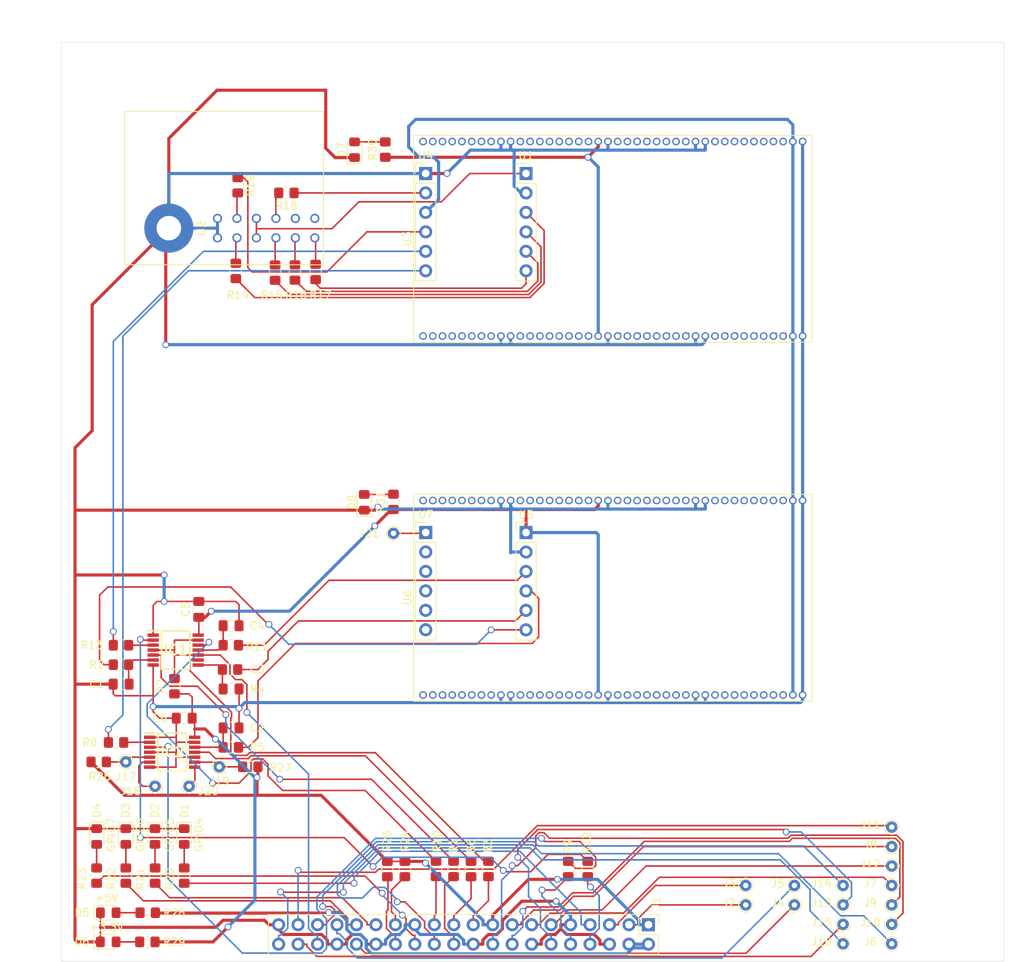
<source format=kicad_pcb>
(kicad_pcb (version 20171130) (host pcbnew "(5.1.8)-1")
  (layers (0 F.Cu signal) (31 B.Cu signal) (34 B.Paste user) (35 F.Paste user) (36 B.SilkS user) (37 F.SilkS user) (38 B.Mask user) (39 F.Mask user) (44 Edge.Cuts user))
  (net 0 "")
  (net 1 "Net-(C1-Pad1)")
  (net 2 GND)
  (net 3 "Net-(C2-Pad1)")
  (net 4 "Net-(C3-Pad1)")
  (net 5 "Net-(C4-Pad1)")
  (net 6 +3.3VA)
  (net 7 +3V3)
  (net 8 "Net-(D1-Pad2)")
  (net 9 "Net-(D2-Pad2)")
  (net 10 "Net-(D3-Pad2)")
  (net 11 "Net-(D4-Pad2)")
  (net 12 /PI_JTAG_OE)
  (net 13 "Net-(IC1-Pad12)")
  (net 14 "Net-(IC1-Pad9)")
  (net 15 "Net-(IC1-Pad5)")
  (net 16 "Net-(IC1-Pad2)")
  (net 17 "Net-(IC2-Pad3)")
  (net 18 "Net-(IC2-Pad5)")
  (net 19 "Net-(IC2-Pad6)")
  (net 20 "Net-(IC2-Pad8)")
  (net 21 "Net-(IC2-Pad9)")
  (net 22 "Net-(IC2-Pad11)")
  (net 23 +5V)
  (net 24 /SDA)
  (net 25 /SCL)
  (net 26 /GPIO4)
  (net 27 /PI_TXD_SRC)
  (net 28 /PI_RXD_DST)
  (net 29 /GPIO17)
  (net 30 /SPI_CE0)
  (net 31 /GPIO27)
  (net 32 /GPIO22)
  (net 33 /GPIO23)
  (net 34 /GPIO24)
  (net 35 /PI_JTAG_TDI_SRC)
  (net 36 /PI_JTAG_TDO_DST)
  (net 37 /PI_JTAG_TMS_SRC)
  (net 38 /PI_JTAG_TCK_SRC)
  (net 39 /GPIO8)
  (net 40 /GPIO7)
  (net 41 "Net-(J1-Pad27)")
  (net 42 "Net-(J1-Pad28)")
  (net 43 /GPIO5)
  (net 44 /GPIO6)
  (net 45 /PWM0)
  (net 46 /PWM1)
  (net 47 /SPI_MISO)
  (net 48 /GPIO26)
  (net 49 /SPI_MOSI)
  (net 50 /SPI_SCLK)
  (net 51 "Net-(J21-Pad1)")
  (net 52 PI_JTAG_TMS)
  (net 53 PI_JTAG_TDI)
  (net 54 PI_JTAG_TDO)
  (net 55 PI_RXD)
  (net 56 PI_JTAG_TCK)
  (net 57 PI_TXD)
  (net 58 "Net-(R14-Pad2)")
  (net 59 "Net-(R14-Pad1)")
  (net 60 "Net-(R15-Pad2)")
  (net 61 "Net-(R15-Pad1)")
  (net 62 "Net-(R16-Pad1)")
  (net 63 "Net-(R16-Pad2)")
  (net 64 "Net-(R17-Pad2)")
  (net 65 "Net-(R17-Pad1)")
  (net 66 "Net-(R18-Pad1)")
  (net 67 "Net-(R18-Pad2)")
  (net 68 "Net-(R19-Pad2)")
  (net 69 "Net-(R19-Pad1)")
  (net 70 "Net-(U1-Pad1)")
  (net 71 "Net-(U2-Pad9)")
  (net 72 "Net-(U2-Pad11)")
  (net 73 +5VD)
  (net 74 PORT_D7)
  (net 75 PORT_E7)
  (net 76 PORT_D3)
  (net 77 PORT_E3)
  (net 78 PORT_D6)
  (net 79 PORT_E6)
  (net 80 PORT_D2)
  (net 81 PORT_E2)
  (net 82 PORT_D5)
  (net 83 PORT_E5)
  (net 84 PORT_D1)
  (net 85 PORT_E1)
  (net 86 PORT_D4)
  (net 87 PORT_E4)
  (net 88 PORT_D0)
  (net 89 PORT_E0)
  (net 90 PORT_C7)
  (net 91 PORT_F7)
  (net 92 PORT_C3)
  (net 93 PORT_F3)
  (net 94 PORT_C6)
  (net 95 PORT_F6)
  (net 96 PORT_C2)
  (net 97 PORT_F2)
  (net 98 PORT_C5)
  (net 99 PORT_F5)
  (net 100 PORT_C1)
  (net 101 PORT_F1)
  (net 102 PORT_C4)
  (net 103 PORT_F4)
  (net 104 PORT_C0)
  (net 105 PORT_F0)
  (net 106 +3.3VP)
  (net 107 PORT_B7)
  (net 108 PORT_G7)
  (net 109 PORT_B3)
  (net 110 PORT_G3)
  (net 111 PORT_B6)
  (net 112 PORT_G6)
  (net 113 PORT_B2)
  (net 114 PORT_G2)
  (net 115 PORT_B5)
  (net 116 PORT_G5)
  (net 117 PORT_B1)
  (net 118 PORT_G1)
  (net 119 PORT_B4)
  (net 120 PORT_G4)
  (net 121 PORT_B0)
  (net 122 PORT_G0)
  (net 123 PORT_A7)
  (net 124 PORT_H7)
  (net 125 PORT_A3)
  (net 126 PORT_H3)
  (net 127 PORT_A6)
  (net 128 PORT_H6)
  (net 129 PORT_A2)
  (net 130 PORT_H2)
  (net 131 PORT_A5)
  (net 132 PORT_H5)
  (net 133 PORT_A1)
  (net 134 PORT_H1)
  (net 135 PORT_A4)
  (net 136 PORT_H4)
  (net 137 PORT_A0)
  (net 138 PORT_H0)
  (net 139 "Net-(J21-Pad6)")
  (net 140 "Net-(J21-Pad5)")
  (net 141 "Net-(J21-Pad4)")
  (net 142 "Net-(J21-Pad3)")
  (net 143 "Net-(J21-Pad2)")
  (net 144 "Net-(D5-Pad2)")
  (net 145 "Net-(D6-Pad2)")
  (net 146 "Net-(D7-Pad2)")
  (net 147 "Net-(D8-Pad2)")
  (net 148 "Net-(IC1-Pad3)")
  (net 149 "Net-(IC2-Pad2)")
  (module TE0890:TE0890_80pin (layer F.Cu) (at 113.718 141.757)
    (fp_text reference U6 (at -26.815 0 90) (layer F.SilkS))
    (fp_text value TE0890_80P)
    (pad 80 thru_hole circle (at -24.765 -12.7) (size 1 1) (drill 0.65) (layers *.Cu *.Mask) (net 138 PORT_H0))
    (pad 1 thru_hole circle (at -24.765 12.7) (size 1 1) (drill 0.65) (layers *.Cu *.Mask) (net 137 PORT_A0))
    (pad 79 thru_hole circle (at -23.495 -12.7) (size 1 1) (drill 0.65) (layers *.Cu *.Mask) (net 136 PORT_H4))
    (pad 2 thru_hole circle (at -23.495 12.7) (size 1 1) (drill 0.65) (layers *.Cu *.Mask) (net 135 PORT_A4))
    (pad 78 thru_hole circle (at -22.225 -12.7) (size 1 1) (drill 0.65) (layers *.Cu *.Mask) (net 134 PORT_H1))
    (pad 3 thru_hole circle (at -22.225 12.7) (size 1 1) (drill 0.65) (layers *.Cu *.Mask) (net 133 PORT_A1))
    (pad 77 thru_hole circle (at -20.955 -12.7) (size 1 1) (drill 0.65) (layers *.Cu *.Mask) (net 132 PORT_H5))
    (pad 4 thru_hole circle (at -20.955 12.7) (size 1 1) (drill 0.65) (layers *.Cu *.Mask) (net 131 PORT_A5))
    (pad 76 thru_hole circle (at -19.685 -12.7) (size 1 1) (drill 0.65) (layers *.Cu *.Mask) (net 130 PORT_H2))
    (pad 5 thru_hole circle (at -19.685 12.7) (size 1 1) (drill 0.65) (layers *.Cu *.Mask) (net 129 PORT_A2))
    (pad 75 thru_hole circle (at -18.415 -12.7) (size 1 1) (drill 0.65) (layers *.Cu *.Mask) (net 128 PORT_H6))
    (pad 6 thru_hole circle (at -18.415 12.7) (size 1 1) (drill 0.65) (layers *.Cu *.Mask) (net 127 PORT_A6))
    (pad 74 thru_hole circle (at -17.145 -12.7) (size 1 1) (drill 0.65) (layers *.Cu *.Mask) (net 126 PORT_H3))
    (pad 7 thru_hole circle (at -17.145 12.7) (size 1 1) (drill 0.65) (layers *.Cu *.Mask) (net 125 PORT_A3))
    (pad 73 thru_hole circle (at -15.875 -12.7) (size 1 1) (drill 0.65) (layers *.Cu *.Mask) (net 124 PORT_H7))
    (pad 8 thru_hole circle (at -15.875 12.7) (size 1 1) (drill 0.65) (layers *.Cu *.Mask) (net 123 PORT_A7))
    (pad 72 thru_hole circle (at -14.605 -12.7) (size 1 1) (drill 0.65) (layers *.Cu *.Mask) (net 2 GND))
    (pad 9 thru_hole circle (at -14.605 12.7) (size 1 1) (drill 0.65) (layers *.Cu *.Mask) (net 2 GND))
    (pad 71 thru_hole circle (at -13.335 -12.7) (size 1 1) (drill 0.65) (layers *.Cu *.Mask) (net 2 GND))
    (pad 10 thru_hole circle (at -13.335 12.7) (size 1 1) (drill 0.65) (layers *.Cu *.Mask) (net 2 GND))
    (pad 70 thru_hole circle (at -12.065 -12.7) (size 1 1) (drill 0.65) (layers *.Cu *.Mask) (net 122 PORT_G0))
    (pad 11 thru_hole circle (at -12.065 12.7) (size 1 1) (drill 0.65) (layers *.Cu *.Mask) (net 121 PORT_B0))
    (pad 69 thru_hole circle (at -10.795 -12.7) (size 1 1) (drill 0.65) (layers *.Cu *.Mask) (net 120 PORT_G4))
    (pad 12 thru_hole circle (at -10.795 12.7) (size 1 1) (drill 0.65) (layers *.Cu *.Mask) (net 119 PORT_B4))
    (pad 68 thru_hole circle (at -9.525 -12.7) (size 1 1) (drill 0.65) (layers *.Cu *.Mask) (net 118 PORT_G1))
    (pad 13 thru_hole circle (at -9.525 12.7) (size 1 1) (drill 0.65) (layers *.Cu *.Mask) (net 117 PORT_B1))
    (pad 67 thru_hole circle (at -8.255 -12.7) (size 1 1) (drill 0.65) (layers *.Cu *.Mask) (net 116 PORT_G5))
    (pad 14 thru_hole circle (at -8.255 12.7) (size 1 1) (drill 0.65) (layers *.Cu *.Mask) (net 115 PORT_B5))
    (pad 66 thru_hole circle (at -6.985 -12.7) (size 1 1) (drill 0.65) (layers *.Cu *.Mask) (net 114 PORT_G2))
    (pad 15 thru_hole circle (at -6.985 12.7) (size 1 1) (drill 0.65) (layers *.Cu *.Mask) (net 113 PORT_B2))
    (pad 65 thru_hole circle (at -5.715 -12.7) (size 1 1) (drill 0.65) (layers *.Cu *.Mask) (net 112 PORT_G6))
    (pad 16 thru_hole circle (at -5.715 12.7) (size 1 1) (drill 0.65) (layers *.Cu *.Mask) (net 111 PORT_B6))
    (pad 64 thru_hole circle (at -4.445 -12.7) (size 1 1) (drill 0.65) (layers *.Cu *.Mask) (net 110 PORT_G3))
    (pad 17 thru_hole circle (at -4.445 12.7) (size 1 1) (drill 0.65) (layers *.Cu *.Mask) (net 109 PORT_B3))
    (pad 63 thru_hole circle (at -3.175 -12.7) (size 1 1) (drill 0.65) (layers *.Cu *.Mask) (net 108 PORT_G7))
    (pad 18 thru_hole circle (at -3.175 12.7) (size 1 1) (drill 0.65) (layers *.Cu *.Mask) (net 107 PORT_B7))
    (pad 62 thru_hole circle (at -1.905 -12.7) (size 1 1) (drill 0.65) (layers *.Cu *.Mask) (net 6 +3.3VA))
    (pad 19 thru_hole circle (at -1.905 12.7) (size 1 1) (drill 0.65) (layers *.Cu *.Mask) (net 6 +3.3VA))
    (pad 61 thru_hole circle (at -0.635 -12.7) (size 1 1) (drill 0.65) (layers *.Cu *.Mask) (net 2 GND))
    (pad 20 thru_hole circle (at -0.635 12.7) (size 1 1) (drill 0.65) (layers *.Cu *.Mask) (net 2 GND))
    (pad 60 thru_hole circle (at 0.635 -12.7) (size 1 1) (drill 0.65) (layers *.Cu *.Mask) (net 105 PORT_F0))
    (pad 21 thru_hole circle (at 0.635 12.7) (size 1 1) (drill 0.65) (layers *.Cu *.Mask) (net 104 PORT_C0))
    (pad 59 thru_hole circle (at 1.905 -12.7) (size 1 1) (drill 0.65) (layers *.Cu *.Mask) (net 103 PORT_F4))
    (pad 22 thru_hole circle (at 1.905 12.7) (size 1 1) (drill 0.65) (layers *.Cu *.Mask) (net 102 PORT_C4))
    (pad 58 thru_hole circle (at 3.175 -12.7) (size 1 1) (drill 0.65) (layers *.Cu *.Mask) (net 101 PORT_F1))
    (pad 23 thru_hole circle (at 3.175 12.7) (size 1 1) (drill 0.65) (layers *.Cu *.Mask) (net 100 PORT_C1))
    (pad 57 thru_hole circle (at 4.445 -12.7) (size 1 1) (drill 0.65) (layers *.Cu *.Mask) (net 99 PORT_F5))
    (pad 24 thru_hole circle (at 4.445 12.7) (size 1 1) (drill 0.65) (layers *.Cu *.Mask) (net 98 PORT_C5))
    (pad 56 thru_hole circle (at 5.715 -12.7) (size 1 1) (drill 0.65) (layers *.Cu *.Mask) (net 97 PORT_F2))
    (pad 25 thru_hole circle (at 5.715 12.7) (size 1 1) (drill 0.65) (layers *.Cu *.Mask) (net 96 PORT_C2))
    (pad 55 thru_hole circle (at 6.985 -12.7) (size 1 1) (drill 0.65) (layers *.Cu *.Mask) (net 95 PORT_F6))
    (pad 26 thru_hole circle (at 6.985 12.7) (size 1 1) (drill 0.65) (layers *.Cu *.Mask) (net 94 PORT_C6))
    (pad 54 thru_hole circle (at 8.255 -12.7) (size 1 1) (drill 0.65) (layers *.Cu *.Mask) (net 93 PORT_F3))
    (pad 27 thru_hole circle (at 8.255 12.7) (size 1 1) (drill 0.65) (layers *.Cu *.Mask) (net 92 PORT_C3))
    (pad 53 thru_hole circle (at 9.525 -12.7) (size 1 1) (drill 0.65) (layers *.Cu *.Mask) (net 91 PORT_F7))
    (pad 28 thru_hole circle (at 9.525 12.7) (size 1 1) (drill 0.65) (layers *.Cu *.Mask) (net 90 PORT_C7))
    (pad 52 thru_hole circle (at 10.795 -12.7) (size 1 1) (drill 0.65) (layers *.Cu *.Mask) (net 2 GND))
    (pad 29 thru_hole circle (at 10.795 12.7) (size 1 1) (drill 0.65) (layers *.Cu *.Mask) (net 2 GND))
    (pad 51 thru_hole circle (at 12.065 -12.7) (size 1 1) (drill 0.65) (layers *.Cu *.Mask) (net 2 GND))
    (pad 30 thru_hole circle (at 12.065 12.7) (size 1 1) (drill 0.65) (layers *.Cu *.Mask) (net 2 GND))
    (pad 50 thru_hole circle (at 13.335 -12.7) (size 1 1) (drill 0.65) (layers *.Cu *.Mask) (net 89 PORT_E0))
    (pad 31 thru_hole circle (at 13.335 12.7) (size 1 1) (drill 0.65) (layers *.Cu *.Mask) (net 88 PORT_D0))
    (pad 49 thru_hole circle (at 14.605 -12.7) (size 1 1) (drill 0.65) (layers *.Cu *.Mask) (net 87 PORT_E4))
    (pad 32 thru_hole circle (at 14.605 12.7) (size 1 1) (drill 0.65) (layers *.Cu *.Mask) (net 86 PORT_D4))
    (pad 48 thru_hole circle (at 15.875 -12.7) (size 1 1) (drill 0.65) (layers *.Cu *.Mask) (net 85 PORT_E1))
    (pad 33 thru_hole circle (at 15.875 12.7) (size 1 1) (drill 0.65) (layers *.Cu *.Mask) (net 84 PORT_D1))
    (pad 47 thru_hole circle (at 17.145 -12.7) (size 1 1) (drill 0.65) (layers *.Cu *.Mask) (net 83 PORT_E5))
    (pad 34 thru_hole circle (at 17.145 12.7) (size 1 1) (drill 0.65) (layers *.Cu *.Mask) (net 82 PORT_D5))
    (pad 46 thru_hole circle (at 18.415 -12.7) (size 1 1) (drill 0.65) (layers *.Cu *.Mask) (net 81 PORT_E2))
    (pad 35 thru_hole circle (at 18.415 12.7) (size 1 1) (drill 0.65) (layers *.Cu *.Mask) (net 80 PORT_D2))
    (pad 45 thru_hole circle (at 19.685 -12.7) (size 1 1) (drill 0.65) (layers *.Cu *.Mask) (net 79 PORT_E6))
    (pad 36 thru_hole circle (at 19.685 12.7) (size 1 1) (drill 0.65) (layers *.Cu *.Mask) (net 78 PORT_D6))
    (pad 44 thru_hole circle (at 20.955 -12.7) (size 1 1) (drill 0.65) (layers *.Cu *.Mask) (net 77 PORT_E3))
    (pad 37 thru_hole circle (at 20.955 12.7) (size 1 1) (drill 0.65) (layers *.Cu *.Mask) (net 76 PORT_D3))
    (pad 43 thru_hole circle (at 22.225 -12.7) (size 1 1) (drill 0.65) (layers *.Cu *.Mask) (net 75 PORT_E7))
    (pad 38 thru_hole circle (at 22.225 12.7) (size 1 1) (drill 0.65) (layers *.Cu *.Mask) (net 74 PORT_D7))
    (pad 42 thru_hole circle (at 23.495 -12.7) (size 1 1) (drill 0.65) (layers *.Cu *.Mask) (net 73 +5VD))
    (pad 39 thru_hole circle (at 23.495 12.7) (size 1 1) (drill 0.65) (layers *.Cu *.Mask) (net 73 +5VD))
    (pad 41 thru_hole circle (at 24.765 -12.7) (size 1 1) (drill 0.65) (layers *.Cu *.Mask) (net 2 GND))
    (pad 40 thru_hole circle (at 24.765 12.7) (size 1 1) (drill 0.65) (layers *.Cu *.Mask) (net 2 GND))
  )
  (module TE0890:TE0890_80pin (layer F.Cu) (at 113.716 94.8878)
    (fp_text reference U3 (at -26.815 0 90) (layer F.SilkS))
    (fp_text value TE0890_80P)
    (pad 40 thru_hole circle (at 24.765 12.7) (size 1 1) (drill 0.65) (layers *.Cu *.Mask) (net 2 GND))
    (pad 41 thru_hole circle (at 24.765 -12.7) (size 1 1) (drill 0.65) (layers *.Cu *.Mask) (net 2 GND))
    (pad 39 thru_hole circle (at 23.495 12.7) (size 1 1) (drill 0.65) (layers *.Cu *.Mask) (net 73 +5VD))
    (pad 42 thru_hole circle (at 23.495 -12.7) (size 1 1) (drill 0.65) (layers *.Cu *.Mask) (net 73 +5VD))
    (pad 38 thru_hole circle (at 22.225 12.7) (size 1 1) (drill 0.65) (layers *.Cu *.Mask) (net 74 PORT_D7))
    (pad 43 thru_hole circle (at 22.225 -12.7) (size 1 1) (drill 0.65) (layers *.Cu *.Mask) (net 75 PORT_E7))
    (pad 37 thru_hole circle (at 20.955 12.7) (size 1 1) (drill 0.65) (layers *.Cu *.Mask) (net 76 PORT_D3))
    (pad 44 thru_hole circle (at 20.955 -12.7) (size 1 1) (drill 0.65) (layers *.Cu *.Mask) (net 77 PORT_E3))
    (pad 36 thru_hole circle (at 19.685 12.7) (size 1 1) (drill 0.65) (layers *.Cu *.Mask) (net 78 PORT_D6))
    (pad 45 thru_hole circle (at 19.685 -12.7) (size 1 1) (drill 0.65) (layers *.Cu *.Mask) (net 79 PORT_E6))
    (pad 35 thru_hole circle (at 18.415 12.7) (size 1 1) (drill 0.65) (layers *.Cu *.Mask) (net 80 PORT_D2))
    (pad 46 thru_hole circle (at 18.415 -12.7) (size 1 1) (drill 0.65) (layers *.Cu *.Mask) (net 81 PORT_E2))
    (pad 34 thru_hole circle (at 17.145 12.7) (size 1 1) (drill 0.65) (layers *.Cu *.Mask) (net 82 PORT_D5))
    (pad 47 thru_hole circle (at 17.145 -12.7) (size 1 1) (drill 0.65) (layers *.Cu *.Mask) (net 83 PORT_E5))
    (pad 33 thru_hole circle (at 15.875 12.7) (size 1 1) (drill 0.65) (layers *.Cu *.Mask) (net 84 PORT_D1))
    (pad 48 thru_hole circle (at 15.875 -12.7) (size 1 1) (drill 0.65) (layers *.Cu *.Mask) (net 85 PORT_E1))
    (pad 32 thru_hole circle (at 14.605 12.7) (size 1 1) (drill 0.65) (layers *.Cu *.Mask) (net 86 PORT_D4))
    (pad 49 thru_hole circle (at 14.605 -12.7) (size 1 1) (drill 0.65) (layers *.Cu *.Mask) (net 87 PORT_E4))
    (pad 31 thru_hole circle (at 13.335 12.7) (size 1 1) (drill 0.65) (layers *.Cu *.Mask) (net 88 PORT_D0))
    (pad 50 thru_hole circle (at 13.335 -12.7) (size 1 1) (drill 0.65) (layers *.Cu *.Mask) (net 89 PORT_E0))
    (pad 30 thru_hole circle (at 12.065 12.7) (size 1 1) (drill 0.65) (layers *.Cu *.Mask) (net 2 GND))
    (pad 51 thru_hole circle (at 12.065 -12.7) (size 1 1) (drill 0.65) (layers *.Cu *.Mask) (net 2 GND))
    (pad 29 thru_hole circle (at 10.795 12.7) (size 1 1) (drill 0.65) (layers *.Cu *.Mask) (net 2 GND))
    (pad 52 thru_hole circle (at 10.795 -12.7) (size 1 1) (drill 0.65) (layers *.Cu *.Mask) (net 2 GND))
    (pad 28 thru_hole circle (at 9.525 12.7) (size 1 1) (drill 0.65) (layers *.Cu *.Mask) (net 90 PORT_C7))
    (pad 53 thru_hole circle (at 9.525 -12.7) (size 1 1) (drill 0.65) (layers *.Cu *.Mask) (net 91 PORT_F7))
    (pad 27 thru_hole circle (at 8.255 12.7) (size 1 1) (drill 0.65) (layers *.Cu *.Mask) (net 92 PORT_C3))
    (pad 54 thru_hole circle (at 8.255 -12.7) (size 1 1) (drill 0.65) (layers *.Cu *.Mask) (net 93 PORT_F3))
    (pad 26 thru_hole circle (at 6.985 12.7) (size 1 1) (drill 0.65) (layers *.Cu *.Mask) (net 94 PORT_C6))
    (pad 55 thru_hole circle (at 6.985 -12.7) (size 1 1) (drill 0.65) (layers *.Cu *.Mask) (net 95 PORT_F6))
    (pad 25 thru_hole circle (at 5.715 12.7) (size 1 1) (drill 0.65) (layers *.Cu *.Mask) (net 96 PORT_C2))
    (pad 56 thru_hole circle (at 5.715 -12.7) (size 1 1) (drill 0.65) (layers *.Cu *.Mask) (net 97 PORT_F2))
    (pad 24 thru_hole circle (at 4.445 12.7) (size 1 1) (drill 0.65) (layers *.Cu *.Mask) (net 98 PORT_C5))
    (pad 57 thru_hole circle (at 4.445 -12.7) (size 1 1) (drill 0.65) (layers *.Cu *.Mask) (net 99 PORT_F5))
    (pad 23 thru_hole circle (at 3.175 12.7) (size 1 1) (drill 0.65) (layers *.Cu *.Mask) (net 100 PORT_C1))
    (pad 58 thru_hole circle (at 3.175 -12.7) (size 1 1) (drill 0.65) (layers *.Cu *.Mask) (net 101 PORT_F1))
    (pad 22 thru_hole circle (at 1.905 12.7) (size 1 1) (drill 0.65) (layers *.Cu *.Mask) (net 102 PORT_C4))
    (pad 59 thru_hole circle (at 1.905 -12.7) (size 1 1) (drill 0.65) (layers *.Cu *.Mask) (net 103 PORT_F4))
    (pad 21 thru_hole circle (at 0.635 12.7) (size 1 1) (drill 0.65) (layers *.Cu *.Mask) (net 104 PORT_C0))
    (pad 60 thru_hole circle (at 0.635 -12.7) (size 1 1) (drill 0.65) (layers *.Cu *.Mask) (net 105 PORT_F0))
    (pad 20 thru_hole circle (at -0.635 12.7) (size 1 1) (drill 0.65) (layers *.Cu *.Mask) (net 2 GND))
    (pad 61 thru_hole circle (at -0.635 -12.7) (size 1 1) (drill 0.65) (layers *.Cu *.Mask) (net 2 GND))
    (pad 19 thru_hole circle (at -1.905 12.7) (size 1 1) (drill 0.65) (layers *.Cu *.Mask) (net 106 +3.3VP))
    (pad 62 thru_hole circle (at -1.905 -12.7) (size 1 1) (drill 0.65) (layers *.Cu *.Mask) (net 106 +3.3VP))
    (pad 18 thru_hole circle (at -3.175 12.7) (size 1 1) (drill 0.65) (layers *.Cu *.Mask) (net 107 PORT_B7))
    (pad 63 thru_hole circle (at -3.175 -12.7) (size 1 1) (drill 0.65) (layers *.Cu *.Mask) (net 108 PORT_G7))
    (pad 17 thru_hole circle (at -4.445 12.7) (size 1 1) (drill 0.65) (layers *.Cu *.Mask) (net 109 PORT_B3))
    (pad 64 thru_hole circle (at -4.445 -12.7) (size 1 1) (drill 0.65) (layers *.Cu *.Mask) (net 110 PORT_G3))
    (pad 16 thru_hole circle (at -5.715 12.7) (size 1 1) (drill 0.65) (layers *.Cu *.Mask) (net 111 PORT_B6))
    (pad 65 thru_hole circle (at -5.715 -12.7) (size 1 1) (drill 0.65) (layers *.Cu *.Mask) (net 112 PORT_G6))
    (pad 15 thru_hole circle (at -6.985 12.7) (size 1 1) (drill 0.65) (layers *.Cu *.Mask) (net 113 PORT_B2))
    (pad 66 thru_hole circle (at -6.985 -12.7) (size 1 1) (drill 0.65) (layers *.Cu *.Mask) (net 114 PORT_G2))
    (pad 14 thru_hole circle (at -8.255 12.7) (size 1 1) (drill 0.65) (layers *.Cu *.Mask) (net 115 PORT_B5))
    (pad 67 thru_hole circle (at -8.255 -12.7) (size 1 1) (drill 0.65) (layers *.Cu *.Mask) (net 116 PORT_G5))
    (pad 13 thru_hole circle (at -9.525 12.7) (size 1 1) (drill 0.65) (layers *.Cu *.Mask) (net 117 PORT_B1))
    (pad 68 thru_hole circle (at -9.525 -12.7) (size 1 1) (drill 0.65) (layers *.Cu *.Mask) (net 118 PORT_G1))
    (pad 12 thru_hole circle (at -10.795 12.7) (size 1 1) (drill 0.65) (layers *.Cu *.Mask) (net 119 PORT_B4))
    (pad 69 thru_hole circle (at -10.795 -12.7) (size 1 1) (drill 0.65) (layers *.Cu *.Mask) (net 120 PORT_G4))
    (pad 11 thru_hole circle (at -12.065 12.7) (size 1 1) (drill 0.65) (layers *.Cu *.Mask) (net 121 PORT_B0))
    (pad 70 thru_hole circle (at -12.065 -12.7) (size 1 1) (drill 0.65) (layers *.Cu *.Mask) (net 122 PORT_G0))
    (pad 10 thru_hole circle (at -13.335 12.7) (size 1 1) (drill 0.65) (layers *.Cu *.Mask) (net 2 GND))
    (pad 71 thru_hole circle (at -13.335 -12.7) (size 1 1) (drill 0.65) (layers *.Cu *.Mask) (net 2 GND))
    (pad 9 thru_hole circle (at -14.605 12.7) (size 1 1) (drill 0.65) (layers *.Cu *.Mask) (net 2 GND))
    (pad 72 thru_hole circle (at -14.605 -12.7) (size 1 1) (drill 0.65) (layers *.Cu *.Mask) (net 2 GND))
    (pad 8 thru_hole circle (at -15.875 12.7) (size 1 1) (drill 0.65) (layers *.Cu *.Mask) (net 123 PORT_A7))
    (pad 73 thru_hole circle (at -15.875 -12.7) (size 1 1) (drill 0.65) (layers *.Cu *.Mask) (net 124 PORT_H7))
    (pad 7 thru_hole circle (at -17.145 12.7) (size 1 1) (drill 0.65) (layers *.Cu *.Mask) (net 125 PORT_A3))
    (pad 74 thru_hole circle (at -17.145 -12.7) (size 1 1) (drill 0.65) (layers *.Cu *.Mask) (net 126 PORT_H3))
    (pad 6 thru_hole circle (at -18.415 12.7) (size 1 1) (drill 0.65) (layers *.Cu *.Mask) (net 127 PORT_A6))
    (pad 75 thru_hole circle (at -18.415 -12.7) (size 1 1) (drill 0.65) (layers *.Cu *.Mask) (net 128 PORT_H6))
    (pad 5 thru_hole circle (at -19.685 12.7) (size 1 1) (drill 0.65) (layers *.Cu *.Mask) (net 129 PORT_A2))
    (pad 76 thru_hole circle (at -19.685 -12.7) (size 1 1) (drill 0.65) (layers *.Cu *.Mask) (net 130 PORT_H2))
    (pad 4 thru_hole circle (at -20.955 12.7) (size 1 1) (drill 0.65) (layers *.Cu *.Mask) (net 131 PORT_A5))
    (pad 77 thru_hole circle (at -20.955 -12.7) (size 1 1) (drill 0.65) (layers *.Cu *.Mask) (net 132 PORT_H5))
    (pad 3 thru_hole circle (at -22.225 12.7) (size 1 1) (drill 0.65) (layers *.Cu *.Mask) (net 133 PORT_A1))
    (pad 78 thru_hole circle (at -22.225 -12.7) (size 1 1) (drill 0.65) (layers *.Cu *.Mask) (net 134 PORT_H1))
    (pad 2 thru_hole circle (at -23.495 12.7) (size 1 1) (drill 0.65) (layers *.Cu *.Mask) (net 135 PORT_A4))
    (pad 79 thru_hole circle (at -23.495 -12.7) (size 1 1) (drill 0.65) (layers *.Cu *.Mask) (net 136 PORT_H4))
    (pad 1 thru_hole circle (at -24.765 12.7) (size 1 1) (drill 0.65) (layers *.Cu *.Mask) (net 137 PORT_A0))
    (pad 80 thru_hole circle (at -24.765 -12.7) (size 1 1) (drill 0.65) (layers *.Cu *.Mask) (net 138 PORT_H0))
  )
  (module Capacitor_SMD:C_0805_2012Metric_Pad1.18x1.45mm_HandSolder (layer F.Cu) (at 49.5515 153.035 180)
    (fp_text reference C1 (at 3.1965 0) (layer F.SilkS))
    (fp_text value 100p)
    (pad 1 smd roundrect (at -1.0375 0 180) (size 1.175 1.45) (layers F.Cu F.Paste F.Mask) (roundrect_rratio 0.212766) (net 1 "Net-(C1-Pad1)"))
    (pad 2 smd roundrect (at 1.0375 0 180) (size 1.175 1.45) (layers F.Cu F.Paste F.Mask) (roundrect_rratio 0.212766) (net 2 GND))
  )
  (module Capacitor_SMD:C_0805_2012Metric_Pad1.18x1.45mm_HandSolder (layer F.Cu) (at 63.9025 158.75)
    (fp_text reference C2 (at 3.4075 0) (layer F.SilkS))
    (fp_text value 100p)
    (pad 1 smd roundrect (at -1.0375 0) (size 1.175 1.45) (layers F.Cu F.Paste F.Mask) (roundrect_rratio 0.212766) (net 3 "Net-(C2-Pad1)"))
    (pad 2 smd roundrect (at 1.0375 0) (size 1.175 1.45) (layers F.Cu F.Paste F.Mask) (roundrect_rratio 0.212766) (net 2 GND))
  )
  (module Capacitor_SMD:C_0805_2012Metric_Pad1.18x1.45mm_HandSolder (layer F.Cu) (at 63.9025 153.67)
    (fp_text reference C3 (at 3.4075 -2.54) (layer F.SilkS))
    (fp_text value 100p)
    (pad 2 smd roundrect (at 1.0375 0) (size 1.175 1.45) (layers F.Cu F.Paste F.Mask) (roundrect_rratio 0.212766) (net 2 GND))
    (pad 1 smd roundrect (at -1.0375 0) (size 1.175 1.45) (layers F.Cu F.Paste F.Mask) (roundrect_rratio 0.212766) (net 4 "Net-(C3-Pad1)"))
  )
  (module Capacitor_SMD:C_0805_2012Metric_Pad1.18x1.45mm_HandSolder (layer F.Cu) (at 63.9025 145.415)
    (fp_text reference C4 (at 3.4075 0) (layer F.SilkS))
    (fp_text value 100p)
    (pad 2 smd roundrect (at 1.0375 0) (size 1.175 1.45) (layers F.Cu F.Paste F.Mask) (roundrect_rratio 0.212766) (net 2 GND))
    (pad 1 smd roundrect (at -1.0375 0) (size 1.175 1.45) (layers F.Cu F.Paste F.Mask) (roundrect_rratio 0.212766) (net 5 "Net-(C4-Pad1)"))
  )
  (module Capacitor_SMD:C_0805_2012Metric_Pad1.18x1.45mm_HandSolder (layer F.Cu) (at 59.69 143.278 90)
    (fp_text reference C5 (at 0 -1.68 90) (layer F.SilkS))
    (fp_text value 0.1u)
    (pad 1 smd roundrect (at -1.0375 0 90) (size 1.175 1.45) (layers F.Cu F.Paste F.Mask) (roundrect_rratio 0.212766) (net 6 +3.3VA))
    (pad 2 smd roundrect (at 1.0375 0 90) (size 1.175 1.45) (layers F.Cu F.Paste F.Mask) (roundrect_rratio 0.212766) (net 2 GND))
  )
  (module Capacitor_SMD:C_0805_2012Metric_Pad1.18x1.45mm_HandSolder (layer F.Cu) (at 57.785 157.48 180)
    (fp_text reference C6 (at 3.175 0) (layer F.SilkS))
    (fp_text value 0.1u)
    (pad 2 smd roundrect (at 1.0375 0 180) (size 1.175 1.45) (layers F.Cu F.Paste F.Mask) (roundrect_rratio 0.212766) (net 2 GND))
    (pad 1 smd roundrect (at -1.0375 0 180) (size 1.175 1.45) (layers F.Cu F.Paste F.Mask) (roundrect_rratio 0.212766) (net 7 +3V3))
  )
  (module LED_SMD:LED_0805_2012Metric_Pad1.15x1.40mm_HandSolder (layer F.Cu) (at 57.785 172.929 270)
    (fp_text reference D1 (at -3.38444 0 90) (layer F.SilkS))
    (fp_text value LED)
    (pad 2 smd roundrect (at 1.025 0 270) (size 1.15 1.4) (layers F.Cu F.Paste F.Mask) (roundrect_rratio 0.217391) (net 8 "Net-(D1-Pad2)"))
    (pad 1 smd roundrect (at -1.025 0 270) (size 1.15 1.4) (layers F.Cu F.Paste F.Mask) (roundrect_rratio 0.217391) (net 2 GND))
  )
  (module LED_SMD:LED_0805_2012Metric_Pad1.15x1.40mm_HandSolder (layer F.Cu) (at 53.975 172.929 270)
    (fp_text reference D2 (at -3.38444 0 90) (layer F.SilkS))
    (fp_text value LED)
    (pad 1 smd roundrect (at -1.025 0 270) (size 1.15 1.4) (layers F.Cu F.Paste F.Mask) (roundrect_rratio 0.217391) (net 2 GND))
    (pad 2 smd roundrect (at 1.025 0 270) (size 1.15 1.4) (layers F.Cu F.Paste F.Mask) (roundrect_rratio 0.217391) (net 9 "Net-(D2-Pad2)"))
  )
  (module LED_SMD:LED_0805_2012Metric_Pad1.15x1.40mm_HandSolder (layer F.Cu) (at 50.165 172.929 270)
    (fp_text reference D3 (at -3.38444 0 90) (layer F.SilkS))
    (fp_text value LED)
    (pad 2 smd roundrect (at 1.025 0 270) (size 1.15 1.4) (layers F.Cu F.Paste F.Mask) (roundrect_rratio 0.217391) (net 10 "Net-(D3-Pad2)"))
    (pad 1 smd roundrect (at -1.025 0 270) (size 1.15 1.4) (layers F.Cu F.Paste F.Mask) (roundrect_rratio 0.217391) (net 2 GND))
  )
  (module LED_SMD:LED_0805_2012Metric_Pad1.15x1.40mm_HandSolder (layer F.Cu) (at 46.355 172.929 270)
    (fp_text reference D4 (at -3.38444 0 90) (layer F.SilkS))
    (fp_text value LED)
    (pad 1 smd roundrect (at -1.025 0 270) (size 1.15 1.4) (layers F.Cu F.Paste F.Mask) (roundrect_rratio 0.217391) (net 2 GND))
    (pad 2 smd roundrect (at 1.025 0 270) (size 1.15 1.4) (layers F.Cu F.Paste F.Mask) (roundrect_rratio 0.217391) (net 11 "Net-(D4-Pad2)"))
  )
  (module MountingHole:MountingHole_2.7mm_M2.5 (layer F.Cu) (at 123.247 185.73)
    (fp_text reference H1 hide)
    (fp_text value MountingHole)
    (pad 1 np_thru_hole circle (at 0 0) (size 2.7 2.7) (drill 2.7) (layers *.Cu *.Mask))
  )
  (module MountingHole:MountingHole_2.7mm_M2.5 (layer F.Cu) (at 65.3474 185.73)
    (fp_text reference H2 hide)
    (fp_text value MountingHole)
    (pad 1 np_thru_hole circle (at 0 0) (size 2.7 2.7) (drill 2.7) (layers *.Cu *.Mask))
  )
  (module MountingHole:MountingHole_2.7mm_M2.5 (layer F.Cu) (at 65.3634 136.746)
    (fp_text reference H3 hide)
    (fp_text value MountingHole)
    (pad 1 np_thru_hole circle (at 0 0) (size 2.7 2.7) (drill 2.7) (layers *.Cu *.Mask))
  )
  (module LibraryLoader:SOP65P640X120-14N (layer F.Cu) (at 56.6674 148.59)
    (fp_text reference IC1 (at 0 0) (layer F.SilkS) (effects (font (size 1.27 1.27) (thickness 0.254))))
    (fp_text value SN74LV4T125PWR hide)
    (pad 14 smd rect (at 2.938 -1.95 90) (size 0.45 1.475) (layers F.Cu F.Paste F.Mask) (net 6 +3.3VA))
    (pad 13 smd rect (at 2.938 -1.3 90) (size 0.45 1.475) (layers F.Cu F.Paste F.Mask) (net 12 /PI_JTAG_OE))
    (pad 12 smd rect (at 2.938 -0.65 90) (size 0.45 1.475) (layers F.Cu F.Paste F.Mask) (net 13 "Net-(IC1-Pad12)"))
    (pad 11 smd rect (at 2.938 0 90) (size 0.45 1.475) (layers F.Cu F.Paste F.Mask) (net 5 "Net-(C4-Pad1)"))
    (pad 10 smd rect (at 2.938 0.65 90) (size 0.45 1.475) (layers F.Cu F.Paste F.Mask) (net 12 /PI_JTAG_OE))
    (pad 9 smd rect (at 2.938 1.3 90) (size 0.45 1.475) (layers F.Cu F.Paste F.Mask) (net 14 "Net-(IC1-Pad9)"))
    (pad 8 smd rect (at 2.938 1.95 90) (size 0.45 1.475) (layers F.Cu F.Paste F.Mask) (net 4 "Net-(C3-Pad1)"))
    (pad 7 smd rect (at -2.938 1.95 90) (size 0.45 1.475) (layers F.Cu F.Paste F.Mask) (net 2 GND))
    (pad 6 smd rect (at -2.938 1.3 90) (size 0.45 1.475) (layers F.Cu F.Paste F.Mask) (net 1 "Net-(C1-Pad1)"))
    (pad 5 smd rect (at -2.938 0.65 90) (size 0.45 1.475) (layers F.Cu F.Paste F.Mask) (net 15 "Net-(IC1-Pad5)"))
    (pad 4 smd rect (at -2.938 0 90) (size 0.45 1.475) (layers F.Cu F.Paste F.Mask) (net 12 /PI_JTAG_OE))
    (pad 3 smd rect (at -2.938 -0.65 90) (size 0.45 1.475) (layers F.Cu F.Paste F.Mask) (net 148 "Net-(IC1-Pad3)"))
    (pad 2 smd rect (at -2.938 -1.3 90) (size 0.45 1.475) (layers F.Cu F.Paste F.Mask) (net 16 "Net-(IC1-Pad2)"))
    (pad 1 smd rect (at -2.938 -1.95 90) (size 0.45 1.475) (layers F.Cu F.Paste F.Mask) (net 2 GND))
  )
  (module LibraryLoader:SOP65P640X120-14N (layer F.Cu) (at 56.2102 161.925)
    (fp_text reference IC2 (at 0 0) (layer F.SilkS) (effects (font (size 1.27 1.27) (thickness 0.254))))
    (fp_text value SN74LV4T125PWR hide)
    (pad 1 smd rect (at -2.938 -1.95 90) (size 0.45 1.475) (layers F.Cu F.Paste F.Mask) (net 2 GND))
    (pad 2 smd rect (at -2.938 -1.3 90) (size 0.45 1.475) (layers F.Cu F.Paste F.Mask) (net 149 "Net-(IC2-Pad2)"))
    (pad 3 smd rect (at -2.938 -0.65 90) (size 0.45 1.475) (layers F.Cu F.Paste F.Mask) (net 17 "Net-(IC2-Pad3)"))
    (pad 4 smd rect (at -2.938 0 90) (size 0.45 1.475) (layers F.Cu F.Paste F.Mask) (net 2 GND))
    (pad 5 smd rect (at -2.938 0.65 90) (size 0.45 1.475) (layers F.Cu F.Paste F.Mask) (net 18 "Net-(IC2-Pad5)"))
    (pad 6 smd rect (at -2.938 1.3 90) (size 0.45 1.475) (layers F.Cu F.Paste F.Mask) (net 19 "Net-(IC2-Pad6)"))
    (pad 7 smd rect (at -2.938 1.95 90) (size 0.45 1.475) (layers F.Cu F.Paste F.Mask) (net 2 GND))
    (pad 8 smd rect (at 2.938 1.95 90) (size 0.45 1.475) (layers F.Cu F.Paste F.Mask) (net 20 "Net-(IC2-Pad8)"))
    (pad 9 smd rect (at 2.938 1.3 90) (size 0.45 1.475) (layers F.Cu F.Paste F.Mask) (net 21 "Net-(IC2-Pad9)"))
    (pad 10 smd rect (at 2.938 0.65 90) (size 0.45 1.475) (layers F.Cu F.Paste F.Mask) (net 2 GND))
    (pad 11 smd rect (at 2.938 0 90) (size 0.45 1.475) (layers F.Cu F.Paste F.Mask) (net 22 "Net-(IC2-Pad11)"))
    (pad 12 smd rect (at 2.938 -0.65 90) (size 0.45 1.475) (layers F.Cu F.Paste F.Mask) (net 3 "Net-(C2-Pad1)"))
    (pad 13 smd rect (at 2.938 -1.3 90) (size 0.45 1.475) (layers F.Cu F.Paste F.Mask) (net 2 GND))
    (pad 14 smd rect (at 2.938 -1.95 90) (size 0.45 1.475) (layers F.Cu F.Paste F.Mask) (net 7 +3V3))
  )
  (module Connector_PinHeader_2.54mm:PinHeader_2x20_P2.54mm_Vertical (layer F.Cu) (at 118.364 184.45 270)
    (fp_text reference J1 (at -2.83972 -1.016 90) (layer F.SilkS))
    (fp_text value Raspberry_Pi_2_3)
    (pad 1 thru_hole rect (at 0 0 270) (size 1.7 1.7) (drill 1) (layers *.Cu *.Mask) (net 7 +3V3))
    (pad 2 thru_hole oval (at 2.54 0 270) (size 1.7 1.7) (drill 1) (layers *.Cu *.Mask) (net 23 +5V))
    (pad 3 thru_hole oval (at 0 2.54 270) (size 1.7 1.7) (drill 1) (layers *.Cu *.Mask) (net 24 /SDA))
    (pad 4 thru_hole oval (at 2.54 2.54 270) (size 1.7 1.7) (drill 1) (layers *.Cu *.Mask) (net 23 +5V))
    (pad 5 thru_hole oval (at 0 5.08 270) (size 1.7 1.7) (drill 1) (layers *.Cu *.Mask) (net 25 /SCL))
    (pad 6 thru_hole oval (at 2.54 5.08 270) (size 1.7 1.7) (drill 1) (layers *.Cu *.Mask) (net 2 GND))
    (pad 7 thru_hole oval (at 0 7.62 270) (size 1.7 1.7) (drill 1) (layers *.Cu *.Mask) (net 26 /GPIO4))
    (pad 8 thru_hole oval (at 2.54 7.62 270) (size 1.7 1.7) (drill 1) (layers *.Cu *.Mask) (net 27 /PI_TXD_SRC))
    (pad 9 thru_hole oval (at 0 10.16 270) (size 1.7 1.7) (drill 1) (layers *.Cu *.Mask) (net 2 GND))
    (pad 10 thru_hole oval (at 2.54 10.16 270) (size 1.7 1.7) (drill 1) (layers *.Cu *.Mask) (net 28 /PI_RXD_DST))
    (pad 11 thru_hole oval (at 0 12.7 270) (size 1.7 1.7) (drill 1) (layers *.Cu *.Mask) (net 29 /GPIO17))
    (pad 12 thru_hole oval (at 2.54 12.7 270) (size 1.7 1.7) (drill 1) (layers *.Cu *.Mask) (net 30 /SPI_CE0))
    (pad 13 thru_hole oval (at 0 15.24 270) (size 1.7 1.7) (drill 1) (layers *.Cu *.Mask) (net 31 /GPIO27))
    (pad 14 thru_hole oval (at 2.54 15.24 270) (size 1.7 1.7) (drill 1) (layers *.Cu *.Mask) (net 2 GND))
    (pad 15 thru_hole oval (at 0 17.78 270) (size 1.7 1.7) (drill 1) (layers *.Cu *.Mask) (net 32 /GPIO22))
    (pad 16 thru_hole oval (at 2.54 17.78 270) (size 1.7 1.7) (drill 1) (layers *.Cu *.Mask) (net 33 /GPIO23))
    (pad 17 thru_hole oval (at 0 20.32 270) (size 1.7 1.7) (drill 1) (layers *.Cu *.Mask) (net 7 +3V3))
    (pad 18 thru_hole oval (at 2.54 20.32 270) (size 1.7 1.7) (drill 1) (layers *.Cu *.Mask) (net 34 /GPIO24))
    (pad 19 thru_hole oval (at 0 22.86 270) (size 1.7 1.7) (drill 1) (layers *.Cu *.Mask) (net 35 /PI_JTAG_TDI_SRC))
    (pad 20 thru_hole oval (at 2.54 22.86 270) (size 1.7 1.7) (drill 1) (layers *.Cu *.Mask) (net 2 GND))
    (pad 21 thru_hole oval (at 0 25.4 270) (size 1.7 1.7) (drill 1) (layers *.Cu *.Mask) (net 36 /PI_JTAG_TDO_DST))
    (pad 22 thru_hole oval (at 2.54 25.4 270) (size 1.7 1.7) (drill 1) (layers *.Cu *.Mask) (net 37 /PI_JTAG_TMS_SRC))
    (pad 23 thru_hole oval (at 0 27.94 270) (size 1.7 1.7) (drill 1) (layers *.Cu *.Mask) (net 38 /PI_JTAG_TCK_SRC))
    (pad 24 thru_hole oval (at 2.54 27.94 270) (size 1.7 1.7) (drill 1) (layers *.Cu *.Mask) (net 39 /GPIO8))
    (pad 25 thru_hole oval (at 0 30.48 270) (size 1.7 1.7) (drill 1) (layers *.Cu *.Mask) (net 2 GND))
    (pad 26 thru_hole oval (at 2.54 30.48 270) (size 1.7 1.7) (drill 1) (layers *.Cu *.Mask) (net 40 /GPIO7))
    (pad 27 thru_hole oval (at 0 33.02 270) (size 1.7 1.7) (drill 1) (layers *.Cu *.Mask) (net 41 "Net-(J1-Pad27)"))
    (pad 28 thru_hole oval (at 2.54 33.02 270) (size 1.7 1.7) (drill 1) (layers *.Cu *.Mask) (net 42 "Net-(J1-Pad28)"))
    (pad 29 thru_hole oval (at 0 35.56 270) (size 1.7 1.7) (drill 1) (layers *.Cu *.Mask) (net 43 /GPIO5))
    (pad 30 thru_hole oval (at 2.54 35.56 270) (size 1.7 1.7) (drill 1) (layers *.Cu *.Mask) (net 2 GND))
    (pad 31 thru_hole oval (at 0 38.1 270) (size 1.7 1.7) (drill 1) (layers *.Cu *.Mask) (net 44 /GPIO6))
    (pad 32 thru_hole oval (at 2.54 38.1 270) (size 1.7 1.7) (drill 1) (layers *.Cu *.Mask) (net 45 /PWM0))
    (pad 33 thru_hole oval (at 0 40.64 270) (size 1.7 1.7) (drill 1) (layers *.Cu *.Mask) (net 46 /PWM1))
    (pad 34 thru_hole oval (at 2.54 40.64 270) (size 1.7 1.7) (drill 1) (layers *.Cu *.Mask) (net 2 GND))
    (pad 35 thru_hole oval (at 0 43.18 270) (size 1.7 1.7) (drill 1) (layers *.Cu *.Mask) (net 47 /SPI_MISO))
    (pad 36 thru_hole oval (at 2.54 43.18 270) (size 1.7 1.7) (drill 1) (layers *.Cu *.Mask) (net 12 /PI_JTAG_OE))
    (pad 37 thru_hole oval (at 0 45.72 270) (size 1.7 1.7) (drill 1) (layers *.Cu *.Mask) (net 48 /GPIO26))
    (pad 38 thru_hole oval (at 2.54 45.72 270) (size 1.7 1.7) (drill 1) (layers *.Cu *.Mask) (net 49 /SPI_MOSI))
    (pad 39 thru_hole oval (at 0 48.26 270) (size 1.7 1.7) (drill 1) (layers *.Cu *.Mask) (net 2 GND))
    (pad 40 thru_hole oval (at 2.54 48.26 270) (size 1.7 1.7) (drill 1) (layers *.Cu *.Mask) (net 50 /SPI_SCLK))
  )
  (module TestPoint:TestPoint_THTPad_D1.5mm_Drill0.7mm (layer F.Cu) (at 131.064 181.864)
    (fp_text reference J2 (at -2.159 -0.254) (layer F.SilkS))
    (fp_text value Conn_01x01)
    (pad 1 thru_hole circle (at 0 0) (size 1.5 1.5) (drill 0.7) (layers *.Cu *.Mask) (net 24 /SDA))
  )
  (module TestPoint:TestPoint_THTPad_D1.5mm_Drill0.7mm (layer F.Cu) (at 131.064 179.324)
    (fp_text reference J3 (at -2.159 -0.254) (layer F.SilkS))
    (fp_text value Conn_01x01)
    (pad 1 thru_hole circle (at 0 0) (size 1.5 1.5) (drill 0.7) (layers *.Cu *.Mask) (net 25 /SCL))
  )
  (module TestPoint:TestPoint_THTPad_D1.5mm_Drill0.7mm (layer F.Cu) (at 137.414 181.864)
    (fp_text reference J4 (at -2.159 -0.254) (layer F.SilkS))
    (fp_text value Conn_01x01)
    (pad 1 thru_hole circle (at 0 0) (size 1.5 1.5) (drill 0.7) (layers *.Cu *.Mask) (net 45 /PWM0))
  )
  (module TestPoint:TestPoint_THTPad_D1.5mm_Drill0.7mm (layer F.Cu) (at 137.414 179.324)
    (fp_text reference J5 (at -2.159 -0.254) (layer F.SilkS))
    (fp_text value Conn_01x01)
    (pad 1 thru_hole circle (at 0 0) (size 1.5 1.5) (drill 0.7) (layers *.Cu *.Mask) (net 46 /PWM1))
  )
  (module TestPoint:TestPoint_THTPad_D1.5mm_Drill0.7mm (layer F.Cu) (at 150.114 186.944)
    (fp_text reference J6 (at -2.794 -0.254) (layer F.SilkS))
    (fp_text value Conn_01x01)
    (pad 1 thru_hole circle (at 0 0) (size 1.5 1.5) (drill 0.7) (layers *.Cu *.Mask) (net 39 /GPIO8))
  )
  (module TestPoint:TestPoint_THTPad_D1.5mm_Drill0.7mm (layer F.Cu) (at 150.114 179.324)
    (fp_text reference J7 (at -2.794 -0.254) (layer F.SilkS))
    (fp_text value Conn_01x01)
    (pad 1 thru_hole circle (at 0 0) (size 1.5 1.5) (drill 0.7) (layers *.Cu *.Mask) (net 29 /GPIO17))
  )
  (module TestPoint:TestPoint_THTPad_D1.5mm_Drill0.7mm (layer F.Cu) (at 150.114 174.244)
    (fp_text reference J8 (at -2.794 -0.254) (layer F.SilkS))
    (fp_text value Conn_01x01)
    (pad 1 thru_hole circle (at 0 0) (size 1.5 1.5) (drill 0.7) (layers *.Cu *.Mask) (net 32 /GPIO22))
  )
  (module TestPoint:TestPoint_THTPad_D1.5mm_Drill0.7mm (layer F.Cu) (at 150.114 181.864)
    (fp_text reference J9 (at -2.794 -0.254) (layer F.SilkS))
    (fp_text value Conn_01x01)
    (pad 1 thru_hole circle (at 0 0) (size 1.5 1.5) (drill 0.7) (layers *.Cu *.Mask) (net 33 /GPIO23))
  )
  (module TestPoint:TestPoint_THTPad_D1.5mm_Drill0.7mm (layer F.Cu) (at 150.114 184.404)
    (fp_text reference J10 (at -2.794 -0.254) (layer F.SilkS))
    (fp_text value Conn_01x01)
    (pad 1 thru_hole circle (at 0 0) (size 1.5 1.5) (drill 0.7) (layers *.Cu *.Mask) (net 34 /GPIO24))
  )
  (module TestPoint:TestPoint_THTPad_D1.5mm_Drill0.7mm (layer F.Cu) (at 150.114 171.704)
    (fp_text reference J11 (at -2.794 -0.254) (layer F.SilkS))
    (fp_text value Conn_01x01)
    (pad 1 thru_hole circle (at 0 0) (size 1.5 1.5) (drill 0.7) (layers *.Cu *.Mask) (net 48 /GPIO26))
  )
  (module TestPoint:TestPoint_THTPad_D1.5mm_Drill0.7mm (layer F.Cu) (at 150.114 176.784)
    (fp_text reference J12 (at -2.794 -0.254) (layer F.SilkS))
    (fp_text value Conn_01x01)
    (pad 1 thru_hole circle (at 0 0) (size 1.5 1.5) (drill 0.7) (layers *.Cu *.Mask) (net 31 /GPIO27))
  )
  (module TestPoint:TestPoint_THTPad_D1.5mm_Drill0.7mm (layer F.Cu) (at 143.764 181.864)
    (fp_text reference J13 (at -2.794 -0.254) (layer F.SilkS))
    (fp_text value Conn_01x01)
    (pad 1 thru_hole circle (at 0 0) (size 1.5 1.5) (drill 0.7) (layers *.Cu *.Mask) (net 30 /SPI_CE0))
  )
  (module TestPoint:TestPoint_THTPad_D1.5mm_Drill0.7mm (layer F.Cu) (at 143.764 179.324)
    (fp_text reference J14 (at -2.794 -0.254) (layer F.SilkS))
    (fp_text value Conn_01x01)
    (pad 1 thru_hole circle (at 0 0) (size 1.5 1.5) (drill 0.7) (layers *.Cu *.Mask) (net 47 /SPI_MISO))
  )
  (module TestPoint:TestPoint_THTPad_D1.5mm_Drill0.7mm (layer F.Cu) (at 143.764 184.404)
    (fp_text reference J15 (at -2.794 -0.254) (layer F.SilkS))
    (fp_text value Conn_01x01)
    (pad 1 thru_hole circle (at 0 0) (size 1.5 1.5) (drill 0.7) (layers *.Cu *.Mask) (net 49 /SPI_MOSI))
  )
  (module TestPoint:TestPoint_THTPad_D1.5mm_Drill0.7mm (layer F.Cu) (at 143.764 186.944)
    (fp_text reference J16 (at -2.794 -0.254) (layer F.SilkS))
    (fp_text value Conn_01x01)
    (pad 1 thru_hole circle (at 0 0) (size 1.5 1.5) (drill 0.7) (layers *.Cu *.Mask) (net 50 /SPI_SCLK))
  )
  (module TestPoint:TestPoint_THTPad_D1.5mm_Drill0.7mm (layer F.Cu) (at 50.165 163.195)
    (fp_text reference J17 (at 0 1.905) (layer F.SilkS))
    (fp_text value Conn_01x01)
    (pad 1 thru_hole circle (at 0 0) (size 1.5 1.5) (drill 0.7) (layers *.Cu *.Mask) (net 18 "Net-(IC2-Pad5)"))
  )
  (module TestPoint:TestPoint_THTPad_D1.5mm_Drill0.7mm (layer F.Cu) (at 53.975 166.37)
    (fp_text reference J18 (at -3.175 0.635) (layer F.SilkS))
    (fp_text value Conn_01x01)
    (pad 1 thru_hole circle (at 0 0) (size 1.5 1.5) (drill 0.7) (layers *.Cu *.Mask) (net 19 "Net-(IC2-Pad6)"))
  )
  (module TestPoint:TestPoint_THTPad_D1.5mm_Drill0.7mm (layer F.Cu) (at 62.357 163.83)
    (fp_text reference J19 (at 0 1.905) (layer F.SilkS))
    (fp_text value Conn_01x01)
    (pad 1 thru_hole circle (at 0 0) (size 1.5 1.5) (drill 0.7) (layers *.Cu *.Mask) (net 21 "Net-(IC2-Pad9)"))
  )
  (module TestPoint:TestPoint_THTPad_D1.5mm_Drill0.7mm (layer F.Cu) (at 58.42 166.37)
    (fp_text reference J20 (at 2.54 0.635) (layer F.SilkS))
    (fp_text value Conn_01x01)
    (pad 1 thru_hole circle (at 0 0) (size 1.5 1.5) (drill 0.7) (layers *.Cu *.Mask) (net 20 "Net-(IC2-Pad8)"))
  )
  (module TestPoint:TestPoint_THTPad_D1.5mm_Drill0.7mm (layer F.Cu) (at 85.09 133.35)
    (fp_text reference J21 (at -3.175 0) (layer F.SilkS))
    (fp_text value Conn_01x06)
    (pad 1 thru_hole circle (at 0 0) (size 1.5 1.5) (drill 0.7) (layers *.Cu *.Mask) (net 51 "Net-(J21-Pad1)"))
  )
  (module Resistor_SMD:R_0805_2012Metric_Pad1.20x1.40mm_HandSolder (layer F.Cu) (at 92.9284 177.165 270)
    (fp_text reference R1 (at -3.0132 0 90) (layer F.SilkS))
    (fp_text value 0)
    (pad 1 smd roundrect (at -1 0 270) (size 1.2 1.4) (layers F.Cu F.Paste F.Mask) (roundrect_rratio 0.208333) (net 15 "Net-(IC1-Pad5)"))
    (pad 2 smd roundrect (at 1 0 270) (size 1.2 1.4) (layers F.Cu F.Paste F.Mask) (roundrect_rratio 0.208333) (net 37 /PI_JTAG_TMS_SRC))
  )
  (module Resistor_SMD:R_0805_2012Metric_Pad1.20x1.40mm_HandSolder (layer F.Cu) (at 49.53 150.495 180)
    (fp_text reference R2 (at 3.175 0) (layer F.SilkS))
    (fp_text value 100)
    (pad 2 smd roundrect (at 1 0 180) (size 1.2 1.4) (layers F.Cu F.Paste F.Mask) (roundrect_rratio 0.208333) (net 52 PI_JTAG_TMS))
    (pad 1 smd roundrect (at -1 0 180) (size 1.2 1.4) (layers F.Cu F.Paste F.Mask) (roundrect_rratio 0.208333) (net 1 "Net-(C1-Pad1)"))
  )
  (module Resistor_SMD:R_0805_2012Metric_Pad1.20x1.40mm_HandSolder (layer F.Cu) (at 97.4852 177.165 90)
    (fp_text reference R3 (at 3.0226 -0.0508 90) (layer F.SilkS))
    (fp_text value 0)
    (pad 1 smd roundrect (at -1 0 90) (size 1.2 1.4) (layers F.Cu F.Paste F.Mask) (roundrect_rratio 0.208333) (net 35 /PI_JTAG_TDI_SRC))
    (pad 2 smd roundrect (at 1 0 90) (size 1.2 1.4) (layers F.Cu F.Paste F.Mask) (roundrect_rratio 0.208333) (net 14 "Net-(IC1-Pad9)"))
  )
  (module Resistor_SMD:R_0805_2012Metric_Pad1.20x1.40mm_HandSolder (layer F.Cu) (at 63.77 151.13 180)
    (fp_text reference R4 (at -3.54 -2.54) (layer F.SilkS))
    (fp_text value 100)
    (pad 1 smd roundrect (at -1 0 180) (size 1.2 1.4) (layers F.Cu F.Paste F.Mask) (roundrect_rratio 0.208333) (net 53 PI_JTAG_TDI))
    (pad 2 smd roundrect (at 1 0 180) (size 1.2 1.4) (layers F.Cu F.Paste F.Mask) (roundrect_rratio 0.208333) (net 4 "Net-(C3-Pad1)"))
  )
  (module Resistor_SMD:R_0805_2012Metric_Pad1.20x1.40mm_HandSolder (layer F.Cu) (at 63.865 161.29 180)
    (fp_text reference R5 (at -3.445 0) (layer F.SilkS))
    (fp_text value 100)
    (pad 2 smd roundrect (at 1 0 180) (size 1.2 1.4) (layers F.Cu F.Paste F.Mask) (roundrect_rratio 0.208333) (net 3 "Net-(C2-Pad1)"))
    (pad 1 smd roundrect (at -1 0 180) (size 1.2 1.4) (layers F.Cu F.Paste F.Mask) (roundrect_rratio 0.208333) (net 54 PI_JTAG_TDO))
  )
  (module Resistor_SMD:R_0805_2012Metric_Pad1.20x1.40mm_HandSolder (layer F.Cu) (at 95.2144 177.181 90)
    (fp_text reference R6 (at 3.0386 0 90) (layer F.SilkS))
    (fp_text value 0)
    (pad 1 smd roundrect (at -1 0 90) (size 1.2 1.4) (layers F.Cu F.Paste F.Mask) (roundrect_rratio 0.208333) (net 36 /PI_JTAG_TDO_DST))
    (pad 2 smd roundrect (at 1 0 90) (size 1.2 1.4) (layers F.Cu F.Paste F.Mask) (roundrect_rratio 0.208333) (net 22 "Net-(IC2-Pad11)"))
  )
  (module Resistor_SMD:R_0805_2012Metric_Pad1.20x1.40mm_HandSolder (layer F.Cu) (at 56.515 153.305 90)
    (fp_text reference R7 (at 0 -1.65 90) (layer F.SilkS))
    (fp_text value 4.7k)
    (pad 2 smd roundrect (at 1 0 90) (size 1.2 1.4) (layers F.Cu F.Paste F.Mask) (roundrect_rratio 0.208333) (net 12 /PI_JTAG_OE))
    (pad 1 smd roundrect (at -1 0 90) (size 1.2 1.4) (layers F.Cu F.Paste F.Mask) (roundrect_rratio 0.208333) (net 7 +3V3))
  )
  (module Resistor_SMD:R_0805_2012Metric_Pad1.20x1.40mm_HandSolder (layer F.Cu) (at 48.895 160.655 180)
    (fp_text reference R8 (at 3.445 0) (layer F.SilkS))
    (fp_text value 0)
    (pad 2 smd roundrect (at 1 0 180) (size 1.2 1.4) (layers F.Cu F.Paste F.Mask) (roundrect_rratio 0.208333) (net 55 PI_RXD))
    (pad 1 smd roundrect (at -1 0 180) (size 1.2 1.4) (layers F.Cu F.Paste F.Mask) (roundrect_rratio 0.208333) (net 149 "Net-(IC2-Pad2)"))
  )
  (module Resistor_SMD:R_0805_2012Metric_Pad1.20x1.40mm_HandSolder (layer F.Cu) (at 107.899 177.174 270)
    (fp_text reference R9 (at -2.9304 0 90) (layer F.SilkS))
    (fp_text value 0)
    (pad 1 smd roundrect (at -1 0 270) (size 1.2 1.4) (layers F.Cu F.Paste F.Mask) (roundrect_rratio 0.208333) (net 17 "Net-(IC2-Pad3)"))
    (pad 2 smd roundrect (at 1 0 270) (size 1.2 1.4) (layers F.Cu F.Paste F.Mask) (roundrect_rratio 0.208333) (net 28 /PI_RXD_DST))
  )
  (module Resistor_SMD:R_0805_2012Metric_Pad1.20x1.40mm_HandSolder (layer F.Cu) (at 90.6424 177.165 90)
    (fp_text reference R10 (at 3.572 0.1524 90) (layer F.SilkS))
    (fp_text value 0)
    (pad 2 smd roundrect (at 1 0 90) (size 1.2 1.4) (layers F.Cu F.Paste F.Mask) (roundrect_rratio 0.208333) (net 13 "Net-(IC1-Pad12)"))
    (pad 1 smd roundrect (at -1 0 90) (size 1.2 1.4) (layers F.Cu F.Paste F.Mask) (roundrect_rratio 0.208333) (net 38 /PI_JTAG_TCK_SRC))
  )
  (module Resistor_SMD:R_0805_2012Metric_Pad1.20x1.40mm_HandSolder (layer F.Cu) (at 63.865 147.955 180)
    (fp_text reference R11 (at -3.413 -0.2286) (layer F.SilkS))
    (fp_text value 100)
    (pad 1 smd roundrect (at -1 0 180) (size 1.2 1.4) (layers F.Cu F.Paste F.Mask) (roundrect_rratio 0.208333) (net 56 PI_JTAG_TCK))
    (pad 2 smd roundrect (at 1 0 180) (size 1.2 1.4) (layers F.Cu F.Paste F.Mask) (roundrect_rratio 0.208333) (net 5 "Net-(C4-Pad1)"))
  )
  (module Resistor_SMD:R_0805_2012Metric_Pad1.20x1.40mm_HandSolder (layer F.Cu) (at 110.439 177.174 270)
    (fp_text reference R12 (at -3.3876 0.1016 90) (layer F.SilkS))
    (fp_text value 0)
    (pad 1 smd roundrect (at -1 0 270) (size 1.2 1.4) (layers F.Cu F.Paste F.Mask) (roundrect_rratio 0.208333) (net 16 "Net-(IC1-Pad2)"))
    (pad 2 smd roundrect (at 1 0 270) (size 1.2 1.4) (layers F.Cu F.Paste F.Mask) (roundrect_rratio 0.208333) (net 27 /PI_TXD_SRC))
  )
  (module Resistor_SMD:R_0805_2012Metric_Pad1.20x1.40mm_HandSolder (layer F.Cu) (at 49.53 147.955 180)
    (fp_text reference R13 (at 3.81 0) (layer F.SilkS))
    (fp_text value 0)
    (pad 1 smd roundrect (at -1 0 180) (size 1.2 1.4) (layers F.Cu F.Paste F.Mask) (roundrect_rratio 0.208333) (net 148 "Net-(IC1-Pad3)"))
    (pad 2 smd roundrect (at 1 0 180) (size 1.2 1.4) (layers F.Cu F.Paste F.Mask) (roundrect_rratio 0.208333) (net 57 PI_TXD))
  )
  (module Resistor_SMD:R_0805_2012Metric_Pad1.20x1.40mm_HandSolder (layer F.Cu) (at 64.516 99.0854 270)
    (fp_text reference R14 (at 3.1496 -0.254 180) (layer F.SilkS))
    (fp_text value 0)
    (pad 2 smd roundrect (at 1 0 270) (size 1.2 1.4) (layers F.Cu F.Paste F.Mask) (roundrect_rratio 0.208333) (net 58 "Net-(R14-Pad2)"))
    (pad 1 smd roundrect (at -1 0 270) (size 1.2 1.4) (layers F.Cu F.Paste F.Mask) (roundrect_rratio 0.208333) (net 59 "Net-(R14-Pad1)"))
  )
  (module Resistor_SMD:R_0805_2012Metric_Pad1.20x1.40mm_HandSolder (layer F.Cu) (at 69.6468 99.3046 270)
    (fp_text reference R15 (at 2.9304 0.4318 180) (layer F.SilkS))
    (fp_text value 0)
    (pad 2 smd roundrect (at 1 0 270) (size 1.2 1.4) (layers F.Cu F.Paste F.Mask) (roundrect_rratio 0.208333) (net 60 "Net-(R15-Pad2)"))
    (pad 1 smd roundrect (at -1 0 270) (size 1.2 1.4) (layers F.Cu F.Paste F.Mask) (roundrect_rratio 0.208333) (net 61 "Net-(R15-Pad1)"))
  )
  (module Resistor_SMD:R_0805_2012Metric_Pad1.20x1.40mm_HandSolder (layer F.Cu) (at 72.2376 99.2886 270)
    (fp_text reference R16 (at 2.9464 -0.1524 180) (layer F.SilkS))
    (fp_text value 0)
    (pad 1 smd roundrect (at -1 0 270) (size 1.2 1.4) (layers F.Cu F.Paste F.Mask) (roundrect_rratio 0.208333) (net 62 "Net-(R16-Pad1)"))
    (pad 2 smd roundrect (at 1 0 270) (size 1.2 1.4) (layers F.Cu F.Paste F.Mask) (roundrect_rratio 0.208333) (net 63 "Net-(R16-Pad2)"))
  )
  (module Resistor_SMD:R_0805_2012Metric_Pad1.20x1.40mm_HandSolder (layer F.Cu) (at 74.93 99.2218 270)
    (fp_text reference R17 (at 3.0132 -0.635 180) (layer F.SilkS))
    (fp_text value 0)
    (pad 2 smd roundrect (at 1 0 270) (size 1.2 1.4) (layers F.Cu F.Paste F.Mask) (roundrect_rratio 0.208333) (net 64 "Net-(R17-Pad2)"))
    (pad 1 smd roundrect (at -1 0 270) (size 1.2 1.4) (layers F.Cu F.Paste F.Mask) (roundrect_rratio 0.208333) (net 65 "Net-(R17-Pad1)"))
  )
  (module Resistor_SMD:R_0805_2012Metric_Pad1.20x1.40mm_HandSolder (layer F.Cu) (at 71.12 88.9 180)
    (fp_text reference R18 (at 0 -1.65) (layer F.SilkS))
    (fp_text value 0)
    (pad 1 smd roundrect (at -1 0 180) (size 1.2 1.4) (layers F.Cu F.Paste F.Mask) (roundrect_rratio 0.208333) (net 66 "Net-(R18-Pad1)"))
    (pad 2 smd roundrect (at 1 0 180) (size 1.2 1.4) (layers F.Cu F.Paste F.Mask) (roundrect_rratio 0.208333) (net 67 "Net-(R18-Pad2)"))
  )
  (module Resistor_SMD:R_0805_2012Metric_Pad1.20x1.40mm_HandSolder (layer F.Cu) (at 64.77 87.9 270)
    (fp_text reference R19 (at 0 -1.65 90) (layer F.SilkS))
    (fp_text value 0)
    (pad 2 smd roundrect (at 1 0 270) (size 1.2 1.4) (layers F.Cu F.Paste F.Mask) (roundrect_rratio 0.208333) (net 68 "Net-(R19-Pad2)"))
    (pad 1 smd roundrect (at -1 0 270) (size 1.2 1.4) (layers F.Cu F.Paste F.Mask) (roundrect_rratio 0.208333) (net 69 "Net-(R19-Pad1)"))
  )
  (module Resistor_SMD:R_0805_2012Metric_Pad1.20x1.40mm_HandSolder (layer F.Cu) (at 57.785 178.034 90)
    (fp_text reference R20 (at -0.40056 -1.905 90) (layer F.SilkS))
    (fp_text value 820)
    (pad 2 smd roundrect (at 1 0 90) (size 1.2 1.4) (layers F.Cu F.Paste F.Mask) (roundrect_rratio 0.208333) (net 8 "Net-(D1-Pad2)"))
    (pad 1 smd roundrect (at -1 0 90) (size 1.2 1.4) (layers F.Cu F.Paste F.Mask) (roundrect_rratio 0.208333) (net 26 /GPIO4))
  )
  (module Resistor_SMD:R_0805_2012Metric_Pad1.20x1.40mm_HandSolder (layer F.Cu) (at 53.985 178.034 90)
    (fp_text reference R21 (at -0.40056 -1.915 90) (layer F.SilkS))
    (fp_text value 820)
    (pad 1 smd roundrect (at -1 0 90) (size 1.2 1.4) (layers F.Cu F.Paste F.Mask) (roundrect_rratio 0.208333) (net 43 /GPIO5))
    (pad 2 smd roundrect (at 1 0 90) (size 1.2 1.4) (layers F.Cu F.Paste F.Mask) (roundrect_rratio 0.208333) (net 9 "Net-(D2-Pad2)"))
  )
  (module Resistor_SMD:R_0805_2012Metric_Pad1.20x1.40mm_HandSolder (layer F.Cu) (at 50.165 178.034 90)
    (fp_text reference R22 (at -0.40056 -1.905 90) (layer F.SilkS))
    (fp_text value 820)
    (pad 2 smd roundrect (at 1 0 90) (size 1.2 1.4) (layers F.Cu F.Paste F.Mask) (roundrect_rratio 0.208333) (net 10 "Net-(D3-Pad2)"))
    (pad 1 smd roundrect (at -1 0 90) (size 1.2 1.4) (layers F.Cu F.Paste F.Mask) (roundrect_rratio 0.208333) (net 44 /GPIO6))
  )
  (module Resistor_SMD:R_0805_2012Metric_Pad1.20x1.40mm_HandSolder (layer F.Cu) (at 46.355 178.034 90)
    (fp_text reference R23 (at -0.40056 -1.905 90) (layer F.SilkS))
    (fp_text value 820)
    (pad 1 smd roundrect (at -1 0 90) (size 1.2 1.4) (layers F.Cu F.Paste F.Mask) (roundrect_rratio 0.208333) (net 40 /GPIO7))
    (pad 2 smd roundrect (at 1 0 90) (size 1.2 1.4) (layers F.Cu F.Paste F.Mask) (roundrect_rratio 0.208333) (net 11 "Net-(D4-Pad2)"))
  )
  (module Resistor_SMD:R_0805_2012Metric_Pad1.20x1.40mm_HandSolder (layer F.Cu) (at 86.5784 177.181 270)
    (fp_text reference R24 (at -3.6228 -0.0508 90) (layer F.SilkS))
    (fp_text value 3.9k)
    (pad 2 smd roundrect (at 1 0 270) (size 1.2 1.4) (layers F.Cu F.Paste F.Mask) (roundrect_rratio 0.208333) (net 41 "Net-(J1-Pad27)"))
    (pad 1 smd roundrect (at -1 0 270) (size 1.2 1.4) (layers F.Cu F.Paste F.Mask) (roundrect_rratio 0.208333) (net 7 +3V3))
  )
  (module Resistor_SMD:R_0805_2012Metric_Pad1.20x1.40mm_HandSolder (layer F.Cu) (at 84.2924 177.181 270)
    (fp_text reference R25 (at -3.6228 0 90) (layer F.SilkS))
    (fp_text value 3.9k)
    (pad 1 smd roundrect (at -1 0 270) (size 1.2 1.4) (layers F.Cu F.Paste F.Mask) (roundrect_rratio 0.208333) (net 7 +3V3))
    (pad 2 smd roundrect (at 1 0 270) (size 1.2 1.4) (layers F.Cu F.Paste F.Mask) (roundrect_rratio 0.208333) (net 42 "Net-(J1-Pad28)"))
  )
  (module Resistor_SMD:R_0805_2012Metric_Pad1.20x1.40mm_HandSolder (layer F.Cu) (at 46.625 163.195 180)
    (fp_text reference R26 (at -0.143 -1.905) (layer F.SilkS))
    (fp_text value 3.9k)
    (pad 2 smd roundrect (at 1 0 180) (size 1.2 1.4) (layers F.Cu F.Paste F.Mask) (roundrect_rratio 0.208333) (net 7 +3V3))
    (pad 1 smd roundrect (at -1 0 180) (size 1.2 1.4) (layers F.Cu F.Paste F.Mask) (roundrect_rratio 0.208333) (net 18 "Net-(IC2-Pad5)"))
  )
  (module Resistor_SMD:R_0805_2012Metric_Pad1.20x1.40mm_HandSolder (layer F.Cu) (at 66.405 163.83 180)
    (fp_text reference R27 (at -3.953 -0.127) (layer F.SilkS))
    (fp_text value 3.9k)
    (pad 1 smd roundrect (at -1 0 180) (size 1.2 1.4) (layers F.Cu F.Paste F.Mask) (roundrect_rratio 0.208333) (net 7 +3V3))
    (pad 2 smd roundrect (at 1 0 180) (size 1.2 1.4) (layers F.Cu F.Paste F.Mask) (roundrect_rratio 0.208333) (net 21 "Net-(IC2-Pad9)"))
  )
  (module Connector_PinHeader_2.54mm:PinHeader_1x06_P2.54mm_Vertical (layer F.Cu) (at 102.39 86.3661)
    (fp_text reference U1 (at 0 -2.33) (layer F.SilkS))
    (fp_text value TE0890_JTAG)
    (pad 1 thru_hole rect (at 0 0) (size 1.7 1.7) (drill 1) (layers *.Cu *.Mask) (net 70 "Net-(U1-Pad1)"))
    (pad 2 thru_hole oval (at 0 2.54) (size 1.7 1.7) (drill 1) (layers *.Cu *.Mask) (net 2 GND))
    (pad 3 thru_hole oval (at 0 5.08) (size 1.7 1.7) (drill 1) (layers *.Cu *.Mask) (net 58 "Net-(R14-Pad2)"))
    (pad 4 thru_hole oval (at 0 7.62) (size 1.7 1.7) (drill 1) (layers *.Cu *.Mask) (net 60 "Net-(R15-Pad2)"))
    (pad 5 thru_hole oval (at 0 10.16) (size 1.7 1.7) (drill 1) (layers *.Cu *.Mask) (net 63 "Net-(R16-Pad2)"))
    (pad 6 thru_hole oval (at 0 12.7) (size 1.7 1.7) (drill 1) (layers *.Cu *.Mask) (net 64 "Net-(R17-Pad2)"))
  )
  (module TE0890:TE0790 (layer F.Cu) (at 68.4784 93.4974)
    (fp_text reference U2 (at -8.45 0 90) (layer F.SilkS))
    (fp_text value TE0790_Std)
    (pad 6 thru_hole circle (at -1.27 1.27) (size 1.2 1.2) (drill 0.8) (layers *.Cu *.Mask) (net 70 "Net-(U1-Pad1)"))
    (pad 7 thru_hole circle (at 1.27 -1.27) (size 1.2 1.2) (drill 0.8) (layers *.Cu *.Mask) (net 67 "Net-(R18-Pad2)"))
    (pad 5 thru_hole circle (at -1.27 -1.27) (size 1.2 1.2) (drill 0.8) (layers *.Cu *.Mask) (net 70 "Net-(U1-Pad1)"))
    (pad 8 thru_hole circle (at 1.27 1.27) (size 1.2 1.2) (drill 0.8) (layers *.Cu *.Mask) (net 61 "Net-(R15-Pad1)"))
    (pad 4 thru_hole circle (at -3.81 1.27) (size 1.2 1.2) (drill 0.8) (layers *.Cu *.Mask) (net 59 "Net-(R14-Pad1)"))
    (pad 9 thru_hole circle (at 3.81 -1.27) (size 1.2 1.2) (drill 0.8) (layers *.Cu *.Mask) (net 71 "Net-(U2-Pad9)"))
    (pad 3 thru_hole circle (at -3.81 -1.27) (size 1.2 1.2) (drill 0.8) (layers *.Cu *.Mask) (net 68 "Net-(R19-Pad2)"))
    (pad 10 thru_hole circle (at 3.81 1.27) (size 1.2 1.2) (drill 0.8) (layers *.Cu *.Mask) (net 62 "Net-(R16-Pad1)"))
    (pad 2 thru_hole circle (at -6.35 1.27) (size 1.2 1.2) (drill 0.8) (layers *.Cu *.Mask) (net 2 GND))
    (pad 11 thru_hole circle (at 6.35 -1.27) (size 1.2 1.2) (drill 0.8) (layers *.Cu *.Mask) (net 72 "Net-(U2-Pad11)"))
    (pad 1 thru_hole circle (at -6.35 -1.27) (size 1.2 1.2) (drill 0.8) (layers *.Cu *.Mask) (net 2 GND))
    (pad 12 thru_hole circle (at 6.35 1.27) (size 1.2 1.2) (drill 0.8) (layers *.Cu *.Mask) (net 65 "Net-(R17-Pad1)"))
    (pad GND thru_hole circle (at -12.7 0) (size 6.4 6.4) (drill 3.2) (layers *.Cu *.Mask) (net 2 GND))
  )
  (module Connector_PinHeader_2.54mm:PinHeader_1x06_P2.54mm_Vertical (layer F.Cu) (at 89.2912 86.3661)
    (fp_text reference U4 (at 0 -2.33) (layer F.SilkS))
    (fp_text value TE0890_FTDI)
    (pad 6 thru_hole oval (at 0 12.7) (size 1.7 1.7) (drill 1) (layers *.Cu *.Mask) (net 55 PI_RXD))
    (pad 5 thru_hole oval (at 0 10.16) (size 1.7 1.7) (drill 1) (layers *.Cu *.Mask) (net 57 PI_TXD))
    (pad 4 thru_hole oval (at 0 7.62) (size 1.7 1.7) (drill 1) (layers *.Cu *.Mask) (net 69 "Net-(R19-Pad1)"))
    (pad 3 thru_hole oval (at 0 5.08) (size 1.7 1.7) (drill 1) (layers *.Cu *.Mask) (net 73 +5VD))
    (pad 2 thru_hole oval (at 0 2.54) (size 1.7 1.7) (drill 1) (layers *.Cu *.Mask) (net 66 "Net-(R18-Pad1)"))
    (pad 1 thru_hole rect (at 0 0) (size 1.7 1.7) (drill 1) (layers *.Cu *.Mask) (net 2 GND))
  )
  (module Connector_PinHeader_2.54mm:PinHeader_1x06_P2.54mm_Vertical (layer F.Cu) (at 102.39 133.246)
    (fp_text reference U5 (at 0 -2.33) (layer F.SilkS))
    (fp_text value TE0890_JTAG)
    (pad 1 thru_hole rect (at 0 0) (size 1.7 1.7) (drill 1) (layers *.Cu *.Mask) (net 6 +3.3VA))
    (pad 2 thru_hole oval (at 0 2.54) (size 1.7 1.7) (drill 1) (layers *.Cu *.Mask) (net 2 GND))
    (pad 3 thru_hole oval (at 0 5.08) (size 1.7 1.7) (drill 1) (layers *.Cu *.Mask) (net 56 PI_JTAG_TCK))
    (pad 4 thru_hole oval (at 0 7.62) (size 1.7 1.7) (drill 1) (layers *.Cu *.Mask) (net 54 PI_JTAG_TDO))
    (pad 5 thru_hole oval (at 0 10.16) (size 1.7 1.7) (drill 1) (layers *.Cu *.Mask) (net 53 PI_JTAG_TDI))
    (pad 6 thru_hole oval (at 0 12.7) (size 1.7 1.7) (drill 1) (layers *.Cu *.Mask) (net 52 PI_JTAG_TMS))
  )
  (module Connector_PinHeader_2.54mm:PinHeader_1x06_P2.54mm_Vertical (layer F.Cu) (at 89.2988 133.241)
    (fp_text reference U7 (at 0 -2.33) (layer F.SilkS))
    (fp_text value TE0890_FTDI)
    (pad 6 thru_hole oval (at 0 12.7) (size 1.7 1.7) (drill 1) (layers *.Cu *.Mask) (net 139 "Net-(J21-Pad6)"))
    (pad 5 thru_hole oval (at 0 10.16) (size 1.7 1.7) (drill 1) (layers *.Cu *.Mask) (net 140 "Net-(J21-Pad5)"))
    (pad 4 thru_hole oval (at 0 7.62) (size 1.7 1.7) (drill 1) (layers *.Cu *.Mask) (net 141 "Net-(J21-Pad4)"))
    (pad 3 thru_hole oval (at 0 5.08) (size 1.7 1.7) (drill 1) (layers *.Cu *.Mask) (net 142 "Net-(J21-Pad3)"))
    (pad 2 thru_hole oval (at 0 2.54) (size 1.7 1.7) (drill 1) (layers *.Cu *.Mask) (net 143 "Net-(J21-Pad2)"))
    (pad 1 thru_hole rect (at 0 0) (size 1.7 1.7) (drill 1) (layers *.Cu *.Mask) (net 51 "Net-(J21-Pad1)"))
  )
  (module LED_SMD:LED_0805_2012Metric_Pad1.15x1.40mm_HandSolder (layer F.Cu) (at 47.87 182.88)
    (fp_text reference D5 (at -3.42 0) (layer F.SilkS))
    (fp_text value LED)
    (pad 2 smd roundrect (at 1.025 0) (size 1.15 1.4) (layers F.Cu F.Paste F.Mask) (roundrect_rratio 0.217391) (net 144 "Net-(D5-Pad2)"))
    (pad 1 smd roundrect (at -1.025 0) (size 1.15 1.4) (layers F.Cu F.Paste F.Mask) (roundrect_rratio 0.217391) (net 2 GND))
  )
  (module LED_SMD:LED_0805_2012Metric_Pad1.15x1.40mm_HandSolder (layer F.Cu) (at 47.87 186.69)
    (fp_text reference D6 (at -3.42 0) (layer F.SilkS))
    (fp_text value LED)
    (pad 1 smd roundrect (at -1.025 0) (size 1.15 1.4) (layers F.Cu F.Paste F.Mask) (roundrect_rratio 0.217391) (net 2 GND))
    (pad 2 smd roundrect (at 1.025 0) (size 1.15 1.4) (layers F.Cu F.Paste F.Mask) (roundrect_rratio 0.217391) (net 145 "Net-(D6-Pad2)"))
  )
  (module LED_SMD:LED_0805_2012Metric_Pad1.15x1.40mm_HandSolder (layer F.Cu) (at 80.01 83.2612 90)
    (fp_text reference D7 (at 0 -1.65 90) (layer F.SilkS))
    (fp_text value LED)
    (pad 2 smd roundrect (at 1.025 0 90) (size 1.15 1.4) (layers F.Cu F.Paste F.Mask) (roundrect_rratio 0.217391) (net 146 "Net-(D7-Pad2)"))
    (pad 1 smd roundrect (at -1.025 0 90) (size 1.15 1.4) (layers F.Cu F.Paste F.Mask) (roundrect_rratio 0.217391) (net 2 GND))
  )
  (module LED_SMD:LED_0805_2012Metric_Pad1.15x1.40mm_HandSolder (layer F.Cu) (at 81.28 129.295 90)
    (fp_text reference D8 (at 0 -1.65 90) (layer F.SilkS))
    (fp_text value LED)
    (pad 1 smd roundrect (at -1.025 0 90) (size 1.15 1.4) (layers F.Cu F.Paste F.Mask) (roundrect_rratio 0.217391) (net 2 GND))
    (pad 2 smd roundrect (at 1.025 0 90) (size 1.15 1.4) (layers F.Cu F.Paste F.Mask) (roundrect_rratio 0.217391) (net 147 "Net-(D8-Pad2)"))
  )
  (module Resistor_SMD:R_0805_2012Metric_Pad1.20x1.40mm_HandSolder (layer F.Cu) (at 53.0192 182.88 180)
    (fp_text reference R28 (at -3.4704 0) (layer F.SilkS))
    (fp_text value 3.9k)
    (pad 2 smd roundrect (at 1 0 180) (size 1.2 1.4) (layers F.Cu F.Paste F.Mask) (roundrect_rratio 0.208333) (net 144 "Net-(D5-Pad2)"))
    (pad 1 smd roundrect (at -1 0 180) (size 1.2 1.4) (layers F.Cu F.Paste F.Mask) (roundrect_rratio 0.208333) (net 23 +5V))
  )
  (module Resistor_SMD:R_0805_2012Metric_Pad1.20x1.40mm_HandSolder (layer F.Cu) (at 52.975 186.69 180)
    (fp_text reference R29 (at -3.5146 0) (layer F.SilkS))
    (fp_text value 820)
    (pad 1 smd roundrect (at -1 0 180) (size 1.2 1.4) (layers F.Cu F.Paste F.Mask) (roundrect_rratio 0.208333) (net 7 +3V3))
    (pad 2 smd roundrect (at 1 0 180) (size 1.2 1.4) (layers F.Cu F.Paste F.Mask) (roundrect_rratio 0.208333) (net 145 "Net-(D6-Pad2)"))
  )
  (module Resistor_SMD:R_0805_2012Metric_Pad1.20x1.40mm_HandSolder (layer F.Cu) (at 84.0232 83.2452 90)
    (fp_text reference R30 (at 0 -1.65 90) (layer F.SilkS))
    (fp_text value 820)
    (pad 1 smd roundrect (at -1 0 90) (size 1.2 1.4) (layers F.Cu F.Paste F.Mask) (roundrect_rratio 0.208333) (net 106 +3.3VP))
    (pad 2 smd roundrect (at 1 0 90) (size 1.2 1.4) (layers F.Cu F.Paste F.Mask) (roundrect_rratio 0.208333) (net 146 "Net-(D7-Pad2)"))
  )
  (module Resistor_SMD:R_0805_2012Metric_Pad1.20x1.40mm_HandSolder (layer F.Cu) (at 85.09 129.235 90)
    (fp_text reference R31 (at 0 -1.65 90) (layer F.SilkS))
    (fp_text value 820)
    (pad 2 smd roundrect (at 1 0 90) (size 1.2 1.4) (layers F.Cu F.Paste F.Mask) (roundrect_rratio 0.208333) (net 147 "Net-(D8-Pad2)"))
    (pad 1 smd roundrect (at -1 0 90) (size 1.2 1.4) (layers F.Cu F.Paste F.Mask) (roundrect_rratio 0.208333) (net 6 +3.3VA))
  )
  (module MountingHole:MountingHole_2.7mm_M2.5 (layer F.Cu) (at 45.26 72.74)
    (fp_text reference H4 hide)
    (fp_text value MountingHole)
    (pad 1 np_thru_hole circle (at 0 0) (size 2.7 2.7) (drill 2.7) (layers *.Cu *.Mask))
  )
  (module MountingHole:MountingHole_2.7mm_M2.5 (layer F.Cu) (at 161.27 72.74)
    (fp_text reference H5 hide)
    (fp_text value MountingHole)
    (pad 1 np_thru_hole circle (at 0 0) (size 2.7 2.7) (drill 2.7) (layers *.Cu *.Mask))
  )
  (module MountingHole:MountingHole_2.7mm_M2.5 (layer F.Cu) (at 161.27 185.73)
    (fp_text reference H6 hide)
    (fp_text value MountingHole)
    (pad 1 np_thru_hole circle (at 0 0) (size 2.7 2.7) (drill 2.7) (layers *.Cu *.Mask))
  )
  (gr_line (start 164.7698 69.2404) (end 149.7584 69.2404) (layer Edge.Cuts) (width 0.05))
  (gr_line (start 164.7698 189.23) (end 164.7698 69.2404) (layer Edge.Cuts) (width 0.05))
  (gr_line (start 149.7584 189.23) (end 164.7698 189.23) (layer Edge.Cuts) (width 0.05))
  (gr_line (start 41.7576 69.2404) (end 41.7576 189.23) (layer Edge.Cuts) (width 0.05))
  (gr_line (start 149.7584 69.2404) (end 41.7576 69.2404) (layer Edge.Cuts) (width 0.05))
  (gr_line (start 41.7576 189.23) (end 149.7584 189.23) (layer Edge.Cuts) (width 0.05))
  (gr_text +3.3V (at 47.625 184.785) (layer F.SilkS) (effects (font (size 1 1))))
  (gr_text +5V (at 47.625 180.975) (layer F.SilkS) (effects (font (size 1 1))))
  (gr_text GPIO7 (at 48.26 172.72 90) (layer F.SilkS) (effects (font (size 1 1))))
  (gr_text GPIO6 (at 52.07 172.72 90) (layer F.SilkS) (effects (font (size 1 1))))
  (gr_text GPIO5 (at 55.88 172.72 90) (layer F.SilkS) (effects (font (size 1 1))))
  (gr_text GPIO4 (at 59.69 172.72 90) (layer F.SilkS) (effects (font (size 1 1))))
  (segment (start 50.53 150.495) (end 50.53 152.976) (width 0.2032) (layer F.Cu) (net 1))
  (segment (start 50.53 152.976) (end 50.589 153.035) (width 0.2032) (layer F.Cu) (net 1))
  (segment (start 50.53 150.495) (end 51.135 149.89) (width 0.2032) (layer F.Cu) (net 1))
  (segment (start 51.135 149.89) (end 53.7294 149.89) (width 0.2032) (layer F.Cu) (net 1))
  (segment (start 96.7607 186.99) (end 96.7607 186.4401) (width 0.4064) (layer F.Cu) (net 2))
  (segment (start 96.7607 186.4401) (end 97.4675 185.7333) (width 0.4064) (layer F.Cu) (net 2))
  (segment (start 97.4675 185.7333) (end 98.5381 185.7333) (width 0.4064) (layer F.Cu) (net 2))
  (segment (start 98.5381 185.7333) (end 99.3008 184.9706) (width 0.4064) (layer F.Cu) (net 2))
  (segment (start 99.3008 184.9706) (end 99.3008 183.9131) (width 0.4064) (layer F.Cu) (net 2))
  (segment (start 99.3008 183.9131) (end 101.8347 181.3792) (width 0.4064) (layer F.Cu) (net 2))
  (segment (start 101.8347 181.3792) (end 106.3156 181.3792) (width 0.4064) (layer F.Cu) (net 2))
  (segment (start 108.204 184.45) (end 108.204 183.1933) (width 0.4064) (layer B.Cu) (net 2))
  (segment (start 95.504 186.99) (end 96.7607 186.99) (width 0.4064) (layer F.Cu) (net 2))
  (segment (start 106.3156 181.3792) (end 108.1297 183.1933) (width 0.4064) (layer B.Cu) (net 2))
  (segment (start 108.1297 183.1933) (end 108.204 183.1933) (width 0.4064) (layer B.Cu) (net 2))
  (segment (start 77.724 186.99) (end 76.4673 186.99) (width 0.4064) (layer F.Cu) (net 2))
  (segment (start 69.4757 184.45) (end 70.7457 185.72) (width 0.4064) (layer F.Cu) (net 2))
  (segment (start 70.7457 185.72) (end 75.7181 185.72) (width 0.4064) (layer F.Cu) (net 2))
  (segment (start 75.7181 185.72) (end 76.4673 186.4692) (width 0.4064) (layer F.Cu) (net 2))
  (segment (start 76.4673 186.4692) (end 76.4673 186.99) (width 0.4064) (layer F.Cu) (net 2))
  (segment (start 69.4757 184.45) (end 68.8473 184.45) (width 0.4064) (layer F.Cu) (net 2))
  (segment (start 70.104 184.45) (end 69.4757 184.45) (width 0.4064) (layer F.Cu) (net 2))
  (segment (start 103.124 186.99) (end 104.3807 186.99) (width 0.4064) (layer F.Cu) (net 2))
  (segment (start 77.724 186.99) (end 78.9807 186.99) (width 0.4064) (layer F.Cu) (net 2))
  (segment (start 68.8473 184.45) (end 68.2631 183.8658) (width 0.4064) (layer F.Cu) (net 2))
  (segment (start 68.2631 183.8658) (end 62.8501 183.8658) (width 0.4064) (layer F.Cu) (net 2))
  (segment (start 62.8501 183.8658) (end 61.9309 184.785) (width 0.4064) (layer F.Cu) (net 2))
  (segment (start 61.9309 184.785) (end 46.845 184.785) (width 0.4064) (layer F.Cu) (net 2))
  (segment (start 99.1133 129.579) (end 99.113 129.5787) (width 0.4064) (layer B.Cu) (net 2))
  (segment (start 99.113 129.5787) (end 99.113 129.057) (width 0.4064) (layer B.Cu) (net 2))
  (segment (start 99.1133 129.579) (end 99.1133 130.101) (width 0.4064) (layer B.Cu) (net 2))
  (segment (start 99.1133 130.101) (end 99.187 130.175) (width 0.4064) (layer B.Cu) (net 2))
  (segment (start 99.1133 129.057) (end 99.1133 129.579) (width 0.4064) (layer B.Cu) (net 2))
  (segment (start 59.69 142.24) (end 64.516 142.24) (width 0.2032) (layer F.Cu) (net 2))
  (segment (start 64.516 142.24) (end 64.94 142.664) (width 0.2032) (layer F.Cu) (net 2))
  (segment (start 64.94 142.664) (end 64.94 145.415) (width 0.2032) (layer F.Cu) (net 2))
  (segment (start 55.1688 142.24) (end 59.69 142.24) (width 0.2032) (layer F.Cu) (net 2))
  (segment (start 59.69 142.2405) (end 59.69 142.24) (width 0.4064) (layer F.Cu) (net 2))
  (segment (start 46.845 184.785) (end 46.845 186.69) (width 0.2032) (layer F.Cu) (net 2))
  (segment (start 46.845 182.88) (end 46.845 184.785) (width 0.2032) (layer F.Cu) (net 2))
  (segment (start 106.9473 184.9708) (end 106.9473 184.45) (width 0.4064) (layer F.Cu) (net 2))
  (segment (start 104.3807 186.99) (end 104.3807 186.4401) (width 0.4064) (layer F.Cu) (net 2))
  (segment (start 104.3807 186.4401) (end 105.0875 185.7333) (width 0.4064) (layer F.Cu) (net 2))
  (segment (start 105.0875 185.7333) (end 106.1848 185.7333) (width 0.4064) (layer F.Cu) (net 2))
  (segment (start 106.1848 185.7333) (end 106.9473 184.9708) (width 0.4064) (layer F.Cu) (net 2))
  (segment (start 106.9473 184.9708) (end 107.6965 185.72) (width 0.4064) (layer F.Cu) (net 2))
  (segment (start 107.6965 185.72) (end 111.2781 185.72) (width 0.4064) (layer F.Cu) (net 2))
  (segment (start 111.2781 185.72) (end 112.0273 186.4692) (width 0.4064) (layer F.Cu) (net 2))
  (segment (start 112.0273 186.4692) (end 112.0273 186.99) (width 0.4064) (layer F.Cu) (net 2))
  (segment (start 113.284 186.99) (end 112.0273 186.99) (width 0.4064) (layer F.Cu) (net 2))
  (segment (start 108.204 184.45) (end 106.9473 184.45) (width 0.4064) (layer F.Cu) (net 2))
  (segment (start 95.504 186.99) (end 94.2473 186.99) (width 0.4064) (layer B.Cu) (net 2))
  (segment (start 87.287 184.45) (end 88.557 185.72) (width 0.4064) (layer B.Cu) (net 2))
  (segment (start 88.557 185.72) (end 93.4981 185.72) (width 0.4064) (layer B.Cu) (net 2))
  (segment (start 93.4981 185.72) (end 94.2473 186.4692) (width 0.4064) (layer B.Cu) (net 2))
  (segment (start 94.2473 186.4692) (end 94.2473 186.99) (width 0.4064) (layer B.Cu) (net 2))
  (segment (start 87.287 184.45) (end 86.6273 184.45) (width 0.4064) (layer B.Cu) (net 2))
  (segment (start 87.884 184.45) (end 87.287 184.45) (width 0.4064) (layer B.Cu) (net 2))
  (segment (start 82.804 186.99) (end 84.0607 186.99) (width 0.4064) (layer B.Cu) (net 2))
  (segment (start 84.0607 186.99) (end 84.0607 186.4401) (width 0.4064) (layer B.Cu) (net 2))
  (segment (start 84.0607 186.4401) (end 84.7675 185.7333) (width 0.4064) (layer B.Cu) (net 2))
  (segment (start 84.7675 185.7333) (end 85.8648 185.7333) (width 0.4064) (layer B.Cu) (net 2))
  (segment (start 85.8648 185.7333) (end 86.6273 184.9708) (width 0.4064) (layer B.Cu) (net 2))
  (segment (start 86.6273 184.9708) (end 86.6273 184.45) (width 0.4064) (layer B.Cu) (net 2))
  (segment (start 82.804 186.99) (end 81.5473 186.99) (width 0.4064) (layer F.Cu) (net 2))
  (segment (start 78.9807 186.99) (end 78.9807 186.4402) (width 0.4064) (layer F.Cu) (net 2))
  (segment (start 78.9807 186.4402) (end 79.7009 185.72) (width 0.4064) (layer F.Cu) (net 2))
  (segment (start 79.7009 185.72) (end 80.7981 185.72) (width 0.4064) (layer F.Cu) (net 2))
  (segment (start 80.7981 185.72) (end 81.5473 186.4692) (width 0.4064) (layer F.Cu) (net 2))
  (segment (start 81.5473 186.4692) (end 81.5473 186.99) (width 0.4064) (layer F.Cu) (net 2))
  (segment (start 99.1133 154.9155) (end 99.113 154.9152) (width 0.4064) (layer B.Cu) (net 2))
  (segment (start 99.113 154.9152) (end 99.113 154.457) (width 0.4064) (layer B.Cu) (net 2))
  (segment (start 99.1133 154.9155) (end 99.1133 155.374) (width 0.4064) (layer B.Cu) (net 2))
  (segment (start 99.1133 155.374) (end 99.187 155.448) (width 0.4064) (layer B.Cu) (net 2))
  (segment (start 99.1133 154.457) (end 99.1133 154.9155) (width 0.4064) (layer B.Cu) (net 2))
  (segment (start 125.781 107.588) (end 125.781 107.5878) (width 0.4064) (layer B.Cu) (net 2))
  (segment (start 125.781 107.588) (end 125.781 108.295) (width 0.4064) (layer B.Cu) (net 2))
  (segment (start 125.781 108.295) (end 125.364 108.712) (width 0.4064) (layer B.Cu) (net 2))
  (segment (start 125.364 108.712) (end 124.714 108.712) (width 0.4064) (layer B.Cu) (net 2))
  (segment (start 124.511 107.588) (end 124.511 107.5878) (width 0.4064) (layer B.Cu) (net 2))
  (segment (start 124.511 107.588) (end 124.511 108.509) (width 0.4064) (layer B.Cu) (net 2))
  (segment (start 124.511 108.509) (end 124.714 108.712) (width 0.4064) (layer B.Cu) (net 2))
  (segment (start 113.081 107.588) (end 113.081 107.5878) (width 0.4064) (layer B.Cu) (net 2))
  (segment (start 113.081 107.588) (end 113.081 108.636) (width 0.4064) (layer B.Cu) (net 2))
  (segment (start 113.081 108.636) (end 113.157 108.712) (width 0.4064) (layer B.Cu) (net 2))
  (segment (start 99.111 107.5878) (end 99.1108 107.588) (width 0.4064) (layer B.Cu) (net 2))
  (segment (start 99.111 82.1878) (end 99.1108 82.1878) (width 0.4064) (layer B.Cu) (net 2))
  (segment (start 100.381 107.588) (end 100.381 107.5878) (width 0.4064) (layer B.Cu) (net 2))
  (segment (start 100.381 107.588) (end 100.381 108.509) (width 0.4064) (layer B.Cu) (net 2))
  (segment (start 100.381 108.509) (end 100.584 108.712) (width 0.4064) (layer B.Cu) (net 2))
  (segment (start 50.165 171.904) (end 53.975 171.904) (width 0.2032) (layer F.Cu) (net 2))
  (segment (start 46.355 171.904) (end 50.165 171.904) (width 0.2032) (layer F.Cu) (net 2))
  (segment (start 53.975 171.904) (end 57.785 171.904) (width 0.2032) (layer F.Cu) (net 2))
  (segment (start 125.857 155.448) (end 124.46 155.448) (width 0.4064) (layer B.Cu) (net 2))
  (segment (start 125.783 154.457) (end 125.783 155.374) (width 0.4064) (layer B.Cu) (net 2))
  (segment (start 125.783 155.374) (end 125.857 155.448) (width 0.4064) (layer B.Cu) (net 2))
  (segment (start 138.481 107.5878) (end 138.481 82.1878) (width 0.4064) (layer B.Cu) (net 2))
  (segment (start 100.383 129.847) (end 100.383 129.057) (width 0.4064) (layer B.Cu) (net 2))
  (segment (start 100.383 130.175) (end 100.383 129.847) (width 0.4064) (layer B.Cu) (net 2))
  (segment (start 100.383 130.175) (end 99.187 130.175) (width 0.4064) (layer B.Cu) (net 2))
  (segment (start 100.711 130.175) (end 100.383 130.175) (width 0.4064) (layer B.Cu) (net 2))
  (segment (start 55.372 93.9038) (end 45.7708 103.505) (width 0.4064) (layer F.Cu) (net 2))
  (segment (start 45.7708 103.505) (end 45.7708 119.939) (width 0.4064) (layer F.Cu) (net 2))
  (segment (start 45.7708 119.939) (end 43.5356 122.174) (width 0.4064) (layer F.Cu) (net 2))
  (segment (start 43.5356 122.174) (end 43.5356 130.404) (width 0.4064) (layer F.Cu) (net 2))
  (segment (start 55.7784 93.4974) (end 55.372 93.9038) (width 0.4064) (layer F.Cu) (net 2))
  (segment (start 113.157 130.175) (end 100.711 130.175) (width 0.4064) (layer B.Cu) (net 2))
  (segment (start 100.383 129.847) (end 100.711 130.175) (width 0.4064) (layer B.Cu) (net 2))
  (segment (start 55.372 108.712) (end 55.372 93.9038) (width 0.4064) (layer F.Cu) (net 2))
  (segment (start 99.187 108.712) (end 55.372 108.712) (width 0.4064) (layer B.Cu) (net 2))
  (segment (start 124.714 108.712) (end 113.157 108.712) (width 0.4064) (layer B.Cu) (net 2))
  (segment (start 113.157 108.712) (end 100.584 108.712) (width 0.4064) (layer B.Cu) (net 2))
  (segment (start 100.584 108.712) (end 99.187 108.712) (width 0.4064) (layer B.Cu) (net 2))
  (segment (start 99.1108 107.588) (end 99.1108 108.636) (width 0.4064) (layer B.Cu) (net 2))
  (segment (start 99.1108 108.636) (end 99.187 108.712) (width 0.4064) (layer B.Cu) (net 2))
  (segment (start 89.2912 86.3661) (end 92.0689 86.3661) (width 0.4064) (layer F.Cu) (net 2))
  (segment (start 92.0689 86.3661) (end 92.075 86.36) (width 0.4064) (layer F.Cu) (net 2))
  (segment (start 99.187 83.312) (end 95.123 83.312) (width 0.4064) (layer B.Cu) (net 2))
  (segment (start 95.123 83.312) (end 92.075 86.36) (width 0.4064) (layer B.Cu) (net 2))
  (segment (start 113.157 83.312) (end 100.965 83.312) (width 0.4064) (layer B.Cu) (net 2))
  (segment (start 100.965 83.312) (end 100.584 83.312) (width 0.4064) (layer B.Cu) (net 2))
  (segment (start 102.39 88.9061) (end 101.733 88.9061) (width 0.4064) (layer B.Cu) (net 2))
  (segment (start 101.733 88.9061) (end 100.838 88.011) (width 0.4064) (layer B.Cu) (net 2))
  (segment (start 100.838 88.011) (end 100.838 83.439) (width 0.4064) (layer B.Cu) (net 2))
  (segment (start 100.838 83.439) (end 100.965 83.312) (width 0.4064) (layer B.Cu) (net 2))
  (segment (start 125.781 82.1878) (end 125.781 83.2612) (width 0.4064) (layer B.Cu) (net 2))
  (segment (start 125.781 83.2612) (end 125.73 83.312) (width 0.4064) (layer B.Cu) (net 2))
  (segment (start 125.73 83.312) (end 124.587 83.312) (width 0.4064) (layer B.Cu) (net 2))
  (segment (start 124.587 83.312) (end 113.157 83.312) (width 0.4064) (layer B.Cu) (net 2))
  (segment (start 124.511 82.1878) (end 124.511 83.2358) (width 0.4064) (layer B.Cu) (net 2))
  (segment (start 124.511 83.2358) (end 124.587 83.312) (width 0.4064) (layer B.Cu) (net 2))
  (segment (start 113.081 82.1878) (end 113.081 83.2358) (width 0.4064) (layer B.Cu) (net 2))
  (segment (start 113.081 83.2358) (end 113.157 83.312) (width 0.4064) (layer B.Cu) (net 2))
  (segment (start 100.584 83.312) (end 99.187 83.312) (width 0.4064) (layer B.Cu) (net 2))
  (segment (start 100.381 82.1878) (end 100.381 83.1088) (width 0.4064) (layer B.Cu) (net 2))
  (segment (start 100.381 83.1088) (end 100.584 83.312) (width 0.4064) (layer B.Cu) (net 2))
  (segment (start 99.1108 82.1878) (end 99.1108 83.2358) (width 0.4064) (layer B.Cu) (net 2))
  (segment (start 99.1108 83.2358) (end 99.187 83.312) (width 0.4064) (layer B.Cu) (net 2))
  (segment (start 138.483 129.057) (end 138.483 107.59) (width 0.4064) (layer B.Cu) (net 2))
  (segment (start 138.483 107.59) (end 138.481 107.588) (width 0.4064) (layer B.Cu) (net 2))
  (segment (start 138.481 107.588) (end 138.481 107.5878) (width 0.4064) (layer B.Cu) (net 2))
  (segment (start 138.483 129.057) (end 138.483 154.457) (width 0.4064) (layer B.Cu) (net 2))
  (segment (start 99.187 155.448) (end 65.6844 155.448) (width 0.4064) (layer B.Cu) (net 2))
  (segment (start 65.6844 155.448) (end 64.94 156.192) (width 0.4064) (layer B.Cu) (net 2))
  (segment (start 99.187 130.175) (end 83.312 130.175) (width 0.4064) (layer B.Cu) (net 2))
  (segment (start 83.312 130.175) (end 83.058 129.921) (width 0.4064) (layer B.Cu) (net 2))
  (segment (start 81.28 130.32) (end 82.659 130.32) (width 0.4064) (layer F.Cu) (net 2))
  (segment (start 82.659 130.32) (end 83.058 129.921) (width 0.4064) (layer F.Cu) (net 2))
  (segment (start 125.783 129.057) (end 125.783 130.122) (width 0.4064) (layer B.Cu) (net 2))
  (segment (start 125.783 130.122) (end 125.73 130.175) (width 0.4064) (layer B.Cu) (net 2))
  (segment (start 125.73 130.175) (end 124.46 130.175) (width 0.4064) (layer B.Cu) (net 2))
  (segment (start 124.46 130.175) (end 113.157 130.175) (width 0.4064) (layer B.Cu) (net 2))
  (segment (start 124.513 129.057) (end 124.513 130.122) (width 0.4064) (layer B.Cu) (net 2))
  (segment (start 124.513 130.122) (end 124.46 130.175) (width 0.4064) (layer B.Cu) (net 2))
  (segment (start 113.083 129.057) (end 113.083 130.101) (width 0.4064) (layer B.Cu) (net 2))
  (segment (start 113.083 130.101) (end 113.157 130.175) (width 0.4064) (layer B.Cu) (net 2))
  (segment (start 138.483 154.457) (end 138.483 155.165) (width 0.4064) (layer B.Cu) (net 2))
  (segment (start 138.483 155.165) (end 138.2 155.448) (width 0.4064) (layer B.Cu) (net 2))
  (segment (start 138.2 155.448) (end 125.857 155.448) (width 0.4064) (layer B.Cu) (net 2))
  (segment (start 124.46 155.448) (end 113.03 155.448) (width 0.4064) (layer B.Cu) (net 2))
  (segment (start 124.513 154.457) (end 124.513 155.395) (width 0.4064) (layer B.Cu) (net 2))
  (segment (start 124.513 155.395) (end 124.46 155.448) (width 0.4064) (layer B.Cu) (net 2))
  (segment (start 113.03 155.448) (end 100.584 155.448) (width 0.4064) (layer B.Cu) (net 2))
  (segment (start 113.083 154.457) (end 113.083 155.395) (width 0.4064) (layer B.Cu) (net 2))
  (segment (start 113.083 155.395) (end 113.03 155.448) (width 0.4064) (layer B.Cu) (net 2))
  (segment (start 100.383 154.457) (end 100.383 155.247) (width 0.4064) (layer B.Cu) (net 2))
  (segment (start 100.383 155.247) (end 100.584 155.448) (width 0.4064) (layer B.Cu) (net 2))
  (segment (start 100.584 155.448) (end 99.187 155.448) (width 0.4064) (layer B.Cu) (net 2))
  (segment (start 43.5356 130.404) (end 43.5356 138.735) (width 0.4064) (layer F.Cu) (net 2))
  (segment (start 81.28 130.32) (end 43.6192 130.32) (width 0.4064) (layer F.Cu) (net 2))
  (segment (start 43.6192 130.32) (end 43.5356 130.404) (width 0.4064) (layer F.Cu) (net 2))
  (segment (start 53.7294 155.973) (end 64.7206 155.973) (width 0.4064) (layer B.Cu) (net 2))
  (segment (start 64.7206 155.973) (end 64.94 156.192) (width 0.4064) (layer B.Cu) (net 2))
  (segment (start 53.7294 155.973) (end 53.7294 154.551) (width 0.2032) (layer F.Cu) (net 2))
  (segment (start 64.94 156.192) (end 64.94 158.75) (width 0.2032) (layer F.Cu) (net 2))
  (segment (start 43.5356 138.735) (end 43.5356 153.01) (width 0.4064) (layer F.Cu) (net 2))
  (segment (start 55.1688 138.786) (end 43.5864 138.786) (width 0.4064) (layer F.Cu) (net 2))
  (segment (start 43.5864 138.786) (end 43.5356 138.735) (width 0.4064) (layer F.Cu) (net 2))
  (segment (start 55.1688 142.24) (end 55.1688 138.786) (width 0.4064) (layer B.Cu) (net 2))
  (segment (start 43.5356 153.01) (end 43.5356 171.907) (width 0.4064) (layer F.Cu) (net 2))
  (segment (start 48.514 153.035) (end 43.561 153.035) (width 0.4064) (layer F.Cu) (net 2))
  (segment (start 43.561 153.035) (end 43.5356 153.01) (width 0.4064) (layer F.Cu) (net 2))
  (segment (start 43.5356 171.907) (end 43.5356 186.385) (width 0.4064) (layer F.Cu) (net 2))
  (segment (start 43.5356 186.385) (end 43.8404 186.69) (width 0.4064) (layer F.Cu) (net 2))
  (segment (start 43.8404 186.69) (end 46.845 186.69) (width 0.4064) (layer F.Cu) (net 2))
  (segment (start 46.355 171.904) (end 43.5384 171.904) (width 0.4064) (layer F.Cu) (net 2))
  (segment (start 43.5384 171.904) (end 43.5356 171.907) (width 0.4064) (layer F.Cu) (net 2))
  (segment (start 80.01 84.2862) (end 77.479 84.2862) (width 0.4064) (layer F.Cu) (net 2))
  (segment (start 77.479 84.2862) (end 76.2508 83.058) (width 0.4064) (layer F.Cu) (net 2))
  (segment (start 76.2508 83.058) (end 76.2508 75.4888) (width 0.4064) (layer F.Cu) (net 2))
  (segment (start 76.2508 75.4888) (end 62.0776 75.4888) (width 0.4064) (layer F.Cu) (net 2))
  (segment (start 62.0776 75.4888) (end 55.7784 81.788) (width 0.4064) (layer F.Cu) (net 2))
  (segment (start 55.7784 81.788) (end 55.7784 93.4974) (width 0.4064) (layer F.Cu) (net 2))
  (segment (start 62.1284 92.2274) (end 62.1284 93.6244) (width 0.4064) (layer B.Cu) (net 2))
  (segment (start 62.1284 93.6244) (end 62.1284 94.7674) (width 0.4064) (layer B.Cu) (net 2))
  (segment (start 55.7784 93.4974) (end 62.0014 93.4974) (width 0.4064) (layer B.Cu) (net 2))
  (segment (start 62.0014 93.4974) (end 62.1284 93.6244) (width 0.4064) (layer B.Cu) (net 2))
  (segment (start 55.8739 86.3661) (end 55.7784 86.4616) (width 0.4064) (layer B.Cu) (net 2))
  (segment (start 55.7784 86.4616) (end 55.7784 93.4974) (width 0.4064) (layer B.Cu) (net 2))
  (segment (start 89.2912 86.3661) (end 55.8739 86.3661) (width 0.4064) (layer B.Cu) (net 2))
  (segment (start 102.39 135.786) (end 100.485 135.786) (width 0.4064) (layer B.Cu) (net 2))
  (segment (start 100.485 135.786) (end 100.383 135.887) (width 0.4064) (layer B.Cu) (net 2))
  (segment (start 100.383 135.887) (end 100.383 130.175) (width 0.4064) (layer B.Cu) (net 2))
  (segment (start 56.7475 157.48) (end 54.5592 157.48) (width 0.2032) (layer F.Cu) (net 2))
  (segment (start 54.5592 157.48) (end 53.7294 156.65) (width 0.2032) (layer F.Cu) (net 2))
  (segment (start 53.7294 156.65) (end 53.7294 155.973) (width 0.2032) (layer F.Cu) (net 2))
  (segment (start 53.7294 154.551) (end 53.7294 150.54) (width 0.2032) (layer F.Cu) (net 2))
  (segment (start 48.514 153.035) (end 48.514 154.28) (width 0.2032) (layer F.Cu) (net 2))
  (segment (start 48.514 154.28) (end 48.785 154.551) (width 0.2032) (layer F.Cu) (net 2))
  (segment (start 48.785 154.551) (end 53.7294 154.551) (width 0.2032) (layer F.Cu) (net 2))
  (segment (start 53.7294 146.64) (end 53.7294 142.765) (width 0.2032) (layer F.Cu) (net 2))
  (segment (start 53.7294 142.765) (end 54.2544 142.24) (width 0.2032) (layer F.Cu) (net 2))
  (segment (start 54.2544 142.24) (end 55.1688 142.24) (width 0.2032) (layer F.Cu) (net 2))
  (segment (start 64.94 153.67) (end 64.94 156.192) (width 0.2032) (layer F.Cu) (net 2))
  (segment (start 53.2722 163.875) (end 56.7378 163.875) (width 0.2032) (layer F.Cu) (net 2))
  (segment (start 56.7378 163.875) (end 56.7078 163.845) (width 0.2032) (layer F.Cu) (net 2))
  (segment (start 56.7078 163.845) (end 56.7078 162.575) (width 0.2032) (layer F.Cu) (net 2))
  (segment (start 56.7078 162.575) (end 56.7182 162.565) (width 0.2032) (layer F.Cu) (net 2))
  (segment (start 56.7182 162.565) (end 56.7182 161.925) (width 0.2032) (layer F.Cu) (net 2))
  (segment (start 59.1482 162.575) (end 56.7078 162.575) (width 0.2032) (layer F.Cu) (net 2))
  (segment (start 56.7182 161.925) (end 56.7482 161.895) (width 0.2032) (layer F.Cu) (net 2))
  (segment (start 56.7482 161.895) (end 56.7482 160.625) (width 0.2032) (layer F.Cu) (net 2))
  (segment (start 53.2722 161.925) (end 56.7182 161.925) (width 0.2032) (layer F.Cu) (net 2))
  (segment (start 56.7482 160.625) (end 56.7378 160.615) (width 0.2032) (layer F.Cu) (net 2))
  (segment (start 56.7378 160.615) (end 56.7378 159.975) (width 0.2032) (layer F.Cu) (net 2))
  (segment (start 59.1482 160.625) (end 56.7482 160.625) (width 0.2032) (layer F.Cu) (net 2))
  (segment (start 56.7378 159.975) (end 56.7475 159.965) (width 0.2032) (layer F.Cu) (net 2))
  (segment (start 56.7475 159.965) (end 56.7475 157.48) (width 0.2032) (layer F.Cu) (net 2))
  (segment (start 53.2722 159.975) (end 56.7378 159.975) (width 0.2032) (layer F.Cu) (net 2))
  (via (at 106.3156 181.3792) (size 0.889) (layers F.Cu B.Cu) (net 2))
  (via (at 55.372 108.712) (size 0.889) (layers F.Cu B.Cu) (net 2))
  (via (at 92.075 86.36) (size 0.889) (layers F.Cu B.Cu) (net 2))
  (via (at 83.058 129.921) (size 0.889) (layers F.Cu B.Cu) (net 2))
  (via (at 53.7294 155.973) (size 0.889) (layers F.Cu B.Cu) (net 2))
  (via (at 64.94 156.192) (size 0.889) (layers F.Cu B.Cu) (net 2))
  (via (at 55.1688 138.786) (size 0.889) (layers F.Cu B.Cu) (net 2))
  (via (at 55.1688 142.24) (size 0.889) (layers F.Cu B.Cu) (net 2))
  (segment (start 62.865 161.29) (end 62.865 158.75) (width 0.2032) (layer F.Cu) (net 3))
  (segment (start 59.1482 161.275) (end 62.85 161.275) (width 0.2032) (layer F.Cu) (net 3))
  (segment (start 62.85 161.275) (end 62.865 161.29) (width 0.2032) (layer F.Cu) (net 3))
  (segment (start 62.77 151.13) (end 62.77 153.575) (width 0.2032) (layer F.Cu) (net 4))
  (segment (start 62.77 153.575) (end 62.865 153.67) (width 0.2032) (layer F.Cu) (net 4))
  (segment (start 59.6054 150.54) (end 62.18 150.54) (width 0.2032) (layer F.Cu) (net 4))
  (segment (start 62.18 150.54) (end 62.77 151.13) (width 0.2032) (layer F.Cu) (net 4))
  (segment (start 59.6054 148.59) (end 62.23 148.59) (width 0.2032) (layer F.Cu) (net 5))
  (segment (start 62.23 148.59) (end 62.865 147.955) (width 0.2032) (layer F.Cu) (net 5))
  (segment (start 62.865 145.415) (end 62.865 147.955) (width 0.2032) (layer F.Cu) (net 5))
  (segment (start 59.69 144.315) (end 59.69 144.3155) (width 0.2032) (layer F.Cu) (net 6))
  (segment (start 111.813 154.457) (end 111.813 133.53) (width 0.4064) (layer B.Cu) (net 6))
  (segment (start 111.813 133.53) (end 111.529 133.246) (width 0.4064) (layer B.Cu) (net 6))
  (segment (start 111.529 133.246) (end 102.39 133.246) (width 0.4064) (layer B.Cu) (net 6))
  (segment (start 85.09 130.235) (end 84.8012 130.235) (width 0.4064) (layer F.Cu) (net 6))
  (segment (start 84.8012 130.235) (end 82.6516 132.385) (width 0.4064) (layer F.Cu) (net 6))
  (segment (start 61.3156 143.51) (end 71.5264 143.51) (width 0.4064) (layer B.Cu) (net 6))
  (segment (start 71.5264 143.51) (end 82.6516 132.385) (width 0.4064) (layer B.Cu) (net 6))
  (segment (start 59.69 144.315) (end 60.5106 144.315) (width 0.4064) (layer F.Cu) (net 6))
  (segment (start 60.5106 144.315) (end 61.3156 143.51) (width 0.4064) (layer F.Cu) (net 6))
  (segment (start 85.09 130.235) (end 102.397 130.235) (width 0.4064) (layer F.Cu) (net 6))
  (segment (start 102.39 133.246) (end 102.39 130.242) (width 0.4064) (layer F.Cu) (net 6))
  (segment (start 102.39 130.242) (end 102.397 130.235) (width 0.4064) (layer F.Cu) (net 6))
  (segment (start 102.397 130.235) (end 111.343 130.235) (width 0.4064) (layer F.Cu) (net 6))
  (segment (start 111.343 130.235) (end 111.813 129.765) (width 0.4064) (layer F.Cu) (net 6))
  (segment (start 111.813 129.765) (end 111.813 129.057) (width 0.4064) (layer F.Cu) (net 6))
  (segment (start 59.69 144.3155) (end 59.69 146.555) (width 0.2032) (layer F.Cu) (net 6))
  (segment (start 59.69 146.555) (end 59.6054 146.64) (width 0.2032) (layer F.Cu) (net 6))
  (via (at 82.6516 132.385) (size 0.889) (layers F.Cu B.Cu) (net 6))
  (via (at 61.3156 143.51) (size 0.889) (layers F.Cu B.Cu) (net 6))
  (segment (start 89.2748 176.3914) (end 96.7873 183.9039) (width 0.4064) (layer B.Cu) (net 7))
  (segment (start 96.7873 183.9039) (end 96.7873 184.45) (width 0.4064) (layer B.Cu) (net 7))
  (segment (start 86.5784 176.181) (end 89.0644 176.181) (width 0.4064) (layer F.Cu) (net 7))
  (segment (start 89.0644 176.181) (end 89.2748 176.3914) (width 0.4064) (layer F.Cu) (net 7))
  (segment (start 98.044 184.45) (end 96.7873 184.45) (width 0.4064) (layer B.Cu) (net 7))
  (segment (start 98.044 184.45) (end 98.044 183.1933) (width 0.4064) (layer F.Cu) (net 7))
  (segment (start 118.364 184.45) (end 117.1073 184.45) (width 0.4064) (layer B.Cu) (net 7))
  (segment (start 98.044 183.1933) (end 102.7111 178.5262) (width 0.4064) (layer F.Cu) (net 7))
  (segment (start 102.7111 178.5262) (end 106.4802 178.5262) (width 0.4064) (layer F.Cu) (net 7))
  (segment (start 106.4802 178.5262) (end 111.7333 178.5262) (width 0.4064) (layer B.Cu) (net 7))
  (segment (start 111.7333 178.5262) (end 117.1073 183.9002) (width 0.4064) (layer B.Cu) (net 7))
  (segment (start 117.1073 183.9002) (end 117.1073 184.45) (width 0.4064) (layer B.Cu) (net 7))
  (segment (start 67.2836 167.548) (end 75.6594 167.548) (width 0.4064) (layer F.Cu) (net 7))
  (segment (start 75.6594 167.548) (end 84.2924 176.181) (width 0.4064) (layer F.Cu) (net 7))
  (segment (start 67.0105 165.228) (end 67.0105 181.2235) (width 0.4064) (layer B.Cu) (net 7))
  (segment (start 67.0105 181.2235) (end 63.5053 184.7287) (width 0.4064) (layer B.Cu) (net 7))
  (segment (start 61.8496 160.2279) (end 62.0104 160.2279) (width 0.4064) (layer B.Cu) (net 7))
  (segment (start 62.0104 160.2279) (end 67.0105 165.228) (width 0.4064) (layer B.Cu) (net 7))
  (segment (start 67.0105 165.228) (end 67.2836 165.228) (width 0.4064) (layer B.Cu) (net 7))
  (segment (start 63.5053 184.7287) (end 61.544 186.69) (width 0.4064) (layer F.Cu) (net 7))
  (segment (start 61.544 186.69) (end 53.975 186.69) (width 0.4064) (layer F.Cu) (net 7))
  (segment (start 67.2836 165.228) (end 67.2836 167.548) (width 0.4064) (layer F.Cu) (net 7))
  (segment (start 45.625 163.195) (end 49.978 167.548) (width 0.4064) (layer F.Cu) (net 7))
  (segment (start 49.978 167.548) (end 67.2836 167.548) (width 0.4064) (layer F.Cu) (net 7))
  (segment (start 59.1482 158.8905) (end 60.5122 158.8905) (width 0.4064) (layer F.Cu) (net 7))
  (segment (start 60.5122 158.8905) (end 61.8496 160.2279) (width 0.4064) (layer F.Cu) (net 7))
  (segment (start 67.405 163.83) (end 67.405 165.1066) (width 0.4064) (layer F.Cu) (net 7))
  (segment (start 67.405 165.1066) (end 67.2836 165.228) (width 0.4064) (layer F.Cu) (net 7))
  (segment (start 59.1482 158.8905) (end 59.1482 157.806) (width 0.2032) (layer F.Cu) (net 7))
  (segment (start 59.1482 157.806) (end 58.8225 157.48) (width 0.2032) (layer F.Cu) (net 7))
  (segment (start 59.1482 159.975) (end 59.1482 158.8905) (width 0.2032) (layer F.Cu) (net 7))
  (segment (start 84.2924 176.181) (end 86.5784 176.181) (width 0.2032) (layer F.Cu) (net 7))
  (segment (start 56.515 154.305) (end 58.3946 154.305) (width 0.2032) (layer F.Cu) (net 7))
  (segment (start 58.3946 154.305) (end 58.8225 154.733) (width 0.2032) (layer F.Cu) (net 7))
  (segment (start 58.8225 154.733) (end 58.8225 157.48) (width 0.2032) (layer F.Cu) (net 7))
  (via (at 106.4802 178.5262) (size 0.889) (layers F.Cu B.Cu) (net 7))
  (via (at 63.5053 184.7287) (size 0.889) (layers F.Cu B.Cu) (net 7))
  (via (at 89.2748 176.3914) (size 0.889) (layers F.Cu B.Cu) (net 7))
  (via (at 67.2836 165.228) (size 0.889) (layers F.Cu B.Cu) (net 7))
  (via (at 61.8496 160.2279) (size 0.889) (layers F.Cu B.Cu) (net 7))
  (segment (start 57.785 173.954) (end 57.785 177.034) (width 0.2032) (layer F.Cu) (net 8))
  (segment (start 53.975 173.954) (end 53.975 177.024) (width 0.2032) (layer F.Cu) (net 9))
  (segment (start 53.975 177.024) (end 53.985 177.034) (width 0.2032) (layer F.Cu) (net 9))
  (segment (start 50.165 173.954) (end 50.165 177.034) (width 0.2032) (layer F.Cu) (net 10))
  (segment (start 46.355 173.954) (end 46.355 177.034) (width 0.2032) (layer F.Cu) (net 11))
  (segment (start 75.184 186.99) (end 75.184 185.8349) (width 0.2032) (layer B.Cu) (net 12))
  (segment (start 59.6054 149.24) (end 62.4851 149.24) (width 0.2032) (layer F.Cu) (net 12))
  (segment (start 62.4851 149.24) (end 63.7587 150.5136) (width 0.2032) (layer F.Cu) (net 12))
  (segment (start 63.7587 150.5136) (end 63.7587 151.7201) (width 0.2032) (layer F.Cu) (net 12))
  (segment (start 63.7587 151.7201) (end 64.4772 152.4386) (width 0.2032) (layer F.Cu) (net 12))
  (segment (start 64.4772 152.4386) (end 65.3134 152.4386) (width 0.2032) (layer F.Cu) (net 12))
  (segment (start 65.3134 152.4386) (end 65.9636 153.0888) (width 0.2032) (layer F.Cu) (net 12))
  (segment (start 65.9636 153.0888) (end 65.9636 156.7323) (width 0.2032) (layer F.Cu) (net 12))
  (segment (start 75.184 185.8349) (end 74.8952 185.8349) (width 0.2032) (layer B.Cu) (net 12))
  (segment (start 74.8952 185.8349) (end 74.0099 184.9496) (width 0.2032) (layer B.Cu) (net 12))
  (segment (start 74.0099 184.9496) (end 74.0099 164.7786) (width 0.2032) (layer B.Cu) (net 12))
  (segment (start 74.0099 164.7786) (end 65.9636 156.7323) (width 0.2032) (layer B.Cu) (net 12))
  (segment (start 59.6054 149.24) (end 56.53 149.24) (width 0.2032) (layer F.Cu) (net 12))
  (segment (start 56.53 149.24) (end 56.515 149.225) (width 0.2032) (layer F.Cu) (net 12))
  (segment (start 56.515 152.305) (end 56.515 149.225) (width 0.2032) (layer F.Cu) (net 12))
  (segment (start 56.515 149.225) (end 56.515 148.514) (width 0.2032) (layer F.Cu) (net 12))
  (segment (start 56.515 148.514) (end 56.515 147.345) (width 0.2032) (layer F.Cu) (net 12))
  (segment (start 56.515 147.345) (end 56.5704 147.29) (width 0.2032) (layer F.Cu) (net 12))
  (segment (start 56.5704 147.29) (end 59.6054 147.29) (width 0.2032) (layer F.Cu) (net 12))
  (segment (start 53.7294 148.59) (end 56.4388 148.59) (width 0.2032) (layer F.Cu) (net 12))
  (segment (start 56.4388 148.59) (end 56.515 148.514) (width 0.2032) (layer F.Cu) (net 12))
  (via (at 65.9636 156.7323) (size 0.889) (layers F.Cu B.Cu) (net 12))
  (segment (start 61.4719 165.9623) (end 61.4719 165.7453) (width 0.2032) (layer B.Cu) (net 13))
  (segment (start 61.4719 165.7453) (end 52.9494 157.2228) (width 0.2032) (layer B.Cu) (net 13))
  (segment (start 52.9494 157.2228) (end 52.9494 155.611) (width 0.2032) (layer B.Cu) (net 13))
  (segment (start 52.9494 155.611) (end 61.002 147.5584) (width 0.2032) (layer B.Cu) (net 13))
  (segment (start 90.6424 176.165) (end 81.3975 166.9201) (width 0.2032) (layer F.Cu) (net 13))
  (segment (start 81.3975 166.9201) (end 70.6287 166.9201) (width 0.2032) (layer F.Cu) (net 13))
  (segment (start 70.6287 166.9201) (end 68.7282 165.0196) (width 0.2032) (layer F.Cu) (net 13))
  (segment (start 68.7282 165.0196) (end 68.7282 163.511) (width 0.2032) (layer F.Cu) (net 13))
  (segment (start 68.7282 163.511) (end 68.0193 162.8021) (width 0.2032) (layer F.Cu) (net 13))
  (segment (start 68.0193 162.8021) (end 66.8322 162.8021) (width 0.2032) (layer F.Cu) (net 13))
  (segment (start 66.8322 162.8021) (end 66.4988 163.1355) (width 0.2032) (layer F.Cu) (net 13))
  (segment (start 66.4988 163.1355) (end 66.4988 164.3923) (width 0.2032) (layer F.Cu) (net 13))
  (segment (start 66.4988 164.3923) (end 64.9288 165.9623) (width 0.2032) (layer F.Cu) (net 13))
  (segment (start 64.9288 165.9623) (end 61.4719 165.9623) (width 0.2032) (layer F.Cu) (net 13))
  (segment (start 59.6054 147.94) (end 60.648 147.94) (width 0.2032) (layer F.Cu) (net 13))
  (segment (start 60.648 147.94) (end 60.648 147.9124) (width 0.2032) (layer F.Cu) (net 13))
  (segment (start 60.648 147.9124) (end 61.002 147.5584) (width 0.2032) (layer F.Cu) (net 13))
  (via (at 61.002 147.5584) (size 0.889) (layers F.Cu B.Cu) (net 13))
  (via (at 61.4719 165.9623) (size 0.889) (layers F.Cu B.Cu) (net 13))
  (segment (start 97.4852 176.165) (end 96.9013 176.165) (width 0.2032) (layer F.Cu) (net 14))
  (segment (start 96.9013 176.165) (end 82.725 161.9887) (width 0.2032) (layer F.Cu) (net 14))
  (segment (start 82.725 161.9887) (end 66.3143 161.9887) (width 0.2032) (layer F.Cu) (net 14))
  (segment (start 66.3143 161.9887) (end 65.9585 162.3445) (width 0.2032) (layer F.Cu) (net 14))
  (segment (start 65.9585 162.3445) (end 64.288 162.3445) (width 0.2032) (layer F.Cu) (net 14))
  (segment (start 64.288 162.3445) (end 63.865 161.9215) (width 0.2032) (layer F.Cu) (net 14))
  (segment (start 63.865 161.9215) (end 63.865 157.4202) (width 0.2032) (layer F.Cu) (net 14))
  (segment (start 63.865 157.4202) (end 63.959 157.3262) (width 0.2032) (layer F.Cu) (net 14))
  (segment (start 63.959 157.3262) (end 63.959 156.7051) (width 0.2032) (layer F.Cu) (net 14))
  (segment (start 63.959 156.7051) (end 58.5628 151.3089) (width 0.2032) (layer F.Cu) (net 14))
  (segment (start 58.5628 151.3089) (end 58.5628 149.89) (width 0.2032) (layer F.Cu) (net 14))
  (segment (start 59.6054 149.89) (end 58.5628 149.89) (width 0.2032) (layer F.Cu) (net 14))
  (segment (start 53.7294 149.24) (end 54.772 149.24) (width 0.2032) (layer F.Cu) (net 15))
  (segment (start 63.2094 157.0156) (end 59.4988 153.305) (width 0.2032) (layer F.Cu) (net 15))
  (segment (start 59.4988 153.305) (end 55.8803 153.305) (width 0.2032) (layer F.Cu) (net 15))
  (segment (start 55.8803 153.305) (end 54.772 152.1967) (width 0.2032) (layer F.Cu) (net 15))
  (segment (start 54.772 152.1967) (end 54.772 149.24) (width 0.2032) (layer F.Cu) (net 15))
  (segment (start 70.2609 165.4599) (end 63.2094 158.4084) (width 0.2032) (layer B.Cu) (net 15))
  (segment (start 63.2094 158.4084) (end 63.2094 157.0156) (width 0.2032) (layer B.Cu) (net 15))
  (segment (start 92.9284 176.165) (end 82.2233 165.4599) (width 0.2032) (layer F.Cu) (net 15))
  (segment (start 82.2233 165.4599) (end 70.2609 165.4599) (width 0.2032) (layer F.Cu) (net 15))
  (via (at 63.2094 157.0156) (size 0.889) (layers F.Cu B.Cu) (net 15))
  (via (at 70.2609 165.4599) (size 0.889) (layers F.Cu B.Cu) (net 15))
  (segment (start 82.4309 176.8495) (end 83.6387 175.6417) (width 0.2032) (layer B.Cu) (net 16))
  (segment (start 83.6387 175.6417) (end 97.694 175.6417) (width 0.2032) (layer B.Cu) (net 16))
  (segment (start 97.694 175.6417) (end 99.4155 177.3632) (width 0.2032) (layer B.Cu) (net 16))
  (segment (start 82.4309 176.8495) (end 78.6543 173.0729) (width 0.2032) (layer F.Cu) (net 16))
  (segment (start 78.6543 173.0729) (end 52.0615 173.0729) (width 0.2032) (layer F.Cu) (net 16))
  (segment (start 52.0615 147.186) (end 52.0615 173.0729) (width 0.2032) (layer B.Cu) (net 16))
  (segment (start 53.7294 147.29) (end 52.1655 147.29) (width 0.2032) (layer F.Cu) (net 16))
  (segment (start 52.1655 147.29) (end 52.0615 147.186) (width 0.2032) (layer F.Cu) (net 16))
  (segment (start 110.439 176.174) (end 109.5328 175.2678) (width 0.2032) (layer F.Cu) (net 16))
  (segment (start 109.5328 175.2678) (end 105.2505 175.2678) (width 0.2032) (layer F.Cu) (net 16))
  (segment (start 105.2505 175.2678) (end 102.9926 177.5257) (width 0.2032) (layer F.Cu) (net 16))
  (segment (start 102.9926 177.5257) (end 99.578 177.5257) (width 0.2032) (layer F.Cu) (net 16))
  (segment (start 99.578 177.5257) (end 99.4155 177.3632) (width 0.2032) (layer F.Cu) (net 16))
  (via (at 52.0615 147.186) (size 0.889) (layers F.Cu B.Cu) (net 16))
  (via (at 52.0615 173.0729) (size 0.889) (layers F.Cu B.Cu) (net 16))
  (via (at 82.4309 176.8495) (size 0.889) (layers F.Cu B.Cu) (net 16))
  (via (at 99.4155 177.3632) (size 0.889) (layers F.Cu B.Cu) (net 16))
  (segment (start 104.4098 173.1759) (end 82.7437 173.1759) (width 0.2032) (layer B.Cu) (net 17))
  (segment (start 82.7437 173.1759) (end 75.1031 180.8165) (width 0.2032) (layer B.Cu) (net 17))
  (segment (start 75.1031 180.8165) (end 75.1031 182.4481) (width 0.2032) (layer B.Cu) (net 17))
  (segment (start 75.1031 182.4481) (end 76.3535 183.6985) (width 0.2032) (layer B.Cu) (net 17))
  (segment (start 76.3535 183.6985) (end 76.3535 187.5489) (width 0.2032) (layer B.Cu) (net 17))
  (segment (start 76.3535 187.5489) (end 75.7508 188.1516) (width 0.2032) (layer B.Cu) (net 17))
  (segment (start 75.7508 188.1516) (end 65.3759 188.1516) (width 0.2032) (layer B.Cu) (net 17))
  (segment (start 65.3759 188.1516) (end 55.6746 178.4503) (width 0.2032) (layer B.Cu) (net 17))
  (segment (start 55.6746 178.4503) (end 55.6746 161.1497) (width 0.2032) (layer B.Cu) (net 17))
  (segment (start 107.899 176.174) (end 108.8183 177.0933) (width 0.2032) (layer F.Cu) (net 17))
  (segment (start 108.8183 177.0933) (end 111.112 177.0933) (width 0.2032) (layer F.Cu) (net 17))
  (segment (start 111.112 177.0933) (end 111.4755 176.7298) (width 0.2032) (layer F.Cu) (net 17))
  (segment (start 111.4755 176.7298) (end 111.4755 175.6236) (width 0.2032) (layer F.Cu) (net 17))
  (segment (start 111.4755 175.6236) (end 109.4345 173.5826) (width 0.2032) (layer F.Cu) (net 17))
  (segment (start 109.4345 173.5826) (end 104.8165 173.5826) (width 0.2032) (layer F.Cu) (net 17))
  (segment (start 104.8165 173.5826) (end 104.4098 173.1759) (width 0.2032) (layer F.Cu) (net 17))
  (segment (start 53.2722 161.275) (end 55.5493 161.275) (width 0.2032) (layer F.Cu) (net 17))
  (segment (start 55.5493 161.275) (end 55.6746 161.1497) (width 0.2032) (layer F.Cu) (net 17))
  (via (at 55.6746 161.1497) (size 0.889) (layers F.Cu B.Cu) (net 17))
  (via (at 104.4098 173.1759) (size 0.889) (layers F.Cu B.Cu) (net 17))
  (segment (start 50.165 163.195) (end 47.625 163.195) (width 0.2032) (layer F.Cu) (net 18))
  (segment (start 53.2722 162.575) (end 50.785 162.575) (width 0.2032) (layer F.Cu) (net 18))
  (segment (start 50.785 162.575) (end 50.165 163.195) (width 0.2032) (layer F.Cu) (net 18))
  (segment (start 53.975 166.37) (end 52.3748 166.37) (width 0.2032) (layer F.Cu) (net 19))
  (segment (start 52.3748 166.37) (end 51.8668 165.862) (width 0.2032) (layer F.Cu) (net 19))
  (segment (start 51.8668 165.862) (end 51.8668 163.69) (width 0.2032) (layer F.Cu) (net 19))
  (segment (start 51.8668 163.69) (end 52.3315 163.225) (width 0.2032) (layer F.Cu) (net 19))
  (segment (start 52.3315 163.225) (end 53.2722 163.225) (width 0.2032) (layer F.Cu) (net 19))
  (segment (start 58.42 166.37) (end 59.182 165.608) (width 0.2032) (layer F.Cu) (net 20))
  (segment (start 59.182 165.608) (end 59.182 163.909) (width 0.2032) (layer F.Cu) (net 20))
  (segment (start 59.182 163.909) (end 59.1482 163.875) (width 0.2032) (layer F.Cu) (net 20))
  (segment (start 65.405 163.83) (end 62.357 163.83) (width 0.2032) (layer F.Cu) (net 21))
  (segment (start 59.1482 163.225) (end 61.752 163.225) (width 0.2032) (layer F.Cu) (net 21))
  (segment (start 61.752 163.225) (end 62.357 163.83) (width 0.2032) (layer F.Cu) (net 21))
  (segment (start 95.2144 176.181) (end 81.4288 162.3954) (width 0.2032) (layer F.Cu) (net 22))
  (segment (start 81.4288 162.3954) (end 66.4828 162.3954) (width 0.2032) (layer F.Cu) (net 22))
  (segment (start 66.4828 162.3954) (end 66.1269 162.7513) (width 0.2032) (layer F.Cu) (net 22))
  (segment (start 66.1269 162.7513) (end 61.8536 162.7513) (width 0.2032) (layer F.Cu) (net 22))
  (segment (start 61.8536 162.7513) (end 61.0273 161.925) (width 0.2032) (layer F.Cu) (net 22))
  (segment (start 61.0273 161.925) (end 59.1482 161.925) (width 0.2032) (layer F.Cu) (net 22))
  (segment (start 54.0192 182.88) (end 54.0694 182.9302) (width 0.4064) (layer F.Cu) (net 23))
  (segment (start 54.0694 182.9302) (end 76.5498 182.9302) (width 0.4064) (layer F.Cu) (net 23))
  (segment (start 76.5498 182.9302) (end 76.6432 182.8368) (width 0.4064) (layer F.Cu) (net 23))
  (segment (start 115.824 186.99) (end 117.9439 186.99) (width 0.4064) (layer B.Cu) (net 23))
  (segment (start 117.9439 186.99) (end 118.3566 187.4027) (width 0.4064) (layer B.Cu) (net 23))
  (segment (start 118.3566 187.4027) (end 118.3566 187.4028) (width 0.4064) (layer B.Cu) (net 23))
  (segment (start 118.3566 187.4028) (end 118.2726 187.4868) (width 0.4064) (layer B.Cu) (net 23))
  (segment (start 118.2726 187.4868) (end 116.3381 187.4868) (width 0.4064) (layer B.Cu) (net 23))
  (segment (start 116.3381 187.4868) (end 115.5781 188.2468) (width 0.4064) (layer B.Cu) (net 23))
  (segment (start 115.5781 188.2468) (end 82.2461 188.2468) (width 0.4064) (layer B.Cu) (net 23))
  (segment (start 82.2461 188.2468) (end 81.534 187.5347) (width 0.4064) (layer B.Cu) (net 23))
  (segment (start 81.534 187.5347) (end 81.534 186.477) (width 0.4064) (layer B.Cu) (net 23))
  (segment (start 81.534 186.477) (end 80.7902 185.7332) (width 0.4064) (layer B.Cu) (net 23))
  (segment (start 80.7902 185.7332) (end 79.6758 185.7332) (width 0.4064) (layer B.Cu) (net 23))
  (segment (start 79.6758 185.7332) (end 79.0072 185.0646) (width 0.4064) (layer B.Cu) (net 23))
  (segment (start 79.0072 185.0646) (end 79.0072 183.8949) (width 0.4064) (layer B.Cu) (net 23))
  (segment (start 79.0072 183.8949) (end 77.9491 182.8368) (width 0.4064) (layer B.Cu) (net 23))
  (segment (start 77.9491 182.8368) (end 76.6432 182.8368) (width 0.4064) (layer B.Cu) (net 23))
  (segment (start 115.824 186.99) (end 118.364 186.99) (width 0.4064) (layer F.Cu) (net 23))
  (via (at 76.6432 182.8368) (size 0.889) (layers F.Cu B.Cu) (net 23))
  (segment (start 131.064 181.864) (end 118.7976 181.864) (width 0.2032) (layer F.Cu) (net 24))
  (segment (start 118.7976 181.864) (end 116.9791 183.6825) (width 0.2032) (layer F.Cu) (net 24))
  (segment (start 116.9791 183.6825) (end 116.9791 184.45) (width 0.2032) (layer F.Cu) (net 24))
  (segment (start 115.824 184.45) (end 116.9791 184.45) (width 0.2032) (layer F.Cu) (net 24))
  (segment (start 114.4391 184.45) (end 114.4391 184.1809) (width 0.2032) (layer F.Cu) (net 25))
  (segment (start 114.4391 184.1809) (end 119.296 179.324) (width 0.2032) (layer F.Cu) (net 25))
  (segment (start 119.296 179.324) (end 131.064 179.324) (width 0.2032) (layer F.Cu) (net 25))
  (segment (start 113.284 184.45) (end 114.4391 184.45) (width 0.2032) (layer F.Cu) (net 25))
  (segment (start 79.9439 179.034) (end 79.9439 178.2764) (width 0.2032) (layer B.Cu) (net 26))
  (segment (start 79.9439 178.2764) (end 83.3648 174.8555) (width 0.2032) (layer B.Cu) (net 26))
  (segment (start 83.3648 174.8555) (end 101.5751 174.8555) (width 0.2032) (layer B.Cu) (net 26))
  (segment (start 101.5751 174.8555) (end 109.5889 182.8693) (width 0.2032) (layer B.Cu) (net 26))
  (segment (start 109.5889 182.8693) (end 109.5889 184.45) (width 0.2032) (layer B.Cu) (net 26))
  (segment (start 57.785 179.034) (end 79.9439 179.034) (width 0.2032) (layer F.Cu) (net 26))
  (segment (start 110.744 184.45) (end 109.5889 184.45) (width 0.2032) (layer B.Cu) (net 26))
  (via (at 79.9439 179.034) (size 0.889) (layers F.Cu B.Cu) (net 26))
  (segment (start 110.744 186.99) (end 110.744 185.8349) (width 0.2032) (layer B.Cu) (net 27))
  (segment (start 110.7935 179.5233) (end 110.439 179.1688) (width 0.2032) (layer F.Cu) (net 27))
  (segment (start 110.439 179.1688) (end 110.439 178.174) (width 0.2032) (layer F.Cu) (net 27))
  (segment (start 110.744 185.8349) (end 111.0328 185.8349) (width 0.2032) (layer B.Cu) (net 27))
  (segment (start 111.0328 185.8349) (end 111.9377 184.93) (width 0.2032) (layer B.Cu) (net 27))
  (segment (start 111.9377 184.93) (end 111.9377 180.6675) (width 0.2032) (layer B.Cu) (net 27))
  (segment (start 111.9377 180.6675) (end 110.7935 179.5233) (width 0.2032) (layer B.Cu) (net 27))
  (via (at 110.7935 179.5233) (size 0.889) (layers F.Cu B.Cu) (net 27))
  (segment (start 108.204 186.99) (end 108.204 185.8349) (width 0.2032) (layer B.Cu) (net 28))
  (segment (start 104.4756 179.9213) (end 104.4756 180.7395) (width 0.2032) (layer B.Cu) (net 28))
  (segment (start 104.4756 180.7395) (end 106.934 183.1979) (width 0.2032) (layer B.Cu) (net 28))
  (segment (start 106.934 183.1979) (end 106.934 184.8342) (width 0.2032) (layer B.Cu) (net 28))
  (segment (start 106.934 184.8342) (end 107.9347 185.8349) (width 0.2032) (layer B.Cu) (net 28))
  (segment (start 107.9347 185.8349) (end 108.204 185.8349) (width 0.2032) (layer B.Cu) (net 28))
  (segment (start 107.899 178.174) (end 106.1517 179.9213) (width 0.2032) (layer F.Cu) (net 28))
  (segment (start 106.1517 179.9213) (end 104.4756 179.9213) (width 0.2032) (layer F.Cu) (net 28))
  (via (at 104.4756 179.9213) (size 0.889) (layers F.Cu B.Cu) (net 28))
  (segment (start 105.664 184.45) (end 106.0306 184.45) (width 0.2032) (layer F.Cu) (net 29))
  (segment (start 106.0306 184.45) (end 107.5567 182.9239) (width 0.2032) (layer F.Cu) (net 29))
  (segment (start 107.5567 182.9239) (end 115.1207 182.9239) (width 0.2032) (layer F.Cu) (net 29))
  (segment (start 115.1207 182.9239) (end 119.7872 178.2574) (width 0.2032) (layer F.Cu) (net 29))
  (segment (start 119.7872 178.2574) (end 149.0474 178.2574) (width 0.2032) (layer F.Cu) (net 29))
  (segment (start 149.0474 178.2574) (end 150.114 179.324) (width 0.2032) (layer F.Cu) (net 29))
  (segment (start 136.3312 172.3362) (end 136.0146 172.0196) (width 0.2032) (layer F.Cu) (net 30))
  (segment (start 136.0146 172.0196) (end 103.9308 172.0196) (width 0.2032) (layer F.Cu) (net 30))
  (segment (start 103.9308 172.0196) (end 101.3172 174.6332) (width 0.2032) (layer F.Cu) (net 30))
  (segment (start 101.3172 174.6332) (end 101.3172 175.6578) (width 0.2032) (layer F.Cu) (net 30))
  (segment (start 105.664 186.99) (end 105.664 185.8349) (width 0.2032) (layer B.Cu) (net 30))
  (segment (start 143.764 181.864) (end 144.8614 180.7666) (width 0.2032) (layer B.Cu) (net 30))
  (segment (start 144.8614 180.7666) (end 144.8614 178.92) (width 0.2032) (layer B.Cu) (net 30))
  (segment (start 144.8614 178.92) (end 138.2776 172.3362) (width 0.2032) (layer B.Cu) (net 30))
  (segment (start 138.2776 172.3362) (end 136.3312 172.3362) (width 0.2032) (layer B.Cu) (net 30))
  (segment (start 101.3172 175.6578) (end 102.7185 177.0591) (width 0.2032) (layer B.Cu) (net 30))
  (segment (start 102.7185 177.0591) (end 102.7185 180.7807) (width 0.2032) (layer B.Cu) (net 30))
  (segment (start 102.7185 180.7807) (end 104.2792 182.3414) (width 0.2032) (layer B.Cu) (net 30))
  (segment (start 104.2792 182.3414) (end 104.2792 184.7194) (width 0.2032) (layer B.Cu) (net 30))
  (segment (start 104.2792 184.7194) (end 105.3947 185.8349) (width 0.2032) (layer B.Cu) (net 30))
  (segment (start 105.3947 185.8349) (end 105.664 185.8349) (width 0.2032) (layer B.Cu) (net 30))
  (via (at 101.3172 175.6578) (size 0.889) (layers F.Cu B.Cu) (net 30))
  (via (at 136.3312 172.3362) (size 0.889) (layers F.Cu B.Cu) (net 30))
  (segment (start 104.2791 184.45) (end 104.2791 184.1807) (width 0.2032) (layer F.Cu) (net 31))
  (segment (start 104.2791 184.1807) (end 105.5176 182.9422) (width 0.2032) (layer F.Cu) (net 31))
  (segment (start 105.5176 182.9422) (end 106.9632 182.9422) (width 0.2032) (layer F.Cu) (net 31))
  (segment (start 106.9632 182.9422) (end 107.3883 182.5171) (width 0.2032) (layer F.Cu) (net 31))
  (segment (start 107.3883 182.5171) (end 112.3193 182.5171) (width 0.2032) (layer F.Cu) (net 31))
  (segment (start 112.3193 182.5171) (end 118.0524 176.784) (width 0.2032) (layer F.Cu) (net 31))
  (segment (start 118.0524 176.784) (end 150.114 176.784) (width 0.2032) (layer F.Cu) (net 31))
  (segment (start 103.124 184.45) (end 104.2791 184.45) (width 0.2032) (layer F.Cu) (net 31))
  (segment (start 101.7391 184.45) (end 101.7391 184.1807) (width 0.2032) (layer F.Cu) (net 32))
  (segment (start 101.7391 184.1807) (end 103.3843 182.5355) (width 0.2032) (layer F.Cu) (net 32))
  (segment (start 103.3843 182.5355) (end 106.7947 182.5355) (width 0.2032) (layer F.Cu) (net 32))
  (segment (start 106.7947 182.5355) (end 108.592 180.7382) (width 0.2032) (layer F.Cu) (net 32))
  (segment (start 108.592 180.7382) (end 111.2228 180.7382) (width 0.2032) (layer F.Cu) (net 32))
  (segment (start 111.2228 180.7382) (end 117.7169 174.2441) (width 0.2032) (layer F.Cu) (net 32))
  (segment (start 117.7169 174.2441) (end 150.114 174.2441) (width 0.2032) (layer F.Cu) (net 32))
  (segment (start 150.114 174.2441) (end 150.114 174.244) (width 0.2032) (layer F.Cu) (net 32))
  (segment (start 100.584 184.45) (end 101.7391 184.45) (width 0.2032) (layer F.Cu) (net 32))
  (segment (start 101.9688 182.6978) (end 102.5378 182.1288) (width 0.2032) (layer F.Cu) (net 33))
  (segment (start 102.5378 182.1288) (end 106.6262 182.1288) (width 0.2032) (layer F.Cu) (net 33))
  (segment (start 106.6262 182.1288) (end 108.482 180.273) (width 0.2032) (layer F.Cu) (net 33))
  (segment (start 108.482 180.273) (end 111.1128 180.273) (width 0.2032) (layer F.Cu) (net 33))
  (segment (start 111.1128 180.273) (end 117.8201 173.5657) (width 0.2032) (layer F.Cu) (net 33))
  (segment (start 117.8201 173.5657) (end 136.7475 173.5657) (width 0.2032) (layer F.Cu) (net 33))
  (segment (start 136.7475 173.5657) (end 137.146 173.1672) (width 0.2032) (layer F.Cu) (net 33))
  (segment (start 137.146 173.1672) (end 150.5919 173.1672) (width 0.2032) (layer F.Cu) (net 33))
  (segment (start 150.5919 173.1672) (end 151.1715 173.7468) (width 0.2032) (layer F.Cu) (net 33))
  (segment (start 151.1715 173.7468) (end 151.1715 180.8065) (width 0.2032) (layer F.Cu) (net 33))
  (segment (start 151.1715 180.8065) (end 150.114 181.864) (width 0.2032) (layer F.Cu) (net 33))
  (segment (start 100.584 186.99) (end 100.584 185.8349) (width 0.2032) (layer B.Cu) (net 33))
  (segment (start 100.584 185.8349) (end 100.8728 185.8349) (width 0.2032) (layer B.Cu) (net 33))
  (segment (start 100.8728 185.8349) (end 101.9688 184.7389) (width 0.2032) (layer B.Cu) (net 33))
  (segment (start 101.9688 184.7389) (end 101.9688 182.6978) (width 0.2032) (layer B.Cu) (net 33))
  (via (at 101.9688 182.6978) (size 0.889) (layers F.Cu B.Cu) (net 33))
  (segment (start 150.114 184.404) (end 151.5825 182.9355) (width 0.2032) (layer F.Cu) (net 34))
  (segment (start 151.5825 182.9355) (end 151.5825 173.5825) (width 0.2032) (layer F.Cu) (net 34))
  (segment (start 151.5825 173.5825) (end 150.7604 172.7604) (width 0.2032) (layer F.Cu) (net 34))
  (segment (start 150.7604 172.7604) (end 136.9776 172.7604) (width 0.2032) (layer F.Cu) (net 34))
  (segment (start 136.9776 172.7604) (end 136.579 173.159) (width 0.2032) (layer F.Cu) (net 34))
  (segment (start 136.579 173.159) (end 105.4531 173.159) (width 0.2032) (layer F.Cu) (net 34))
  (segment (start 105.4531 173.159) (end 104.7204 172.4263) (width 0.2032) (layer F.Cu) (net 34))
  (segment (start 104.7204 172.4263) (end 104.0993 172.4263) (width 0.2032) (layer F.Cu) (net 34))
  (segment (start 104.0993 172.4263) (end 103.6602 172.8654) (width 0.2032) (layer F.Cu) (net 34))
  (segment (start 103.6602 172.8654) (end 103.6602 174.375) (width 0.2032) (layer F.Cu) (net 34))
  (segment (start 103.6602 174.375) (end 101.3078 176.7274) (width 0.2032) (layer F.Cu) (net 34))
  (segment (start 101.3078 176.7274) (end 100.5848 176.7274) (width 0.2032) (layer F.Cu) (net 34))
  (segment (start 98.044 185.8349) (end 98.3132 185.8349) (width 0.2032) (layer B.Cu) (net 34))
  (segment (start 98.3132 185.8349) (end 99.1994 184.9487) (width 0.2032) (layer B.Cu) (net 34))
  (segment (start 99.1994 184.9487) (end 99.1994 178.6395) (width 0.2032) (layer B.Cu) (net 34))
  (segment (start 99.1994 178.6395) (end 100.5848 177.2541) (width 0.2032) (layer B.Cu) (net 34))
  (segment (start 100.5848 177.2541) (end 100.5848 176.7274) (width 0.2032) (layer B.Cu) (net 34))
  (segment (start 98.044 186.99) (end 98.044 185.8349) (width 0.2032) (layer B.Cu) (net 34))
  (via (at 100.5848 176.7274) (size 0.889) (layers F.Cu B.Cu) (net 34))
  (segment (start 95.504 184.45) (end 95.504 183.2949) (width 0.2032) (layer F.Cu) (net 35))
  (segment (start 97.4852 178.165) (end 97.4852 181.3137) (width 0.2032) (layer F.Cu) (net 35))
  (segment (start 97.4852 181.3137) (end 95.504 183.2949) (width 0.2032) (layer F.Cu) (net 35))
  (segment (start 92.964 184.45) (end 92.964 183.2949) (width 0.2032) (layer F.Cu) (net 36))
  (segment (start 95.2144 178.181) (end 95.2144 181.0445) (width 0.2032) (layer F.Cu) (net 36))
  (segment (start 95.2144 181.0445) (end 92.964 183.2949) (width 0.2032) (layer F.Cu) (net 36))
  (segment (start 92.964 186.99) (end 92.964 185.8349) (width 0.2032) (layer F.Cu) (net 37))
  (segment (start 92.9284 178.165) (end 91.7711 179.3223) (width 0.2032) (layer F.Cu) (net 37))
  (segment (start 91.7711 179.3223) (end 91.7711 184.9113) (width 0.2032) (layer F.Cu) (net 37))
  (segment (start 91.7711 184.9113) (end 92.6947 185.8349) (width 0.2032) (layer F.Cu) (net 37))
  (segment (start 92.6947 185.8349) (end 92.964 185.8349) (width 0.2032) (layer F.Cu) (net 37))
  (segment (start 90.424 184.45) (end 90.424 183.2949) (width 0.2032) (layer F.Cu) (net 38))
  (segment (start 90.6424 178.165) (end 90.6424 183.0765) (width 0.2032) (layer F.Cu) (net 38))
  (segment (start 90.6424 183.0765) (end 90.424 183.2949) (width 0.2032) (layer F.Cu) (net 38))
  (segment (start 90.424 186.99) (end 90.424 185.8349) (width 0.2032) (layer F.Cu) (net 39))
  (segment (start 85.5812 181.461) (end 86.5884 181.461) (width 0.2032) (layer F.Cu) (net 39))
  (segment (start 86.5884 181.461) (end 89.154 184.0266) (width 0.2032) (layer F.Cu) (net 39))
  (segment (start 89.154 184.0266) (end 89.154 184.8342) (width 0.2032) (layer F.Cu) (net 39))
  (segment (start 89.154 184.8342) (end 90.1547 185.8349) (width 0.2032) (layer F.Cu) (net 39))
  (segment (start 90.1547 185.8349) (end 90.424 185.8349) (width 0.2032) (layer F.Cu) (net 39))
  (segment (start 150.114 186.944) (end 146.4479 183.2779) (width 0.2032) (layer B.Cu) (net 39))
  (segment (start 146.4479 183.2779) (end 143.4484 183.2779) (width 0.2032) (layer B.Cu) (net 39))
  (segment (start 143.4484 183.2779) (end 135.3369 175.1664) (width 0.2032) (layer B.Cu) (net 39))
  (segment (start 135.3369 175.1664) (end 104.4267 175.1664) (width 0.2032) (layer B.Cu) (net 39))
  (segment (start 104.4267 175.1664) (end 103.2753 174.015) (width 0.2032) (layer B.Cu) (net 39))
  (segment (start 103.2753 174.015) (end 83.055 174.015) (width 0.2032) (layer B.Cu) (net 39))
  (segment (start 83.055 174.015) (end 77.7718 179.2982) (width 0.2032) (layer B.Cu) (net 39))
  (segment (start 77.7718 179.2982) (end 77.7718 180.4918) (width 0.2032) (layer B.Cu) (net 39))
  (segment (start 77.7718 180.4918) (end 78.2346 180.9546) (width 0.2032) (layer B.Cu) (net 39))
  (segment (start 78.2346 180.9546) (end 81.0408 180.9546) (width 0.2032) (layer B.Cu) (net 39))
  (segment (start 81.0408 180.9546) (end 82.4227 179.5727) (width 0.2032) (layer B.Cu) (net 39))
  (segment (start 82.4227 179.5727) (end 83.9617 179.5727) (width 0.2032) (layer B.Cu) (net 39))
  (segment (start 83.9617 179.5727) (end 85.5812 181.1922) (width 0.2032) (layer B.Cu) (net 39))
  (segment (start 85.5812 181.1922) (end 85.5812 181.461) (width 0.2032) (layer B.Cu) (net 39))
  (via (at 85.5812 181.461) (size 0.889) (layers F.Cu B.Cu) (net 39))
  (segment (start 87.884 185.8349) (end 87.5951 185.8349) (width 0.2032) (layer F.Cu) (net 40))
  (segment (start 87.5951 185.8349) (end 86.7289 184.9687) (width 0.2032) (layer F.Cu) (net 40))
  (segment (start 86.7289 184.9687) (end 86.7289 183.6688) (width 0.2032) (layer F.Cu) (net 40))
  (segment (start 86.7289 183.6688) (end 86.2588 183.1987) (width 0.2032) (layer F.Cu) (net 40))
  (segment (start 83.6189 180.3313) (end 83.6189 180.5588) (width 0.2032) (layer B.Cu) (net 40))
  (segment (start 83.6189 180.5588) (end 86.2588 183.1987) (width 0.2032) (layer B.Cu) (net 40))
  (segment (start 46.355 179.034) (end 47.2925 178.0965) (width 0.2032) (layer F.Cu) (net 40))
  (segment (start 47.2925 178.0965) (end 81.3841 178.0965) (width 0.2032) (layer F.Cu) (net 40))
  (segment (start 81.3841 178.0965) (end 83.6189 180.3313) (width 0.2032) (layer F.Cu) (net 40))
  (segment (start 87.884 186.99) (end 87.884 185.8349) (width 0.2032) (layer F.Cu) (net 40))
  (via (at 83.6189 180.3313) (size 0.889) (layers F.Cu B.Cu) (net 40))
  (via (at 86.2588 183.1987) (size 0.889) (layers F.Cu B.Cu) (net 40))
  (segment (start 86.5784 178.181) (end 84.8316 179.9278) (width 0.2032) (layer F.Cu) (net 41))
  (segment (start 84.8316 179.9278) (end 84.8316 182.7825) (width 0.2032) (layer F.Cu) (net 41))
  (segment (start 84.8316 182.7825) (end 85.344 183.2949) (width 0.2032) (layer F.Cu) (net 41))
  (segment (start 85.344 184.45) (end 85.344 183.2949) (width 0.2032) (layer F.Cu) (net 41))
  (segment (start 85.344 185.8349) (end 85.0747 185.8349) (width 0.2032) (layer F.Cu) (net 42))
  (segment (start 85.0747 185.8349) (end 84.1756 184.9358) (width 0.2032) (layer F.Cu) (net 42))
  (segment (start 84.1756 184.9358) (end 84.1756 182.6875) (width 0.2032) (layer F.Cu) (net 42))
  (segment (start 84.1756 182.6875) (end 84.3685 182.4946) (width 0.2032) (layer F.Cu) (net 42))
  (segment (start 84.3685 182.4946) (end 84.3685 178.2571) (width 0.2032) (layer F.Cu) (net 42))
  (segment (start 84.3685 178.2571) (end 84.2924 178.181) (width 0.2032) (layer F.Cu) (net 42))
  (segment (start 85.344 186.99) (end 85.344 185.8349) (width 0.2032) (layer F.Cu) (net 42))
  (segment (start 53.985 179.034) (end 55.8737 180.9227) (width 0.2032) (layer F.Cu) (net 43))
  (segment (start 55.8737 180.9227) (end 78.2178 180.9227) (width 0.2032) (layer F.Cu) (net 43))
  (segment (start 78.2178 180.9227) (end 78.2497 180.9546) (width 0.2032) (layer F.Cu) (net 43))
  (segment (start 78.2497 180.9546) (end 78.4423 180.9546) (width 0.2032) (layer F.Cu) (net 43))
  (segment (start 78.4423 180.9546) (end 81.6489 184.1612) (width 0.2032) (layer F.Cu) (net 43))
  (segment (start 81.6489 184.1612) (end 81.6489 184.45) (width 0.2032) (layer F.Cu) (net 43))
  (segment (start 82.804 184.45) (end 81.6489 184.45) (width 0.2032) (layer F.Cu) (net 43))
  (segment (start 79.1089 184.45) (end 79.1089 183.586) (width 0.2032) (layer F.Cu) (net 44))
  (segment (start 79.1089 183.586) (end 76.8523 181.3294) (width 0.2032) (layer F.Cu) (net 44))
  (segment (start 76.8523 181.3294) (end 52.4604 181.3294) (width 0.2032) (layer F.Cu) (net 44))
  (segment (start 52.4604 181.3294) (end 50.165 179.034) (width 0.2032) (layer F.Cu) (net 44))
  (segment (start 80.264 184.45) (end 79.1089 184.45) (width 0.2032) (layer F.Cu) (net 44))
  (segment (start 137.414 181.864) (end 131.0975 188.1805) (width 0.2032) (layer F.Cu) (net 45))
  (segment (start 131.0975 188.1805) (end 81.4545 188.1805) (width 0.2032) (layer F.Cu) (net 45))
  (segment (start 81.4545 188.1805) (end 80.264 186.99) (width 0.2032) (layer F.Cu) (net 45))
  (segment (start 77.724 184.45) (end 77.724 185.6051) (width 0.2032) (layer B.Cu) (net 46))
  (segment (start 137.414 179.324) (end 127.9448 188.7932) (width 0.2032) (layer B.Cu) (net 46))
  (segment (start 127.9448 188.7932) (end 80.3636 188.7932) (width 0.2032) (layer B.Cu) (net 46))
  (segment (start 80.3636 188.7932) (end 79.0668 187.4964) (width 0.2032) (layer B.Cu) (net 46))
  (segment (start 79.0668 187.4964) (end 79.0668 186.6787) (width 0.2032) (layer B.Cu) (net 46))
  (segment (start 79.0668 186.6787) (end 77.9932 185.6051) (width 0.2032) (layer B.Cu) (net 46))
  (segment (start 77.9932 185.6051) (end 77.724 185.6051) (width 0.2032) (layer B.Cu) (net 46))
  (segment (start 143.764 179.324) (end 138.6038 174.1638) (width 0.2032) (layer B.Cu) (net 47))
  (segment (start 138.6038 174.1638) (end 103.9993 174.1638) (width 0.2032) (layer B.Cu) (net 47))
  (segment (start 103.9993 174.1638) (end 103.4438 173.6083) (width 0.2032) (layer B.Cu) (net 47))
  (segment (start 103.4438 173.6083) (end 82.8865 173.6083) (width 0.2032) (layer B.Cu) (net 47))
  (segment (start 82.8865 173.6083) (end 75.8528 180.642) (width 0.2032) (layer B.Cu) (net 47))
  (segment (start 75.8528 180.642) (end 75.8528 182.079) (width 0.2032) (layer B.Cu) (net 47))
  (segment (start 75.8528 182.079) (end 76.9548 182.079) (width 0.2032) (layer F.Cu) (net 47))
  (segment (start 76.9548 182.079) (end 77.4259 182.5501) (width 0.2032) (layer F.Cu) (net 47))
  (segment (start 77.4259 182.5501) (end 77.4259 183.1145) (width 0.2032) (layer F.Cu) (net 47))
  (segment (start 77.4259 183.1145) (end 76.3391 184.2013) (width 0.2032) (layer F.Cu) (net 47))
  (segment (start 76.3391 184.2013) (end 76.3391 184.45) (width 0.2032) (layer F.Cu) (net 47))
  (segment (start 75.184 184.45) (end 76.3391 184.45) (width 0.2032) (layer F.Cu) (net 47))
  (via (at 75.8528 182.079) (size 0.889) (layers F.Cu B.Cu) (net 47))
  (segment (start 150.114 171.704) (end 149.9206 171.5106) (width 0.2032) (layer F.Cu) (net 48))
  (segment (start 149.9206 171.5106) (end 103.8647 171.5106) (width 0.2032) (layer F.Cu) (net 48))
  (segment (start 103.8647 171.5106) (end 98.186 177.1893) (width 0.2032) (layer F.Cu) (net 48))
  (segment (start 98.186 177.1893) (end 83.1513 177.1893) (width 0.2032) (layer F.Cu) (net 48))
  (segment (start 83.1513 177.1893) (end 82.7415 177.5991) (width 0.2032) (layer F.Cu) (net 48))
  (segment (start 82.7415 177.5991) (end 72.8974 177.5991) (width 0.2032) (layer F.Cu) (net 48))
  (segment (start 72.8974 177.5991) (end 72.644 177.3457) (width 0.2032) (layer F.Cu) (net 48))
  (segment (start 72.644 184.45) (end 72.644 177.3457) (width 0.2032) (layer B.Cu) (net 48))
  (via (at 72.644 177.3457) (size 0.889) (layers F.Cu B.Cu) (net 48))
  (segment (start 72.644 186.99) (end 73.7991 186.99) (width 0.2032) (layer F.Cu) (net 49))
  (segment (start 73.7991 186.99) (end 73.7991 187.2788) (width 0.2032) (layer F.Cu) (net 49))
  (segment (start 73.7991 187.2788) (end 75.1076 188.5873) (width 0.2032) (layer F.Cu) (net 49))
  (segment (start 75.1076 188.5873) (end 139.5807 188.5873) (width 0.2032) (layer F.Cu) (net 49))
  (segment (start 139.5807 188.5873) (end 143.764 184.404) (width 0.2032) (layer F.Cu) (net 49))
  (segment (start 78.5602 180.205) (end 78.5602 179.085) (width 0.2032) (layer B.Cu) (net 50))
  (segment (start 78.5602 179.085) (end 83.2235 174.4217) (width 0.2032) (layer B.Cu) (net 50))
  (segment (start 83.2235 174.4217) (end 102.9036 174.4217) (width 0.2032) (layer B.Cu) (net 50))
  (segment (start 102.9036 174.4217) (end 104.4618 175.9799) (width 0.2032) (layer B.Cu) (net 50))
  (segment (start 104.4618 175.9799) (end 135.5751 175.9799) (width 0.2032) (layer B.Cu) (net 50))
  (segment (start 135.5751 175.9799) (end 139.454 179.8588) (width 0.2032) (layer B.Cu) (net 50))
  (segment (start 139.454 179.8588) (end 139.454 182.634) (width 0.2032) (layer B.Cu) (net 50))
  (segment (start 139.454 182.634) (end 143.764 186.944) (width 0.2032) (layer B.Cu) (net 50))
  (segment (start 70.104 186.99) (end 70.104 185.8349) (width 0.2032) (layer B.Cu) (net 50))
  (segment (start 78.5602 180.205) (end 70.3948 180.205) (width 0.2032) (layer F.Cu) (net 50))
  (segment (start 70.3948 180.205) (end 70.3617 180.1719) (width 0.2032) (layer F.Cu) (net 50))
  (segment (start 70.3617 180.1719) (end 71.2963 181.1065) (width 0.2032) (layer B.Cu) (net 50))
  (segment (start 71.2963 181.1065) (end 71.2963 184.9118) (width 0.2032) (layer B.Cu) (net 50))
  (segment (start 71.2963 184.9118) (end 70.3732 185.8349) (width 0.2032) (layer B.Cu) (net 50))
  (segment (start 70.3732 185.8349) (end 70.104 185.8349) (width 0.2032) (layer B.Cu) (net 50))
  (via (at 70.3617 180.1719) (size 0.889) (layers F.Cu B.Cu) (net 50))
  (via (at 78.5602 180.205) (size 0.889) (layers F.Cu B.Cu) (net 50))
  (segment (start 85.09 133.35) (end 89.1896 133.35) (width 0.2032) (layer F.Cu) (net 51))
  (segment (start 89.1896 133.35) (end 89.2988 133.241) (width 0.2032) (layer F.Cu) (net 51))
  (segment (start 97.8433 145.946) (end 95.9612 147.828) (width 0.2032) (layer B.Cu) (net 52))
  (segment (start 95.9612 147.828) (end 71.4248 147.828) (width 0.2032) (layer B.Cu) (net 52))
  (segment (start 71.4248 147.828) (end 70.2564 146.66) (width 0.2032) (layer B.Cu) (net 52))
  (segment (start 70.2564 146.66) (end 68.834 145.237) (width 0.2032) (layer B.Cu) (net 52))
  (segment (start 102.39 145.946) (end 97.8433 145.946) (width 0.2032) (layer F.Cu) (net 52))
  (segment (start 48.53 150.495) (end 47.3202 150.495) (width 0.2032) (layer F.Cu) (net 52))
  (segment (start 47.3202 150.495) (end 46.736 149.911) (width 0.2032) (layer F.Cu) (net 52))
  (segment (start 46.736 149.911) (end 46.736 141.427) (width 0.2032) (layer F.Cu) (net 52))
  (segment (start 46.736 141.427) (end 47.8028 140.36) (width 0.2032) (layer F.Cu) (net 52))
  (segment (start 47.8028 140.36) (end 63.8556 140.36) (width 0.2032) (layer F.Cu) (net 52))
  (segment (start 63.8556 140.36) (end 68.7324 145.237) (width 0.2032) (layer F.Cu) (net 52))
  (segment (start 68.7324 145.237) (end 68.834 145.237) (width 0.2032) (layer F.Cu) (net 52))
  (via (at 97.8433 145.946) (size 0.889) (layers F.Cu B.Cu) (net 52))
  (via (at 68.834 145.237) (size 0.889) (layers F.Cu B.Cu) (net 52))
  (segment (start 102.39 143.406) (end 101.01 144.786) (width 0.2032) (layer F.Cu) (net 53))
  (segment (start 101.01 144.786) (end 72.6888 144.786) (width 0.2032) (layer F.Cu) (net 53))
  (segment (start 72.6888 144.786) (end 68.7324 148.742) (width 0.2032) (layer F.Cu) (net 53))
  (segment (start 68.7324 148.742) (end 68.7324 149.809) (width 0.2032) (layer F.Cu) (net 53))
  (segment (start 68.7324 149.809) (end 67.4116 151.13) (width 0.2032) (layer F.Cu) (net 53))
  (segment (start 67.4116 151.13) (end 64.77 151.13) (width 0.2032) (layer F.Cu) (net 53))
  (segment (start 102.39 140.866) (end 103.071 140.866) (width 0.2032) (layer F.Cu) (net 54))
  (segment (start 103.071 140.866) (end 104.038 141.834) (width 0.2032) (layer F.Cu) (net 54))
  (segment (start 104.038 141.834) (end 104.038 146.863) (width 0.2032) (layer F.Cu) (net 54))
  (segment (start 104.038 146.863) (end 103.175 147.726) (width 0.2032) (layer F.Cu) (net 54))
  (segment (start 103.175 147.726) (end 72.2884 147.726) (width 0.2032) (layer F.Cu) (net 54))
  (segment (start 72.2884 147.726) (end 67.4116 152.603) (width 0.2032) (layer F.Cu) (net 54))
  (segment (start 67.4116 152.603) (end 67.4116 160.02) (width 0.2032) (layer F.Cu) (net 54))
  (segment (start 67.4116 160.02) (end 66.1416 161.29) (width 0.2032) (layer F.Cu) (net 54))
  (segment (start 66.1416 161.29) (end 64.865 161.29) (width 0.2032) (layer F.Cu) (net 54))
  (segment (start 89.2912 99.0661) (end 58.3282 99.0661) (width 0.2032) (layer B.Cu) (net 55))
  (segment (start 58.3282 99.0661) (end 49.784 107.61) (width 0.2032) (layer B.Cu) (net 55))
  (segment (start 49.784 107.61) (end 49.784 157.055) (width 0.2032) (layer B.Cu) (net 55))
  (segment (start 49.784 157.055) (end 47.895 158.944) (width 0.2032) (layer B.Cu) (net 55))
  (segment (start 47.895 160.655) (end 47.895 158.944) (width 0.2032) (layer F.Cu) (net 55))
  (via (at 47.895 158.944) (size 0.889) (layers F.Cu B.Cu) (net 55))
  (segment (start 102.39 138.326) (end 101.24 139.476) (width 0.2032) (layer F.Cu) (net 56))
  (segment (start 101.24 139.476) (end 76.6784 139.476) (width 0.2032) (layer F.Cu) (net 56))
  (segment (start 76.6784 139.476) (end 68.199 147.955) (width 0.2032) (layer F.Cu) (net 56))
  (segment (start 68.199 147.955) (end 64.865 147.955) (width 0.2032) (layer F.Cu) (net 56))
  (segment (start 89.2912 96.5261) (end 60.2935 96.5261) (width 0.2032) (layer B.Cu) (net 57))
  (segment (start 60.2935 96.5261) (end 48.53 108.29) (width 0.2032) (layer B.Cu) (net 57))
  (segment (start 48.53 108.29) (end 48.53 146.168) (width 0.2032) (layer B.Cu) (net 57))
  (segment (start 48.53 147.955) (end 48.53 146.168) (width 0.2032) (layer F.Cu) (net 57))
  (via (at 48.53 146.168) (size 0.889) (layers F.Cu B.Cu) (net 57))
  (segment (start 65.7559 101.325) (end 65.7556 101.325) (width 0.2032) (layer F.Cu) (net 58))
  (segment (start 65.7556 101.325) (end 64.516 100.0854) (width 0.2032) (layer F.Cu) (net 58))
  (segment (start 65.7559 101.325) (end 66.9958 102.565) (width 0.2032) (layer F.Cu) (net 58))
  (segment (start 66.9958 102.565) (end 102.902 102.565) (width 0.2032) (layer F.Cu) (net 58))
  (segment (start 102.902 102.565) (end 104.75 100.717) (width 0.2032) (layer F.Cu) (net 58))
  (segment (start 104.75 100.717) (end 104.75 93.8058) (width 0.2032) (layer F.Cu) (net 58))
  (segment (start 104.75 93.8058) (end 102.39 91.4461) (width 0.2032) (layer F.Cu) (net 58))
  (segment (start 64.516 100.085) (end 65.7559 101.325) (width 0.2032) (layer F.Cu) (net 58))
  (segment (start 64.516 98.0854) (end 64.516 94.9198) (width 0.2032) (layer F.Cu) (net 59))
  (segment (start 64.516 94.9198) (end 64.6684 94.7674) (width 0.2032) (layer F.Cu) (net 59))
  (segment (start 69.6468 100.3046) (end 69.6468 100.305) (width 0.2032) (layer F.Cu) (net 60))
  (segment (start 69.6468 100.305) (end 71.501 102.159) (width 0.2032) (layer F.Cu) (net 60))
  (segment (start 71.501 102.159) (end 102.734 102.159) (width 0.2032) (layer F.Cu) (net 60))
  (segment (start 102.734 102.159) (end 104.343 100.549) (width 0.2032) (layer F.Cu) (net 60))
  (segment (start 104.343 100.549) (end 104.343 95.9394) (width 0.2032) (layer F.Cu) (net 60))
  (segment (start 104.343 95.9394) (end 102.39 93.9861) (width 0.2032) (layer F.Cu) (net 60))
  (segment (start 69.6468 98.3046) (end 69.6468 94.869) (width 0.2032) (layer F.Cu) (net 61))
  (segment (start 69.6468 94.869) (end 69.7484 94.7674) (width 0.2032) (layer F.Cu) (net 61))
  (segment (start 72.2376 98.2886) (end 72.2376 94.8182) (width 0.2032) (layer F.Cu) (net 62))
  (segment (start 72.2376 94.8182) (end 72.2884 94.7674) (width 0.2032) (layer F.Cu) (net 62))
  (segment (start 72.9695 101.0205) (end 73.7014 101.752) (width 0.2032) (layer F.Cu) (net 63))
  (segment (start 73.7014 101.752) (end 102.565 101.752) (width 0.2032) (layer F.Cu) (net 63))
  (segment (start 102.565 101.752) (end 103.937 100.381) (width 0.2032) (layer F.Cu) (net 63))
  (segment (start 103.937 100.381) (end 103.937 98.073) (width 0.2032) (layer F.Cu) (net 63))
  (segment (start 103.937 98.073) (end 102.39 96.5261) (width 0.2032) (layer F.Cu) (net 63))
  (segment (start 72.2376 100.289) (end 72.9695 101.0205) (width 0.2032) (layer F.Cu) (net 63))
  (segment (start 72.9695 101.0205) (end 72.2376 100.2886) (width 0.2032) (layer F.Cu) (net 63))
  (segment (start 74.93 100.222) (end 74.93 100.2218) (width 0.2032) (layer F.Cu) (net 64))
  (segment (start 74.93 100.222) (end 74.93 100.736) (width 0.2032) (layer F.Cu) (net 64))
  (segment (start 74.93 100.736) (end 75.5396 101.346) (width 0.2032) (layer F.Cu) (net 64))
  (segment (start 75.5396 101.346) (end 101.803 101.346) (width 0.2032) (layer F.Cu) (net 64))
  (segment (start 101.803 101.346) (end 102.39 100.759) (width 0.2032) (layer F.Cu) (net 64))
  (segment (start 102.39 100.759) (end 102.39 99.0661) (width 0.2032) (layer F.Cu) (net 64))
  (segment (start 74.93 98.2218) (end 74.93 94.869) (width 0.2032) (layer F.Cu) (net 65))
  (segment (start 74.93 94.869) (end 74.8284 94.7674) (width 0.2032) (layer F.Cu) (net 65))
  (segment (start 72.12 88.9) (end 89.2851 88.9) (width 0.2032) (layer F.Cu) (net 66))
  (segment (start 89.2851 88.9) (end 89.2912 88.9061) (width 0.2032) (layer F.Cu) (net 66))
  (segment (start 69.7484 92.2274) (end 69.7484 89.2716) (width 0.2032) (layer F.Cu) (net 67))
  (segment (start 69.7484 89.2716) (end 70.12 88.9) (width 0.2032) (layer F.Cu) (net 67))
  (segment (start 64.6684 92.2274) (end 64.6684 89.0016) (width 0.2032) (layer F.Cu) (net 68))
  (segment (start 64.6684 89.0016) (end 64.77 88.9) (width 0.2032) (layer F.Cu) (net 68))
  (segment (start 64.77 86.9) (end 65.5132 86.9) (width 0.2032) (layer F.Cu) (net 69))
  (segment (start 65.5132 86.9) (end 66.0908 87.4776) (width 0.2032) (layer F.Cu) (net 69))
  (segment (start 66.0908 87.4776) (end 66.0908 98.6536) (width 0.2032) (layer F.Cu) (net 69))
  (segment (start 66.0908 98.6536) (end 66.6466 99.2094) (width 0.2032) (layer F.Cu) (net 69))
  (segment (start 66.6466 99.2094) (end 76.4062 99.2094) (width 0.2032) (layer F.Cu) (net 69))
  (segment (start 76.4062 99.2094) (end 81.6295 93.9861) (width 0.2032) (layer F.Cu) (net 69))
  (segment (start 81.6295 93.9861) (end 89.2912 93.9861) (width 0.2032) (layer F.Cu) (net 69))
  (segment (start 67.2084 92.2274) (end 67.2084 93.5736) (width 0.2032) (layer F.Cu) (net 70))
  (segment (start 102.39 86.3661) (end 95.0407 86.3661) (width 0.2032) (layer F.Cu) (net 70))
  (segment (start 95.0407 86.3661) (end 91.3459 90.0609) (width 0.2032) (layer F.Cu) (net 70))
  (segment (start 91.3459 90.0609) (end 80.5763 90.0609) (width 0.2032) (layer F.Cu) (net 70))
  (segment (start 80.5763 90.0609) (end 77.0636 93.5736) (width 0.2032) (layer F.Cu) (net 70))
  (segment (start 77.0636 93.5736) (end 67.2084 93.5736) (width 0.2032) (layer F.Cu) (net 70))
  (segment (start 67.2084 93.5736) (end 67.2084 94.7674) (width 0.2032) (layer F.Cu) (net 70))
  (segment (start 137.211 107.5878) (end 137.211 82.1878) (width 0.4064) (layer B.Cu) (net 73))
  (segment (start 137.213 129.057) (end 137.213 107.59) (width 0.4064) (layer B.Cu) (net 73))
  (segment (start 137.213 107.59) (end 137.211 107.588) (width 0.4064) (layer B.Cu) (net 73))
  (segment (start 137.211 107.588) (end 137.211 107.5878) (width 0.4064) (layer B.Cu) (net 73))
  (segment (start 137.213 154.457) (end 137.213 129.057) (width 0.4064) (layer B.Cu) (net 73))
  (segment (start 89.2912 91.4461) (end 90.9828 89.7545) (width 0.4064) (layer B.Cu) (net 73))
  (segment (start 90.9828 89.7545) (end 90.9828 84.8868) (width 0.4064) (layer B.Cu) (net 73))
  (segment (start 90.9828 84.8868) (end 90.3224 84.2264) (width 0.4064) (layer B.Cu) (net 73))
  (segment (start 90.3224 84.2264) (end 88.392 84.2264) (width 0.4064) (layer B.Cu) (net 73))
  (segment (start 88.392 84.2264) (end 87.0712 82.9056) (width 0.4064) (layer B.Cu) (net 73))
  (segment (start 87.0712 82.9056) (end 87.0712 80.2132) (width 0.4064) (layer B.Cu) (net 73))
  (segment (start 87.0712 80.2132) (end 87.9856 79.2988) (width 0.4064) (layer B.Cu) (net 73))
  (segment (start 87.9856 79.2988) (end 136.5 79.2988) (width 0.4064) (layer B.Cu) (net 73))
  (segment (start 136.5 79.2988) (end 137.211 80.01) (width 0.4064) (layer B.Cu) (net 73))
  (segment (start 137.211 80.01) (end 137.211 82.1878) (width 0.4064) (layer B.Cu) (net 73))
  (segment (start 136.2752 107.2538) (end 136.275 107.2538) (width 0.2032) (layer F.Cu) (net 74))
  (segment (start 136.275 107.2538) (end 135.941 107.5878) (width 0.2032) (layer F.Cu) (net 74))
  (segment (start 135.941 107.588) (end 136.2752 107.2538) (width 0.2032) (layer F.Cu) (net 74))
  (segment (start 135.0052 107.2538) (end 135.005 107.2538) (width 0.2032) (layer F.Cu) (net 76))
  (segment (start 135.005 107.2538) (end 134.671 107.5878) (width 0.2032) (layer F.Cu) (net 76))
  (segment (start 134.671 107.588) (end 135.0052 107.2538) (width 0.2032) (layer F.Cu) (net 76))
  (segment (start 133.401 107.588) (end 133.4011 107.5879) (width 0.2032) (layer F.Cu) (net 78))
  (segment (start 133.401 107.5878) (end 133.4011 107.5879) (width 0.2032) (layer F.Cu) (net 78))
  (segment (start 132.4652 107.2538) (end 132.465 107.2538) (width 0.2032) (layer F.Cu) (net 80))
  (segment (start 132.465 107.2538) (end 132.131 107.5878) (width 0.2032) (layer F.Cu) (net 80))
  (segment (start 132.131 107.588) (end 132.4652 107.2538) (width 0.2032) (layer F.Cu) (net 80))
  (segment (start 130.861 107.588) (end 130.8611 107.5879) (width 0.2032) (layer F.Cu) (net 82))
  (segment (start 130.861 107.5878) (end 130.8611 107.5879) (width 0.2032) (layer F.Cu) (net 82))
  (segment (start 129.9252 107.2538) (end 129.925 107.2538) (width 0.2032) (layer F.Cu) (net 84))
  (segment (start 129.925 107.2538) (end 129.591 107.5878) (width 0.2032) (layer F.Cu) (net 84))
  (segment (start 129.591 107.588) (end 129.9252 107.2538) (width 0.2032) (layer F.Cu) (net 84))
  (segment (start 128.655 107.2538) (end 128.321 107.5878) (width 0.2032) (layer F.Cu) (net 86))
  (segment (start 128.321 107.588) (end 128.6552 107.2538) (width 0.2032) (layer F.Cu) (net 86))
  (segment (start 127.051 107.588) (end 127.0511 107.5879) (width 0.2032) (layer F.Cu) (net 88))
  (segment (start 127.051 107.5878) (end 127.0511 107.5879) (width 0.2032) (layer F.Cu) (net 88))
  (segment (start 123.5752 107.2538) (end 123.575 107.2538) (width 0.2032) (layer F.Cu) (net 90))
  (segment (start 123.575 107.2538) (end 123.241 107.5878) (width 0.2032) (layer F.Cu) (net 90))
  (segment (start 123.241 107.588) (end 123.5752 107.2538) (width 0.2032) (layer F.Cu) (net 90))
  (segment (start 121.971 107.588) (end 121.9711 107.5879) (width 0.2032) (layer F.Cu) (net 92))
  (segment (start 121.971 107.5878) (end 121.9711 107.5879) (width 0.2032) (layer F.Cu) (net 92))
  (segment (start 121.0352 107.2538) (end 121.035 107.2538) (width 0.2032) (layer F.Cu) (net 94))
  (segment (start 121.035 107.2538) (end 120.701 107.5878) (width 0.2032) (layer F.Cu) (net 94))
  (segment (start 120.701 107.588) (end 121.0352 107.2538) (width 0.2032) (layer F.Cu) (net 94))
  (segment (start 119.431 107.588) (end 119.4311 107.5879) (width 0.2032) (layer F.Cu) (net 96))
  (segment (start 119.431 107.5878) (end 119.4311 107.5879) (width 0.2032) (layer F.Cu) (net 96))
  (segment (start 118.4952 107.2538) (end 118.495 107.2538) (width 0.2032) (layer F.Cu) (net 98))
  (segment (start 118.495 107.2538) (end 118.161 107.5878) (width 0.2032) (layer F.Cu) (net 98))
  (segment (start 118.161 107.588) (end 118.4952 107.2538) (width 0.2032) (layer F.Cu) (net 98))
  (segment (start 117.2252 107.2538) (end 117.225 107.2538) (width 0.2032) (layer F.Cu) (net 100))
  (segment (start 117.225 107.2538) (end 116.891 107.5878) (width 0.2032) (layer F.Cu) (net 100))
  (segment (start 116.891 107.588) (end 117.2252 107.2538) (width 0.2032) (layer F.Cu) (net 100))
  (segment (start 115.621 107.588) (end 115.6211 107.5879) (width 0.2032) (layer F.Cu) (net 102))
  (segment (start 115.621 107.5878) (end 115.6211 107.5879) (width 0.2032) (layer F.Cu) (net 102))
  (segment (start 114.6852 107.2538) (end 114.685 107.2538) (width 0.2032) (layer F.Cu) (net 104))
  (segment (start 114.685 107.2538) (end 114.351 107.5878) (width 0.2032) (layer F.Cu) (net 104))
  (segment (start 114.351 107.588) (end 114.6852 107.2538) (width 0.2032) (layer F.Cu) (net 104))
  (segment (start 111.811 107.5878) (end 111.811 85.5218) (width 0.4064) (layer B.Cu) (net 106))
  (segment (start 111.811 85.5218) (end 110.534 84.2452) (width 0.4064) (layer B.Cu) (net 106))
  (segment (start 110.534 84.2452) (end 110.461 84.2452) (width 0.4064) (layer B.Cu) (net 106))
  (segment (start 111.811 107.588) (end 111.811 107.5878) (width 0.4064) (layer B.Cu) (net 106))
  (segment (start 84.0232 84.2452) (end 110.461 84.2452) (width 0.4064) (layer F.Cu) (net 106))
  (segment (start 110.461 84.2452) (end 111.811 82.8949) (width 0.4064) (layer F.Cu) (net 106))
  (segment (start 111.811 82.8949) (end 111.811 82.1878) (width 0.4064) (layer F.Cu) (net 106))
  (via (at 110.461 84.2452) (size 0.889) (layers F.Cu B.Cu) (net 106))
  (segment (start 110.541 107.5878) (end 110.541 107.588) (width 0.2032) (layer F.Cu) (net 107))
  (segment (start 97.8408 82.1878) (end 97.8409 82.1877) (width 0.2032) (layer F.Cu) (net 124))
  (segment (start 97.841 82.1878) (end 97.8409 82.1877) (width 0.2032) (layer F.Cu) (net 124))
  (segment (start 96.5708 82.1878) (end 96.5709 82.1877) (width 0.2032) (layer F.Cu) (net 126))
  (segment (start 96.571 82.1878) (end 96.5709 82.1877) (width 0.2032) (layer F.Cu) (net 126))
  (segment (start 95.3008 82.1878) (end 95.3009 82.1877) (width 0.2032) (layer F.Cu) (net 128))
  (segment (start 95.301 82.1878) (end 95.3009 82.1877) (width 0.2032) (layer F.Cu) (net 128))
  (segment (start 94.031 82.1876) (end 94.031 82.1878) (width 0.2032) (layer F.Cu) (net 130))
  (segment (start 94.0308 82.1878) (end 94.031 82.1876) (width 0.2032) (layer F.Cu) (net 130))
  (segment (start 92.761 82.1876) (end 92.761 82.1878) (width 0.2032) (layer F.Cu) (net 132))
  (segment (start 92.7608 82.1878) (end 92.761 82.1876) (width 0.2032) (layer F.Cu) (net 132))
  (segment (start 91.8273 154.791) (end 91.827 154.791) (width 0.2032) (layer F.Cu) (net 133))
  (segment (start 91.827 154.791) (end 91.493 154.457) (width 0.2032) (layer F.Cu) (net 133))
  (segment (start 91.4933 154.457) (end 91.8273 154.791) (width 0.2032) (layer F.Cu) (net 133))
  (segment (start 91.491 82.1876) (end 91.491 82.1878) (width 0.2032) (layer F.Cu) (net 134))
  (segment (start 91.4908 82.1878) (end 91.491 82.1876) (width 0.2032) (layer F.Cu) (net 134))
  (segment (start 90.221 82.1876) (end 90.221 82.1878) (width 0.2032) (layer F.Cu) (net 136))
  (segment (start 90.2208 82.1878) (end 90.221 82.1876) (width 0.2032) (layer F.Cu) (net 136))
  (segment (start 88.9508 82.1878) (end 88.9509 82.1877) (width 0.2032) (layer F.Cu) (net 138))
  (segment (start 88.951 82.1878) (end 88.9509 82.1877) (width 0.2032) (layer F.Cu) (net 138))
  (segment (start 48.895 182.88) (end 52.0192 182.88) (width 0.2032) (layer F.Cu) (net 144))
  (segment (start 48.895 186.69) (end 51.975 186.69) (width 0.2032) (layer F.Cu) (net 145))
  (segment (start 80.01 82.2362) (end 84.0142 82.2362) (width 0.2032) (layer F.Cu) (net 146))
  (segment (start 84.0142 82.2362) (end 84.0232 82.2452) (width 0.2032) (layer F.Cu) (net 146))
  (segment (start 81.28 128.27) (end 85.0552 128.27) (width 0.2032) (layer F.Cu) (net 147))
  (segment (start 85.0552 128.27) (end 85.09 128.235) (width 0.2032) (layer F.Cu) (net 147))
  (segment (start 50.53 147.955) (end 53.7144 147.955) (width 0.2032) (layer F.Cu) (net 148))
  (segment (start 53.7144 147.955) (end 53.7294 147.94) (width 0.2032) (layer F.Cu) (net 148))
  (segment (start 53.2722 160.625) (end 49.925 160.625) (width 0.2032) (layer F.Cu) (net 149))
  (segment (start 49.925 160.625) (end 49.895 160.655) (width 0.2032) (layer F.Cu) (net 149))
)
</source>
